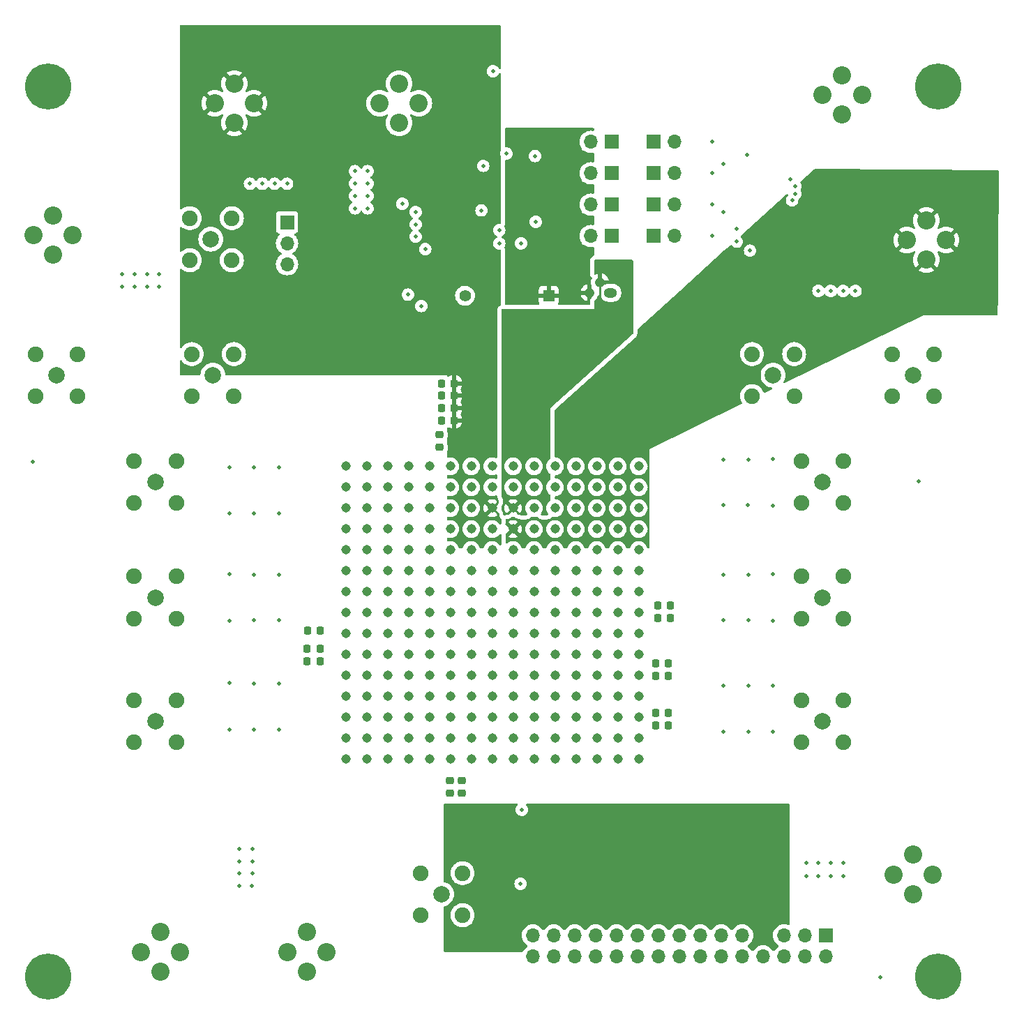
<source format=gbr>
%TF.GenerationSoftware,KiCad,Pcbnew,8.0.5*%
%TF.CreationDate,2024-10-22T14:52:20-04:00*%
%TF.ProjectId,huxley,6875786c-6579-42e6-9b69-6361645f7063,rev?*%
%TF.SameCoordinates,Original*%
%TF.FileFunction,Copper,L4,Bot*%
%TF.FilePolarity,Positive*%
%FSLAX46Y46*%
G04 Gerber Fmt 4.6, Leading zero omitted, Abs format (unit mm)*
G04 Created by KiCad (PCBNEW 8.0.5) date 2024-10-22 14:52:20*
%MOMM*%
%LPD*%
G01*
G04 APERTURE LIST*
G04 Aperture macros list*
%AMRoundRect*
0 Rectangle with rounded corners*
0 $1 Rounding radius*
0 $2 $3 $4 $5 $6 $7 $8 $9 X,Y pos of 4 corners*
0 Add a 4 corners polygon primitive as box body*
4,1,4,$2,$3,$4,$5,$6,$7,$8,$9,$2,$3,0*
0 Add four circle primitives for the rounded corners*
1,1,$1+$1,$2,$3*
1,1,$1+$1,$4,$5*
1,1,$1+$1,$6,$7*
1,1,$1+$1,$8,$9*
0 Add four rect primitives between the rounded corners*
20,1,$1+$1,$2,$3,$4,$5,0*
20,1,$1+$1,$4,$5,$6,$7,0*
20,1,$1+$1,$6,$7,$8,$9,0*
20,1,$1+$1,$8,$9,$2,$3,0*%
G04 Aperture macros list end*
%TA.AperFunction,ComponentPad*%
%ADD10C,1.905000*%
%TD*%
%TA.AperFunction,ComponentPad*%
%ADD11C,2.006600*%
%TD*%
%TA.AperFunction,ConnectorPad*%
%ADD12C,5.600000*%
%TD*%
%TA.AperFunction,ComponentPad*%
%ADD13C,3.600000*%
%TD*%
%TA.AperFunction,ComponentPad*%
%ADD14R,1.397000X1.397000*%
%TD*%
%TA.AperFunction,ComponentPad*%
%ADD15C,1.397000*%
%TD*%
%TA.AperFunction,ComponentPad*%
%ADD16C,2.209800*%
%TD*%
%TA.AperFunction,ComponentPad*%
%ADD17O,1.700000X1.700000*%
%TD*%
%TA.AperFunction,ComponentPad*%
%ADD18R,1.700000X1.700000*%
%TD*%
%TA.AperFunction,ComponentPad*%
%ADD19C,1.143000*%
%TD*%
%TA.AperFunction,ComponentPad*%
%ADD20O,1.200000X1.200000*%
%TD*%
%TA.AperFunction,ComponentPad*%
%ADD21O,1.600000X1.200000*%
%TD*%
%TA.AperFunction,SMDPad,CuDef*%
%ADD22RoundRect,0.225000X0.225000X0.250000X-0.225000X0.250000X-0.225000X-0.250000X0.225000X-0.250000X0*%
%TD*%
%TA.AperFunction,SMDPad,CuDef*%
%ADD23RoundRect,0.225000X-0.225000X-0.250000X0.225000X-0.250000X0.225000X0.250000X-0.225000X0.250000X0*%
%TD*%
%TA.AperFunction,SMDPad,CuDef*%
%ADD24RoundRect,0.225000X-0.250000X0.225000X-0.250000X-0.225000X0.250000X-0.225000X0.250000X0.225000X0*%
%TD*%
%TA.AperFunction,SMDPad,CuDef*%
%ADD25RoundRect,0.225000X0.250000X-0.225000X0.250000X0.225000X-0.250000X0.225000X-0.250000X-0.225000X0*%
%TD*%
%TA.AperFunction,ViaPad*%
%ADD26C,0.508000*%
%TD*%
%TA.AperFunction,Conductor*%
%ADD27C,0.254000*%
%TD*%
G04 APERTURE END LIST*
D10*
%TO.P,J19,5,Ext*%
%TO.N,GND*%
X73552700Y-85447300D03*
%TO.P,J19,4,Ext*%
X73552700Y-90552700D03*
%TO.P,J19,3,Ext*%
X68447300Y-90552700D03*
%TO.P,J19,2*%
X68447300Y-85447300D03*
D11*
%TO.P,J19,1*%
%TO.N,vd1_dummy*%
X71000000Y-88000000D03*
%TD*%
D10*
%TO.P,J5,5,Ext*%
%TO.N,GND*%
X101302700Y-148447300D03*
%TO.P,J5,4,Ext*%
X101302700Y-153552700D03*
%TO.P,J5,3,Ext*%
X96197300Y-153552700D03*
%TO.P,J5,2*%
X96197300Y-148447300D03*
D11*
%TO.P,J5,1*%
%TO.N,CLK*%
X98750000Y-151000000D03*
%TD*%
D12*
%TO.P,H3,1*%
%TO.N,N/C*%
X51000000Y-161000000D03*
D13*
X51000000Y-161000000D03*
%TD*%
D14*
%TO.P,D1,2,A*%
%TO.N,/ibias/ibias_m*%
X111760000Y-78359000D03*
D15*
%TO.P,D1,1,C*%
%TO.N,GND*%
X101600000Y-78359000D03*
%TD*%
D16*
%TO.P,J24,4,4*%
%TO.N,vlvl*%
X73612400Y-57387600D03*
%TO.P,J24,3,3*%
X73612400Y-52612400D03*
%TO.P,J24,2,2*%
X76000000Y-55000000D03*
%TO.P,J24,1,1*%
X71224800Y-55000000D03*
%TD*%
%TO.P,J39,4,4*%
%TO.N,vrbias*%
X157612400Y-74000000D03*
%TO.P,J39,3,3*%
X157612400Y-69224800D03*
%TO.P,J39,2,2*%
X160000000Y-71612400D03*
%TO.P,J39,1,1*%
X155224800Y-71612400D03*
%TD*%
%TO.P,J34,4,4*%
%TO.N,GND*%
X147387600Y-56387600D03*
%TO.P,J34,3,3*%
X147387600Y-51612400D03*
%TO.P,J34,2,2*%
X149775200Y-54000000D03*
%TO.P,J34,1,1*%
X145000000Y-54000000D03*
%TD*%
D17*
%TO.P,J6,30,DIO15*%
%TO.N,TSCAN_OUT_3V3*%
X109840000Y-158540000D03*
%TO.P,J6,29,DIO7*%
%TO.N,LVLS_EN*%
X109840000Y-156000000D03*
%TO.P,J6,28,DIO14*%
%TO.N,IO_UCLK_3V3*%
X112380000Y-158540000D03*
%TO.P,J6,27,DIO6*%
%TO.N,TSCAN_EN_3V3*%
X112380000Y-156000000D03*
%TO.P,J6,26,DIO13*%
%TO.N,SPI_CIPO_3V3*%
X114920000Y-158540000D03*
%TO.P,J6,25,DIO5*%
%TO.N,SPI_COPI_3V3*%
X114920000Y-156000000D03*
%TO.P,J6,24,DIO12*%
%TO.N,SPI_CS_L_3V3*%
X117460000Y-158540000D03*
%TO.P,J6,23,DIO4*%
%TO.N,SPI_CLK_3V3*%
X117460000Y-156000000D03*
%TO.P,J6,22,DIO11*%
%TO.N,RST_L_3V3*%
X120000000Y-158540000D03*
%TO.P,J6,21,DIO3*%
%TO.N,SCAN_EN_3V3*%
X120000000Y-156000000D03*
%TO.P,J6,20,DIO10*%
%TO.N,IBIAS_SEL3*%
X122540000Y-158540000D03*
%TO.P,J6,19,DIO2*%
%TO.N,IBIAS_SEL4*%
X122540000Y-156000000D03*
%TO.P,J6,18,DIO9*%
%TO.N,IBIAS_SEL1*%
X125080000Y-158540000D03*
%TO.P,J6,17,DIO1*%
%TO.N,IBIAS_SEL2*%
X125080000Y-156000000D03*
%TO.P,J6,16,DIO8*%
%TO.N,unconnected-(J6A-DIO8-Pad16)*%
X127620000Y-158540000D03*
%TO.P,J6,15,DIO0*%
%TO.N,unconnected-(J6A-DIO0-Pad15)*%
X127620000Y-156000000D03*
%TO.P,J6,14,Trigger2*%
%TO.N,unconnected-(J6B-Trigger2-Pad14)*%
X130160000Y-158540000D03*
%TO.P,J6,13,Trigger1*%
%TO.N,unconnected-(J6B-Trigger1-Pad13)*%
X130160000Y-156000000D03*
%TO.P,J6,12,GND*%
%TO.N,GND*%
X132700000Y-158540000D03*
%TO.P,J6,11,GND*%
X132700000Y-156000000D03*
%TO.P,J6,10,WaveformGen2*%
%TO.N,unconnected-(J6C-WaveformGen2-Pad10)*%
X135240000Y-158540000D03*
%TO.P,J6,9,WaveformGen1*%
%TO.N,unconnected-(J6C-WaveformGen1-Pad9)*%
X135240000Y-156000000D03*
%TO.P,J6,8,V-Power*%
%TO.N,unconnected-(J6D-V-Power-Pad8)*%
X137780000Y-158540000D03*
%TO.P,J6,7,V+Power*%
%TO.N,PP_AD2_3V3*%
X137780000Y-156000000D03*
%TO.P,J6,6,GND*%
%TO.N,GND*%
X140320000Y-158540000D03*
%TO.P,J6,5,GND*%
X140320000Y-156000000D03*
%TO.P,J6,4,Scope_Ch2-*%
%TO.N,unconnected-(J6B-Scope_Ch2--Pad4)*%
X142860000Y-158540000D03*
%TO.P,J6,3,Scope_Ch2+*%
%TO.N,unconnected-(J6B-Scope_Ch2+-Pad3)*%
X142860000Y-156000000D03*
%TO.P,J6,2,Scope_Ch1-*%
%TO.N,unconnected-(J6B-Scope_Ch1--Pad2)*%
X145400000Y-158540000D03*
D18*
%TO.P,J6,1,Scope_Ch1+*%
%TO.N,unconnected-(J6B-Scope_Ch1+-Pad1)*%
X145400000Y-156000000D03*
%TD*%
D16*
%TO.P,J37,4,4*%
%TO.N,GND*%
X64612400Y-160387600D03*
%TO.P,J37,3,3*%
X64612400Y-155612400D03*
%TO.P,J37,2,2*%
X67000000Y-158000000D03*
%TO.P,J37,1,1*%
X62224800Y-158000000D03*
%TD*%
D17*
%TO.P,J27,2,Pin_2*%
%TO.N,/ibias/R1_4*%
X116840000Y-71120000D03*
D18*
%TO.P,J27,1,Pin_1*%
%TO.N,/ibias/ibias_rset*%
X119380000Y-71120000D03*
%TD*%
D10*
%TO.P,J13,5,Ext*%
%TO.N,output_4-*%
X66552700Y-112447300D03*
%TO.P,J13,4,Ext*%
X66552700Y-117552700D03*
%TO.P,J13,3,Ext*%
X61447300Y-117552700D03*
%TO.P,J13,2*%
X61447300Y-112447300D03*
D11*
%TO.P,J13,1*%
%TO.N,output_4+*%
X64000000Y-115000000D03*
%TD*%
D10*
%TO.P,J11,5,Ext*%
%TO.N,output_3-*%
X66552700Y-98447300D03*
%TO.P,J11,4,Ext*%
X66552700Y-103552700D03*
%TO.P,J11,3,Ext*%
X61447300Y-103552700D03*
%TO.P,J11,2*%
X61447300Y-98447300D03*
D11*
%TO.P,J11,1*%
%TO.N,output_3+*%
X64000000Y-101000000D03*
%TD*%
D10*
%TO.P,J17,5,Ext*%
%TO.N,GND*%
X141552700Y-85447300D03*
%TO.P,J17,4,Ext*%
X141552700Y-90552700D03*
%TO.P,J17,3,Ext*%
X136447300Y-90552700D03*
%TO.P,J17,2*%
X136447300Y-85447300D03*
D11*
%TO.P,J17,1*%
%TO.N,vbias0*%
X139000000Y-88000000D03*
%TD*%
D16*
%TO.P,J2,4,4*%
%TO.N,PP_TAVDD_1V8*%
X49224800Y-71000000D03*
%TO.P,J2,3,3*%
X54000000Y-71000000D03*
%TO.P,J2,2,2*%
X51612400Y-73387600D03*
%TO.P,J2,1,1*%
X51612400Y-68612400D03*
%TD*%
D19*
%TO.P,U1,L11,VSS*%
%TO.N,GND*%
X92202000Y-104140000D03*
%TO.P,U1,L10,vlvl_p_dummy*%
%TO.N,vlvl_p_dummy*%
X94742000Y-104140000D03*
%TO.P,U1,L9,iout_dummy*%
%TO.N,iout_dummy*%
X97282000Y-104140000D03*
%TO.P,U1,L8,TAVDD*%
%TO.N,PP_TAVDD_1V8*%
X99822000Y-104140000D03*
%TO.P,U1,L7,VSS*%
%TO.N,GND*%
X102362000Y-104140000D03*
%TO.P,U1,L6,vlvl*%
%TO.N,vlvl*%
X104902000Y-104140000D03*
%TO.P,U1,L5,vbias1*%
%TO.N,vbias1*%
X107442000Y-104140000D03*
%TO.P,U1,L4,vbias2*%
%TO.N,vbias2*%
X109982000Y-104140000D03*
%TO.P,U1,L3*%
%TO.N,N/C*%
X112522000Y-104140000D03*
%TO.P,U1,L2*%
X115062000Y-104140000D03*
%TO.P,U1,L1,VSS*%
%TO.N,GND*%
X117602000Y-104140000D03*
%TO.P,U1,K11*%
%TO.N,N/C*%
X92202000Y-106680000D03*
%TO.P,U1,K10*%
X94742000Y-106680000D03*
%TO.P,U1,K9,vd1_dummy*%
%TO.N,vd1_dummy*%
X97282000Y-106680000D03*
%TO.P,U1,K8*%
%TO.N,N/C*%
X99822000Y-106680000D03*
%TO.P,U1,K7*%
X102362000Y-106680000D03*
%TO.P,U1,K6,vbias0*%
%TO.N,vbias0*%
X104902000Y-106680000D03*
%TO.P,U1,K5,vrbias*%
%TO.N,vrbias*%
X107442000Y-106680000D03*
%TO.P,U1,K4*%
%TO.N,N/C*%
X109982000Y-106680000D03*
%TO.P,U1,K3*%
X112522000Y-106680000D03*
%TO.P,U1,K2*%
X115062000Y-106680000D03*
%TO.P,U1,K1,VSS*%
%TO.N,GND*%
X117602000Y-106680000D03*
%TO.P,U1,J11*%
%TO.N,N/C*%
X92202000Y-109220000D03*
%TO.P,U1,J10*%
X94742000Y-109220000D03*
%TO.P,U1,J7*%
X102362000Y-109220000D03*
%TO.P,U1,J6*%
X104902000Y-109220000D03*
%TO.P,U1,J5*%
X107442000Y-109220000D03*
%TO.P,U1,J2*%
X115062000Y-109220000D03*
%TO.P,U1,J1,output_2-*%
%TO.N,output_2-*%
X117602000Y-109220000D03*
%TO.P,U1,H11,output_3-*%
%TO.N,output_3-*%
X92202000Y-111760000D03*
%TO.P,U1,H10*%
%TO.N,N/C*%
X94742000Y-111760000D03*
%TO.P,U1,H2,output_2+*%
%TO.N,output_2+*%
X115062000Y-111760000D03*
%TO.P,U1,H1,output_1-*%
%TO.N,output_1-*%
X117602000Y-111760000D03*
%TO.P,U1,G11,output_4-*%
%TO.N,output_4-*%
X92202000Y-114300000D03*
%TO.P,U1,G10,output_3+*%
%TO.N,output_3+*%
X94742000Y-114300000D03*
%TO.P,U1,G9*%
%TO.N,N/C*%
X97282000Y-114300000D03*
%TO.P,U1,G3*%
X112522000Y-114300000D03*
%TO.P,U1,G2,output_1+*%
%TO.N,output_1+*%
X115062000Y-114300000D03*
%TO.P,U1,G1,TAVDD*%
%TO.N,PP_TAVDD_1V8*%
X117602000Y-114300000D03*
%TO.P,U1,F11,output_5+*%
%TO.N,output_5+*%
X92202000Y-116840000D03*
%TO.P,U1,F10,output_4+*%
%TO.N,output_4+*%
X94742000Y-116840000D03*
%TO.P,U1,F9*%
%TO.N,N/C*%
X97282000Y-116840000D03*
%TO.P,U1,F3*%
X112522000Y-116840000D03*
%TO.P,U1,F2*%
X115062000Y-116840000D03*
%TO.P,U1,F1*%
X117602000Y-116840000D03*
%TO.P,U1,E11,TAVDD*%
%TO.N,PP_TAVDD_1V8*%
X92202000Y-119380000D03*
%TO.P,U1,E10,output_5-*%
%TO.N,output_5-*%
X94742000Y-119380000D03*
%TO.P,U1,E9*%
%TO.N,N/C*%
X97282000Y-119380000D03*
%TO.P,U1,E3*%
X112522000Y-119380000D03*
%TO.P,U1,E2,output_0+*%
%TO.N,output_0+*%
X115062000Y-119380000D03*
%TO.P,U1,E1,output_0-*%
%TO.N,output_0-*%
X117602000Y-119380000D03*
%TO.P,U1,D11,VDD*%
%TO.N,PP_VDD_0V9*%
X92202000Y-121920000D03*
%TO.P,U1,D10,TSCAN_EN*%
%TO.N,TSCAN_EN*%
X94742000Y-121920000D03*
%TO.P,U1,D2,SCAN_EN*%
%TO.N,SCAN_EN*%
X115062000Y-121920000D03*
%TO.P,U1,D1,VDD*%
%TO.N,PP_VDD_0V9*%
X117602000Y-121920000D03*
%TO.P,U1,C11,TSCAN_OUT*%
%TO.N,TSCAN_OUT*%
X92202000Y-124460000D03*
%TO.P,U1,C10*%
%TO.N,N/C*%
X94742000Y-124460000D03*
%TO.P,U1,C7*%
X102362000Y-124460000D03*
%TO.P,U1,C6*%
X104902000Y-124460000D03*
%TO.P,U1,C5*%
X107442000Y-124460000D03*
%TO.P,U1,C2*%
X115062000Y-124460000D03*
%TO.P,U1,C1,RST_L*%
%TO.N,RST_L*%
X117602000Y-124460000D03*
%TO.P,U1,B11*%
%TO.N,N/C*%
X92202000Y-127000000D03*
%TO.P,U1,B10*%
X94742000Y-127000000D03*
%TO.P,U1,B9*%
X97282000Y-127000000D03*
%TO.P,U1,B8*%
X99822000Y-127000000D03*
%TO.P,U1,B7,IO_UCLK*%
%TO.N,IO_UCLK*%
X102362000Y-127000000D03*
%TO.P,U1,B6*%
%TO.N,N/C*%
X104902000Y-127000000D03*
%TO.P,U1,B5,SPI_CIPO*%
%TO.N,SPI_CIPO*%
X107442000Y-127000000D03*
%TO.P,U1,B4,SPI_CLK*%
%TO.N,SPI_CLK*%
X109982000Y-127000000D03*
%TO.P,U1,B3*%
%TO.N,N/C*%
X112522000Y-127000000D03*
%TO.P,U1,B2*%
X115062000Y-127000000D03*
%TO.P,U1,B1*%
X117602000Y-127000000D03*
%TO.P,U1,A11,VSS*%
%TO.N,GND*%
X92202000Y-129540000D03*
%TO.P,U1,A10*%
%TO.N,N/C*%
X94742000Y-129540000D03*
%TO.P,U1,A9*%
X97282000Y-129540000D03*
%TO.P,U1,A8,CLK*%
%TO.N,CLK*%
X99822000Y-129540000D03*
%TO.P,U1,A7,VDDPST_POC*%
%TO.N,PP_VDDIO_1V8*%
X102362000Y-129540000D03*
%TO.P,U1,A6,SPI_COPI*%
%TO.N,SPI_COPI*%
X104902000Y-129540000D03*
%TO.P,U1,A5,VDD*%
%TO.N,PP_VDD_0V9*%
X107442000Y-129540000D03*
%TO.P,U1,A4,VSS*%
%TO.N,GND*%
X109982000Y-129540000D03*
%TO.P,U1,A3,SPI_CS_L*%
%TO.N,SPI_CS_L*%
X112522000Y-129540000D03*
%TO.P,U1,A2*%
%TO.N,N/C*%
X115062000Y-129540000D03*
%TO.P,U1,A1,VDDPST*%
%TO.N,PP_VDDIO_1V8*%
X117602000Y-129540000D03*
%TO.P,U1,*%
%TO.N,*%
X122682000Y-134620000D03*
X122682000Y-132080000D03*
X122682000Y-129540000D03*
X122682000Y-127000000D03*
X122682000Y-124460000D03*
X122682000Y-121920000D03*
X122682000Y-119380000D03*
X122682000Y-116840000D03*
X122682000Y-114300000D03*
X122682000Y-111760000D03*
X122682000Y-109220000D03*
X122682000Y-106680000D03*
X122682000Y-104140000D03*
X122682000Y-101600000D03*
X122682000Y-99060000D03*
X120142000Y-134620000D03*
X120142000Y-132080000D03*
X120142000Y-129540000D03*
X120142000Y-127000000D03*
X120142000Y-124460000D03*
X120142000Y-121920000D03*
X120142000Y-119380000D03*
X120142000Y-116840000D03*
X120142000Y-114300000D03*
X120142000Y-111760000D03*
X120142000Y-109220000D03*
X120142000Y-106680000D03*
X120142000Y-104140000D03*
X120142000Y-101600000D03*
X120142000Y-99060000D03*
X117602000Y-134620000D03*
X117602000Y-132080000D03*
X117602000Y-101600000D03*
X117602000Y-99060000D03*
X115062000Y-134620000D03*
X115062000Y-132080000D03*
X115062000Y-101600000D03*
X115062000Y-99060000D03*
X112522000Y-134620000D03*
X112522000Y-132080000D03*
X112522000Y-124460000D03*
X112522000Y-121920000D03*
X112522000Y-111760000D03*
X112522000Y-109220000D03*
X112522000Y-101600000D03*
X112522000Y-99060000D03*
X109982000Y-134620000D03*
X109982000Y-132080000D03*
X109982000Y-124460000D03*
X109982000Y-121920000D03*
X109982000Y-119380000D03*
X109982000Y-116840000D03*
X109982000Y-114300000D03*
X109982000Y-111760000D03*
X109982000Y-109220000D03*
X109982000Y-101600000D03*
X109982000Y-99060000D03*
X107442000Y-134620000D03*
X107442000Y-132080000D03*
X107442000Y-121920000D03*
X107442000Y-119380000D03*
X107442000Y-116840000D03*
X107442000Y-114300000D03*
X107442000Y-111760000D03*
X107442000Y-101600000D03*
X107442000Y-99060000D03*
X104902000Y-134620000D03*
X104902000Y-132080000D03*
X104902000Y-121920000D03*
X104902000Y-119380000D03*
X104902000Y-116840000D03*
X104902000Y-114300000D03*
X104902000Y-111760000D03*
X104902000Y-101600000D03*
X104902000Y-99060000D03*
X102362000Y-134620000D03*
X102362000Y-132080000D03*
X102362000Y-121920000D03*
X102362000Y-119380000D03*
X102362000Y-116840000D03*
X102362000Y-114300000D03*
X102362000Y-111760000D03*
X102362000Y-101600000D03*
X102362000Y-99060000D03*
X99822000Y-134620000D03*
X99822000Y-132080000D03*
X99822000Y-124460000D03*
X99822000Y-121920000D03*
X99822000Y-119380000D03*
X99822000Y-116840000D03*
X99822000Y-114300000D03*
X99822000Y-111760000D03*
X99822000Y-109220000D03*
X99822000Y-101600000D03*
X99822000Y-99060000D03*
X97282000Y-134620000D03*
X97282000Y-132080000D03*
X97282000Y-124460000D03*
X97282000Y-121920000D03*
X97282000Y-111760000D03*
X97282000Y-109220000D03*
X97282000Y-101600000D03*
X97282000Y-99060000D03*
X94742000Y-134620000D03*
X94742000Y-132080000D03*
X94742000Y-101600000D03*
X94742000Y-99060000D03*
X92202000Y-134620000D03*
X92202000Y-132080000D03*
X92202000Y-101600000D03*
X92202000Y-99060000D03*
X89662000Y-134620000D03*
X89662000Y-132080000D03*
X89662000Y-129540000D03*
X89662000Y-127000000D03*
X89662000Y-124460000D03*
X89662000Y-121920000D03*
X89662000Y-119380000D03*
X89662000Y-116840000D03*
X89662000Y-114300000D03*
X89662000Y-111760000D03*
X89662000Y-109220000D03*
X89662000Y-106680000D03*
X89662000Y-104140000D03*
X89662000Y-101600000D03*
X89662000Y-99060000D03*
X87122000Y-134620000D03*
X87122000Y-132080000D03*
X87122000Y-129540000D03*
X87122000Y-127000000D03*
X87122000Y-124460000D03*
X87122000Y-121920000D03*
X87122000Y-119380000D03*
X87122000Y-116840000D03*
X87122000Y-114300000D03*
X87122000Y-111760000D03*
X87122000Y-109220000D03*
X87122000Y-106680000D03*
X87122000Y-104140000D03*
X87122000Y-101600000D03*
X87122000Y-99060000D03*
%TD*%
D17*
%TO.P,J30,2,Pin_2*%
%TO.N,/ibias/R2_3*%
X127000000Y-67310000D03*
D18*
%TO.P,J30,1,Pin_1*%
%TO.N,/ibias/ibias_rset*%
X124460000Y-67310000D03*
%TD*%
D17*
%TO.P,J31,2,Pin_2*%
%TO.N,/ibias/R2_4*%
X127000000Y-71120000D03*
D18*
%TO.P,J31,1,Pin_1*%
%TO.N,/ibias/ibias_rset*%
X124460000Y-71120000D03*
%TD*%
D17*
%TO.P,J28,2,Pin_2*%
%TO.N,/ibias/R2_1*%
X127000000Y-59690000D03*
D18*
%TO.P,J28,1,Pin_1*%
%TO.N,/ibias/ibias_rset*%
X124460000Y-59690000D03*
%TD*%
D10*
%TO.P,J18,5,Ext*%
%TO.N,GND*%
X158552700Y-85447300D03*
%TO.P,J18,4,Ext*%
X158552700Y-90552700D03*
%TO.P,J18,3,Ext*%
X153447300Y-90552700D03*
%TO.P,J18,2*%
X153447300Y-85447300D03*
D11*
%TO.P,J18,1*%
%TO.N,vbias2*%
X156000000Y-88000000D03*
%TD*%
D17*
%TO.P,J26,2,Pin_2*%
%TO.N,/ibias/R1_3*%
X116840000Y-67310000D03*
D18*
%TO.P,J26,1,Pin_1*%
%TO.N,/ibias/ibias_rset*%
X119380000Y-67310000D03*
%TD*%
D10*
%TO.P,J15,5,Ext*%
%TO.N,output_5-*%
X66552700Y-127447300D03*
%TO.P,J15,4,Ext*%
X66552700Y-132552700D03*
%TO.P,J15,3,Ext*%
X61447300Y-132552700D03*
%TO.P,J15,2*%
X61447300Y-127447300D03*
D11*
%TO.P,J15,1*%
%TO.N,output_5+*%
X64000000Y-130000000D03*
%TD*%
D17*
%TO.P,J32,3,Pin_3*%
%TO.N,iout_dummy*%
X80000000Y-74530000D03*
%TO.P,J32,2,Pin_2*%
%TO.N,iout_dummy_amp_conn*%
X80000000Y-71990000D03*
D18*
%TO.P,J32,1,Pin_1*%
%TO.N,iout_dummy_amp*%
X80000000Y-69450000D03*
%TD*%
D16*
%TO.P,J35,4,4*%
%TO.N,PP_SYS_3V3*%
X93612400Y-57387600D03*
%TO.P,J35,3,3*%
X93612400Y-52612400D03*
%TO.P,J35,2,2*%
X96000000Y-55000000D03*
%TO.P,J35,1,1*%
X91224800Y-55000000D03*
%TD*%
D17*
%TO.P,J29,2,Pin_2*%
%TO.N,/ibias/R2_2*%
X127000000Y-63500000D03*
D18*
%TO.P,J29,1,Pin_1*%
%TO.N,/ibias/ibias_rset*%
X124460000Y-63500000D03*
%TD*%
D12*
%TO.P,H1,1*%
%TO.N,N/C*%
X159000000Y-53000000D03*
D13*
X159000000Y-53000000D03*
%TD*%
D12*
%TO.P,H4,1*%
%TO.N,N/C*%
X51000000Y-53000000D03*
D13*
X51000000Y-53000000D03*
%TD*%
D10*
%TO.P,J4,5,Ext*%
%TO.N,output_0-*%
X147552700Y-127447300D03*
%TO.P,J4,4,Ext*%
X147552700Y-132552700D03*
%TO.P,J4,3,Ext*%
X142447300Y-132552700D03*
%TO.P,J4,2*%
X142447300Y-127447300D03*
D11*
%TO.P,J4,1*%
%TO.N,output_0+*%
X145000000Y-130000000D03*
%TD*%
D17*
%TO.P,J25,2,Pin_2*%
%TO.N,/ibias/R1_2*%
X116840000Y-63500000D03*
D18*
%TO.P,J25,1,Pin_1*%
%TO.N,/ibias/ibias_rset*%
X119380000Y-63500000D03*
%TD*%
D10*
%TO.P,J7,5,Ext*%
%TO.N,output_1-*%
X147552700Y-112447300D03*
%TO.P,J7,4,Ext*%
X147552700Y-117552700D03*
%TO.P,J7,3,Ext*%
X142447300Y-117552700D03*
%TO.P,J7,2*%
X142447300Y-112447300D03*
D11*
%TO.P,J7,1*%
%TO.N,output_1+*%
X145000000Y-115000000D03*
%TD*%
D12*
%TO.P,H2,1*%
%TO.N,N/C*%
X159000000Y-161000000D03*
D13*
X159000000Y-161000000D03*
%TD*%
D10*
%TO.P,J22,5,Ext*%
%TO.N,GND*%
X73302700Y-68947300D03*
%TO.P,J22,4,Ext*%
X73302700Y-74052700D03*
%TO.P,J22,3,Ext*%
X68197300Y-74052700D03*
%TO.P,J22,2*%
X68197300Y-68947300D03*
D11*
%TO.P,J22,1*%
%TO.N,iout_dummy_amp_conn*%
X70750000Y-71500000D03*
%TD*%
D16*
%TO.P,J1,1,1*%
%TO.N,PP_VDDIO_1V8*%
X156000000Y-151000000D03*
%TO.P,J1,2,2*%
X156000000Y-146224800D03*
%TO.P,J1,3,3*%
X153612400Y-148612400D03*
%TO.P,J1,4,4*%
X158387600Y-148612400D03*
%TD*%
D17*
%TO.P,J21,2,Pin_2*%
%TO.N,/ibias/R1_1*%
X116840000Y-59690000D03*
D18*
%TO.P,J21,1,Pin_1*%
%TO.N,/ibias/ibias_rset*%
X119380000Y-59690000D03*
%TD*%
D20*
%TO.P,U2,3,-V*%
%TO.N,/ibias/ibias_m*%
X116730000Y-78000000D03*
%TO.P,U2,2,+V*%
%TO.N,vbias1*%
X118000000Y-76730000D03*
D21*
%TO.P,U2,1,R*%
%TO.N,/ibias/ibias_rset*%
X119270000Y-78000000D03*
%TD*%
D16*
%TO.P,J3,4,4*%
%TO.N,PP_VDD_0V9*%
X82387600Y-160387600D03*
%TO.P,J3,3,3*%
X82387600Y-155612400D03*
%TO.P,J3,2,2*%
X84775200Y-158000000D03*
%TO.P,J3,1,1*%
X80000000Y-158000000D03*
%TD*%
D10*
%TO.P,J20,5,Ext*%
%TO.N,GND*%
X54552700Y-85447300D03*
%TO.P,J20,4,Ext*%
X54552700Y-90552700D03*
%TO.P,J20,3,Ext*%
X49447300Y-90552700D03*
%TO.P,J20,2*%
X49447300Y-85447300D03*
D11*
%TO.P,J20,1*%
%TO.N,vlvl_p_dummy*%
X52000000Y-88000000D03*
%TD*%
D10*
%TO.P,J9,5,Ext*%
%TO.N,output_2-*%
X147552700Y-98447300D03*
%TO.P,J9,4,Ext*%
X147552700Y-103552700D03*
%TO.P,J9,3,Ext*%
X142447300Y-103552700D03*
%TO.P,J9,2*%
X142447300Y-98447300D03*
D11*
%TO.P,J9,1*%
%TO.N,output_2+*%
X145000000Y-101000000D03*
%TD*%
D22*
%TO.P,C63,2*%
%TO.N,GND*%
X98725000Y-93500000D03*
%TO.P,C63,1*%
%TO.N,vlvl*%
X100275000Y-93500000D03*
%TD*%
%TO.P,C61,2*%
%TO.N,GND*%
X98725000Y-90500000D03*
%TO.P,C61,1*%
%TO.N,vlvl*%
X100275000Y-90500000D03*
%TD*%
D23*
%TO.P,C55,2*%
%TO.N,GND*%
X126525000Y-116000000D03*
%TO.P,C55,1*%
%TO.N,PP_TAVDD_1V8*%
X124975000Y-116000000D03*
%TD*%
D22*
%TO.P,C60,2*%
%TO.N,GND*%
X98725000Y-89000000D03*
%TO.P,C60,1*%
%TO.N,vlvl*%
X100275000Y-89000000D03*
%TD*%
D23*
%TO.P,C47,2*%
%TO.N,GND*%
X126275000Y-123000000D03*
%TO.P,C47,1*%
%TO.N,PP_VDD_0V9*%
X124725000Y-123000000D03*
%TD*%
D22*
%TO.P,C62,2*%
%TO.N,GND*%
X98725000Y-92000000D03*
%TO.P,C62,1*%
%TO.N,vlvl*%
X100275000Y-92000000D03*
%TD*%
D24*
%TO.P,C50,2*%
%TO.N,GND*%
X99750000Y-138775000D03*
%TO.P,C50,1*%
%TO.N,PP_VDDIO_1V8*%
X99750000Y-137225000D03*
%TD*%
D22*
%TO.P,C44,2*%
%TO.N,GND*%
X82450000Y-121250000D03*
%TO.P,C44,1*%
%TO.N,PP_VDD_0V9*%
X84000000Y-121250000D03*
%TD*%
%TO.P,C45,2*%
%TO.N,GND*%
X82450000Y-122750000D03*
%TO.P,C45,1*%
%TO.N,PP_VDD_0V9*%
X84000000Y-122750000D03*
%TD*%
D23*
%TO.P,C48,2*%
%TO.N,GND*%
X126275000Y-130500000D03*
%TO.P,C48,1*%
%TO.N,PP_VDDIO_1V8*%
X124725000Y-130500000D03*
%TD*%
D24*
%TO.P,C51,2*%
%TO.N,GND*%
X101250000Y-138775000D03*
%TO.P,C51,1*%
%TO.N,PP_VDDIO_1V8*%
X101250000Y-137225000D03*
%TD*%
D22*
%TO.P,C53,2*%
%TO.N,GND*%
X82475000Y-119000000D03*
%TO.P,C53,1*%
%TO.N,PP_TAVDD_1V8*%
X84025000Y-119000000D03*
%TD*%
D23*
%TO.P,C49,2*%
%TO.N,GND*%
X126275000Y-129000000D03*
%TO.P,C49,1*%
%TO.N,PP_VDDIO_1V8*%
X124725000Y-129000000D03*
%TD*%
%TO.P,C54,2*%
%TO.N,GND*%
X126525000Y-117500000D03*
%TO.P,C54,1*%
%TO.N,PP_TAVDD_1V8*%
X124975000Y-117500000D03*
%TD*%
D25*
%TO.P,C52,2*%
%TO.N,GND*%
X98500000Y-95225000D03*
%TO.P,C52,1*%
%TO.N,PP_TAVDD_1V8*%
X98500000Y-96775000D03*
%TD*%
D23*
%TO.P,C46,2*%
%TO.N,GND*%
X126275000Y-124500000D03*
%TO.P,C46,1*%
%TO.N,PP_VDD_0V9*%
X124725000Y-124500000D03*
%TD*%
D26*
%TO.N,GND*%
X147500000Y-148775000D03*
X135962000Y-103801000D03*
X74175000Y-150000000D03*
X61500000Y-77275000D03*
X133000000Y-98225000D03*
X134590000Y-70205000D03*
X63000000Y-77275000D03*
X105759000Y-70405000D03*
X88225000Y-67750000D03*
X144500000Y-148775000D03*
X147500000Y-77775000D03*
X133000000Y-131275000D03*
X49100000Y-98500000D03*
X64500000Y-77275000D03*
X76000000Y-131000000D03*
X126275000Y-124500000D03*
X74225000Y-147000000D03*
X131645000Y-67300000D03*
X76000000Y-104775000D03*
X88225000Y-63250000D03*
X79000000Y-125477000D03*
X136000000Y-112225000D03*
X76000000Y-117775000D03*
X126525000Y-116000000D03*
X88225000Y-64750000D03*
X96292000Y-79604000D03*
X106629200Y-61112400D03*
X82450000Y-121250000D03*
X96778000Y-72714000D03*
X126275000Y-123000000D03*
X73000000Y-104825000D03*
X126275000Y-130500000D03*
X82475000Y-119000000D03*
X79000000Y-104775000D03*
X133000000Y-112225000D03*
X152000000Y-161100000D03*
X98725000Y-93500000D03*
X80000000Y-64775000D03*
X139000000Y-131325000D03*
X98725000Y-92000000D03*
X136000000Y-131275000D03*
X105759000Y-72005000D03*
X73000000Y-99200000D03*
X95600000Y-71200000D03*
X75500000Y-64775000D03*
X76000000Y-112225000D03*
X133000000Y-117775000D03*
X79000000Y-112225000D03*
X139000000Y-98175000D03*
X73000000Y-112175000D03*
X133000000Y-103775000D03*
X98725000Y-90500000D03*
X98500000Y-95225000D03*
X139000000Y-112175000D03*
X126275000Y-129000000D03*
X78500000Y-64775000D03*
X79000000Y-99225000D03*
X73000000Y-117825000D03*
X60000000Y-77275000D03*
X144500000Y-77775000D03*
X88225000Y-66250000D03*
X139000000Y-117825000D03*
X146000000Y-148775000D03*
X131645000Y-71125000D03*
X135870000Y-61258800D03*
X136000000Y-125725000D03*
X133000000Y-125725000D03*
X95600000Y-69700000D03*
X134590000Y-71805000D03*
X73000000Y-131050000D03*
X156650000Y-100900000D03*
X139000000Y-103825000D03*
X82450000Y-122750000D03*
X131620000Y-63500000D03*
X94679600Y-78235600D03*
X101250000Y-138775000D03*
X76000000Y-125450000D03*
X74225000Y-148500000D03*
X76000000Y-99225000D03*
X149000000Y-77775000D03*
X79000000Y-117775000D03*
X146000000Y-77775000D03*
X73000000Y-125400000D03*
X143000000Y-148775000D03*
X98725000Y-89000000D03*
X79000000Y-131000000D03*
X139000000Y-125675000D03*
X77000000Y-64775000D03*
X131620000Y-59700000D03*
X105000000Y-51100000D03*
X95600000Y-68200000D03*
X74225000Y-145490000D03*
X136000000Y-117775000D03*
X108343401Y-149750000D03*
X136000000Y-98225000D03*
X99750000Y-138775000D03*
X126525000Y-117500000D03*
%TO.N,PP_SYS_3V3*%
X89775000Y-67750000D03*
X94000000Y-67200000D03*
X89775000Y-66250000D03*
X89775000Y-64750000D03*
X108400000Y-72000000D03*
X89775000Y-63250000D03*
X136200000Y-72900000D03*
%TO.N,PP_VDD_0V9*%
X84000000Y-121250000D03*
X75775000Y-147000000D03*
X124725000Y-123000000D03*
X124725000Y-124500000D03*
X75775000Y-145490000D03*
X75725000Y-150000000D03*
X75775000Y-148500000D03*
X84000000Y-122750000D03*
%TO.N,PP_TAVDD_1V8*%
X84025000Y-119000000D03*
X63000000Y-75725000D03*
X61500000Y-75725000D03*
X60000000Y-75725000D03*
X64500000Y-75725000D03*
X124975000Y-117500000D03*
X124975000Y-116000000D03*
X98500000Y-96775000D03*
%TO.N,PP_VDDIO_1V8*%
X101250000Y-137225000D03*
X147500000Y-147225000D03*
X144500000Y-147225000D03*
X99750000Y-137225000D03*
X124725000Y-129000000D03*
X146000000Y-147225000D03*
X143000000Y-147225000D03*
X124725000Y-130500000D03*
X108500000Y-140750000D03*
%TO.N,vlvl*%
X78500000Y-63225000D03*
X80000000Y-63225000D03*
X75500000Y-63225000D03*
X77000000Y-63225000D03*
%TO.N,vrbias*%
X149000000Y-76225000D03*
X144500000Y-76225000D03*
X147500000Y-76225000D03*
X146000000Y-76225000D03*
%TO.N,/ibias/ibias_m*%
X112205000Y-59690000D03*
X112205000Y-63500000D03*
X112205000Y-67310000D03*
X112205000Y-71120000D03*
%TO.N,IBIAS_SEL3*%
X141700000Y-66000000D03*
X103600000Y-68000000D03*
X133000000Y-68200000D03*
%TO.N,IBIAS_SEL4*%
X110200000Y-69400000D03*
X141300000Y-66800000D03*
%TO.N,IBIAS_SEL1*%
X110100000Y-61400000D03*
X141100000Y-64200000D03*
%TO.N,IBIAS_SEL2*%
X103800000Y-62600000D03*
X141700000Y-65100000D03*
X133000000Y-62400000D03*
%TO.N,PP_AD2_3V3*%
X109493001Y-146397250D03*
X103425000Y-142000000D03*
%TD*%
D27*
%TO.N,vlvl*%
X104902000Y-104140000D02*
X105600000Y-104838000D01*
X105300000Y-102900000D02*
X104800000Y-102900000D01*
X105542000Y-103142000D02*
X105300000Y-102900000D01*
X104902000Y-104140000D02*
X105542000Y-103500000D01*
X105542000Y-103500000D02*
X105542000Y-103142000D01*
X105600000Y-104838000D02*
X105600000Y-104900000D01*
X105600000Y-104900000D02*
X105600000Y-105100000D01*
X105600000Y-105100000D02*
X105300000Y-105400000D01*
%TO.N,vbias1*%
X118000000Y-76730000D02*
X118000000Y-79900000D01*
X107442000Y-104140000D02*
X106782000Y-104800000D01*
X108102000Y-104800000D02*
X108600000Y-104800000D01*
X107442000Y-104140000D02*
X108102000Y-104800000D01*
X106782000Y-104800000D02*
X106400000Y-104800000D01*
X118000000Y-79900000D02*
X118110000Y-80010000D01*
%TD*%
%TA.AperFunction,Conductor*%
%TO.N,/ibias/ibias_m*%
G36*
X117213039Y-58019685D02*
G01*
X117258794Y-58072489D01*
X117270000Y-58124000D01*
X117270000Y-58245477D01*
X117250315Y-58312516D01*
X117197511Y-58358271D01*
X117128353Y-58368215D01*
X117113909Y-58365252D01*
X117075419Y-58354939D01*
X117075403Y-58354936D01*
X116840001Y-58334341D01*
X116839999Y-58334341D01*
X116604596Y-58354936D01*
X116604586Y-58354938D01*
X116376344Y-58416094D01*
X116376335Y-58416098D01*
X116162171Y-58515964D01*
X116162169Y-58515965D01*
X115968597Y-58651505D01*
X115801505Y-58818597D01*
X115665965Y-59012169D01*
X115665964Y-59012171D01*
X115566098Y-59226335D01*
X115566094Y-59226344D01*
X115504938Y-59454586D01*
X115504936Y-59454596D01*
X115484341Y-59689999D01*
X115484341Y-59690000D01*
X115504936Y-59925403D01*
X115504938Y-59925413D01*
X115566094Y-60153655D01*
X115566096Y-60153659D01*
X115566097Y-60153663D01*
X115659108Y-60353126D01*
X115665965Y-60367830D01*
X115665967Y-60367834D01*
X115771659Y-60518776D01*
X115801505Y-60561401D01*
X115968599Y-60728495D01*
X116046383Y-60782960D01*
X116162165Y-60864032D01*
X116162167Y-60864033D01*
X116162170Y-60864035D01*
X116376337Y-60963903D01*
X116604592Y-61025063D01*
X116792918Y-61041539D01*
X116839999Y-61045659D01*
X116840000Y-61045659D01*
X116840001Y-61045659D01*
X116879234Y-61042226D01*
X117075408Y-61025063D01*
X117113908Y-61014747D01*
X117183756Y-61016410D01*
X117241619Y-61055572D01*
X117269123Y-61119801D01*
X117270000Y-61134522D01*
X117270000Y-62055477D01*
X117250315Y-62122516D01*
X117197511Y-62168271D01*
X117128353Y-62178215D01*
X117113909Y-62175252D01*
X117075419Y-62164939D01*
X117075403Y-62164936D01*
X116840001Y-62144341D01*
X116839999Y-62144341D01*
X116604596Y-62164936D01*
X116604586Y-62164938D01*
X116376344Y-62226094D01*
X116376335Y-62226098D01*
X116162171Y-62325964D01*
X116162169Y-62325965D01*
X115968597Y-62461505D01*
X115801505Y-62628597D01*
X115665965Y-62822169D01*
X115665964Y-62822171D01*
X115566098Y-63036335D01*
X115566094Y-63036344D01*
X115504938Y-63264586D01*
X115504936Y-63264596D01*
X115484341Y-63499999D01*
X115484341Y-63500000D01*
X115504936Y-63735403D01*
X115504938Y-63735413D01*
X115566094Y-63963655D01*
X115566096Y-63963659D01*
X115566097Y-63963663D01*
X115665965Y-64177830D01*
X115665967Y-64177834D01*
X115774281Y-64332521D01*
X115801505Y-64371401D01*
X115968599Y-64538495D01*
X116026582Y-64579095D01*
X116162165Y-64674032D01*
X116162167Y-64674033D01*
X116162170Y-64674035D01*
X116376337Y-64773903D01*
X116376343Y-64773904D01*
X116376344Y-64773905D01*
X116431285Y-64788626D01*
X116604592Y-64835063D01*
X116792918Y-64851539D01*
X116839999Y-64855659D01*
X116840000Y-64855659D01*
X116840001Y-64855659D01*
X116879234Y-64852226D01*
X117075408Y-64835063D01*
X117113908Y-64824747D01*
X117183756Y-64826410D01*
X117241619Y-64865572D01*
X117269123Y-64929801D01*
X117270000Y-64944522D01*
X117270000Y-65865477D01*
X117250315Y-65932516D01*
X117197511Y-65978271D01*
X117128353Y-65988215D01*
X117113909Y-65985252D01*
X117075419Y-65974939D01*
X117075403Y-65974936D01*
X116840001Y-65954341D01*
X116839999Y-65954341D01*
X116604596Y-65974936D01*
X116604586Y-65974938D01*
X116376344Y-66036094D01*
X116376335Y-66036098D01*
X116162171Y-66135964D01*
X116162169Y-66135965D01*
X115968597Y-66271505D01*
X115801505Y-66438597D01*
X115665965Y-66632169D01*
X115665964Y-66632171D01*
X115566098Y-66846335D01*
X115566094Y-66846344D01*
X115504938Y-67074586D01*
X115504936Y-67074596D01*
X115484341Y-67309999D01*
X115484341Y-67310000D01*
X115504936Y-67545403D01*
X115504938Y-67545413D01*
X115566094Y-67773655D01*
X115566096Y-67773659D01*
X115566097Y-67773663D01*
X115658319Y-67971433D01*
X115665965Y-67987830D01*
X115665967Y-67987834D01*
X115773331Y-68141164D01*
X115801505Y-68181401D01*
X115968599Y-68348495D01*
X116036309Y-68395906D01*
X116162165Y-68484032D01*
X116162167Y-68484033D01*
X116162170Y-68484035D01*
X116376337Y-68583903D01*
X116604592Y-68645063D01*
X116772610Y-68659763D01*
X116839999Y-68665659D01*
X116840000Y-68665659D01*
X116840001Y-68665659D01*
X116879234Y-68662226D01*
X117075408Y-68645063D01*
X117113908Y-68634747D01*
X117183756Y-68636410D01*
X117241619Y-68675572D01*
X117269123Y-68739801D01*
X117270000Y-68754522D01*
X117270000Y-69675477D01*
X117250315Y-69742516D01*
X117197511Y-69788271D01*
X117128353Y-69798215D01*
X117113909Y-69795252D01*
X117075419Y-69784939D01*
X117075403Y-69784936D01*
X116840001Y-69764341D01*
X116839999Y-69764341D01*
X116604596Y-69784936D01*
X116604586Y-69784938D01*
X116376344Y-69846094D01*
X116376335Y-69846098D01*
X116162171Y-69945964D01*
X116162169Y-69945965D01*
X115968597Y-70081505D01*
X115801505Y-70248597D01*
X115665965Y-70442169D01*
X115665964Y-70442171D01*
X115566098Y-70656335D01*
X115566094Y-70656344D01*
X115504938Y-70884586D01*
X115504936Y-70884596D01*
X115484341Y-71119999D01*
X115484341Y-71120000D01*
X115504936Y-71355403D01*
X115504938Y-71355413D01*
X115566094Y-71583655D01*
X115566096Y-71583659D01*
X115566097Y-71583663D01*
X115620297Y-71699894D01*
X115665965Y-71797830D01*
X115665967Y-71797834D01*
X115774281Y-71952521D01*
X115801505Y-71991401D01*
X115968599Y-72158495D01*
X115990677Y-72173954D01*
X116162165Y-72294032D01*
X116162167Y-72294033D01*
X116162170Y-72294035D01*
X116376337Y-72393903D01*
X116604592Y-72455063D01*
X116792918Y-72471539D01*
X116839999Y-72475659D01*
X116840000Y-72475659D01*
X116840001Y-72475659D01*
X116879234Y-72472226D01*
X117075408Y-72455063D01*
X117113908Y-72444747D01*
X117183756Y-72446410D01*
X117241619Y-72485572D01*
X117269123Y-72549801D01*
X117270000Y-72564522D01*
X117270000Y-73416204D01*
X117250315Y-73483243D01*
X117197511Y-73528998D01*
X117185159Y-73533858D01*
X117132502Y-73551383D01*
X117132496Y-73551386D01*
X117011462Y-73629171D01*
X117011451Y-73629179D01*
X116958659Y-73674923D01*
X116864433Y-73783664D01*
X116864430Y-73783668D01*
X116804664Y-73914534D01*
X116784976Y-73981582D01*
X116764500Y-74124001D01*
X116764500Y-75665586D01*
X116775166Y-75768878D01*
X116775169Y-75768894D01*
X116785522Y-75818491D01*
X116785526Y-75818503D01*
X116805975Y-75882628D01*
X116817074Y-75917431D01*
X116817075Y-75917433D01*
X116817077Y-75917437D01*
X116892813Y-76039757D01*
X116892818Y-76039763D01*
X116937668Y-76093315D01*
X116937667Y-76093315D01*
X116937674Y-76093321D01*
X116937678Y-76093326D01*
X116971025Y-76123217D01*
X117007805Y-76182620D01*
X117006630Y-76252480D01*
X116999258Y-76270819D01*
X116969420Y-76330743D01*
X116969419Y-76330746D01*
X116913602Y-76526917D01*
X116894785Y-76729999D01*
X116894785Y-76730000D01*
X116913602Y-76933082D01*
X116969417Y-77129248D01*
X116971490Y-77134598D01*
X116969570Y-77135341D01*
X116980000Y-77179666D01*
X116980000Y-77755025D01*
X116944905Y-77719930D01*
X116865095Y-77673852D01*
X116776078Y-77650000D01*
X116683922Y-77650000D01*
X116594905Y-77673852D01*
X116515095Y-77719930D01*
X116449930Y-77785095D01*
X116403852Y-77864905D01*
X116380000Y-77953922D01*
X116380000Y-78046078D01*
X116403852Y-78135095D01*
X116449930Y-78214905D01*
X116515095Y-78280070D01*
X116594905Y-78326148D01*
X116683922Y-78350000D01*
X116776078Y-78350000D01*
X116865095Y-78326148D01*
X116944905Y-78280070D01*
X116980000Y-78244975D01*
X116980000Y-78505645D01*
X116960315Y-78572684D01*
X116942948Y-78594054D01*
X116935244Y-78601630D01*
X116864435Y-78688749D01*
X116864433Y-78688753D01*
X116804663Y-78819626D01*
X116784976Y-78886671D01*
X116771325Y-78981617D01*
X116764530Y-79028884D01*
X116764500Y-79029090D01*
X116764500Y-79370500D01*
X116744815Y-79437539D01*
X116692011Y-79483294D01*
X116640500Y-79494500D01*
X113003665Y-79494500D01*
X112936626Y-79474815D01*
X112890871Y-79422011D01*
X112880927Y-79352853D01*
X112899368Y-79308335D01*
X112897603Y-79307372D01*
X112901854Y-79299586D01*
X112952096Y-79164879D01*
X112952098Y-79164872D01*
X112958499Y-79105344D01*
X112958500Y-79105327D01*
X112958500Y-78609000D01*
X112128927Y-78609000D01*
X112174208Y-78530571D01*
X112204500Y-78417520D01*
X112204500Y-78300480D01*
X112190974Y-78250000D01*
X115657472Y-78250000D01*
X115699885Y-78399065D01*
X115699890Y-78399078D01*
X115790754Y-78581556D01*
X115913608Y-78744242D01*
X116064260Y-78881578D01*
X116237584Y-78988897D01*
X116427678Y-79062539D01*
X116480000Y-79072320D01*
X116480000Y-78250000D01*
X115657472Y-78250000D01*
X112190974Y-78250000D01*
X112174208Y-78187429D01*
X112128927Y-78109000D01*
X112958500Y-78109000D01*
X112958500Y-77749999D01*
X115657471Y-77749999D01*
X115657472Y-77750000D01*
X116480000Y-77750000D01*
X116480000Y-76927679D01*
X116479998Y-76927677D01*
X116427690Y-76937456D01*
X116427684Y-76937458D01*
X116237586Y-77011101D01*
X116064260Y-77118421D01*
X115913608Y-77255757D01*
X115790754Y-77418443D01*
X115699890Y-77600921D01*
X115699885Y-77600934D01*
X115657471Y-77749999D01*
X112958500Y-77749999D01*
X112958500Y-77612672D01*
X112958499Y-77612655D01*
X112952098Y-77553127D01*
X112952096Y-77553120D01*
X112901854Y-77418413D01*
X112901850Y-77418406D01*
X112815690Y-77303312D01*
X112815687Y-77303309D01*
X112700593Y-77217149D01*
X112700586Y-77217145D01*
X112565879Y-77166903D01*
X112565872Y-77166901D01*
X112506344Y-77160500D01*
X112010000Y-77160500D01*
X112010000Y-77990072D01*
X111931571Y-77944792D01*
X111818520Y-77914500D01*
X111701480Y-77914500D01*
X111588429Y-77944792D01*
X111510000Y-77990072D01*
X111510000Y-77160500D01*
X111013655Y-77160500D01*
X110954127Y-77166901D01*
X110954120Y-77166903D01*
X110819413Y-77217145D01*
X110819406Y-77217149D01*
X110704312Y-77303309D01*
X110704309Y-77303312D01*
X110618149Y-77418406D01*
X110618145Y-77418413D01*
X110567903Y-77553120D01*
X110567901Y-77553127D01*
X110561500Y-77612655D01*
X110561500Y-78109000D01*
X111391073Y-78109000D01*
X111345792Y-78187429D01*
X111315500Y-78300480D01*
X111315500Y-78417520D01*
X111345792Y-78530571D01*
X111391073Y-78609000D01*
X110561500Y-78609000D01*
X110561500Y-79105344D01*
X110567901Y-79164872D01*
X110567903Y-79164879D01*
X110618145Y-79299586D01*
X110622397Y-79307372D01*
X110620216Y-79308562D01*
X110640019Y-79361649D01*
X110625169Y-79429923D01*
X110575766Y-79479330D01*
X110516335Y-79494500D01*
X106597977Y-79494500D01*
X106530938Y-79474815D01*
X106485183Y-79422011D01*
X106473977Y-79370632D01*
X106473977Y-79370500D01*
X106467071Y-72879535D01*
X106448644Y-72744833D01*
X106430961Y-72681147D01*
X106377300Y-72556224D01*
X106377298Y-72556222D01*
X106373896Y-72548301D01*
X106376846Y-72547033D01*
X106362926Y-72494503D01*
X106381887Y-72431826D01*
X106443082Y-72334437D01*
X106499237Y-72173954D01*
X106499237Y-72173953D01*
X106499238Y-72173951D01*
X106518274Y-72005002D01*
X106518274Y-72004997D01*
X106517711Y-71999997D01*
X107640726Y-71999997D01*
X107640726Y-72000002D01*
X107659761Y-72168951D01*
X107698659Y-72280114D01*
X107709165Y-72310139D01*
X107715919Y-72329439D01*
X107755380Y-72392241D01*
X107806376Y-72473400D01*
X107926600Y-72593624D01*
X108070563Y-72684082D01*
X108192521Y-72726756D01*
X108231048Y-72740238D01*
X108399997Y-72759274D01*
X108400000Y-72759274D01*
X108400003Y-72759274D01*
X108568951Y-72740238D01*
X108601596Y-72728815D01*
X108729437Y-72684082D01*
X108873400Y-72593624D01*
X108993624Y-72473400D01*
X109084082Y-72329437D01*
X109140237Y-72168954D01*
X109140237Y-72168953D01*
X109140238Y-72168951D01*
X109159274Y-72000002D01*
X109159274Y-71999997D01*
X109140238Y-71831048D01*
X109094345Y-71699894D01*
X109084082Y-71670563D01*
X108993624Y-71526600D01*
X108873400Y-71406376D01*
X108773087Y-71343345D01*
X108729439Y-71315919D01*
X108729438Y-71315918D01*
X108729437Y-71315918D01*
X108682788Y-71299595D01*
X108568951Y-71259761D01*
X108400003Y-71240726D01*
X108399997Y-71240726D01*
X108231048Y-71259761D01*
X108070560Y-71315919D01*
X107926599Y-71406376D01*
X107806376Y-71526599D01*
X107715919Y-71670560D01*
X107659761Y-71831048D01*
X107640726Y-71999997D01*
X106517711Y-71999997D01*
X106499238Y-71836048D01*
X106485756Y-71797521D01*
X106443082Y-71675563D01*
X106352624Y-71531600D01*
X106232400Y-71411376D01*
X106207780Y-71395906D01*
X106088439Y-71320919D01*
X106082169Y-71317900D01*
X106083229Y-71315696D01*
X106035710Y-71281607D01*
X106009969Y-71216652D01*
X106009611Y-71198951D01*
X106009642Y-71198333D01*
X106032737Y-71132394D01*
X106082763Y-71093350D01*
X106082163Y-71092103D01*
X106088425Y-71089085D01*
X106088437Y-71089082D01*
X106232400Y-70998624D01*
X106352624Y-70878400D01*
X106443082Y-70734437D01*
X106499237Y-70573954D01*
X106499237Y-70573953D01*
X106499238Y-70573951D01*
X106518274Y-70405002D01*
X106518274Y-70404997D01*
X106499238Y-70236048D01*
X106485756Y-70197521D01*
X106443082Y-70075563D01*
X106401948Y-70010098D01*
X106378240Y-69972367D01*
X106359240Y-69905130D01*
X106370385Y-69855004D01*
X106396246Y-69798215D01*
X106423568Y-69738219D01*
X106443181Y-69671159D01*
X106463506Y-69528722D01*
X106463369Y-69399997D01*
X109440726Y-69399997D01*
X109440726Y-69400002D01*
X109459761Y-69568951D01*
X109515919Y-69729439D01*
X109603582Y-69868954D01*
X109606376Y-69873400D01*
X109726600Y-69993624D01*
X109870563Y-70084082D01*
X109992521Y-70126756D01*
X110031048Y-70140238D01*
X110199997Y-70159274D01*
X110200000Y-70159274D01*
X110200003Y-70159274D01*
X110368951Y-70140238D01*
X110368954Y-70140237D01*
X110529437Y-70084082D01*
X110673400Y-69993624D01*
X110793624Y-69873400D01*
X110884082Y-69729437D01*
X110940237Y-69568954D01*
X110940237Y-69568953D01*
X110940238Y-69568951D01*
X110959274Y-69400002D01*
X110959274Y-69399997D01*
X110940238Y-69231048D01*
X110895707Y-69103787D01*
X110884082Y-69070563D01*
X110793624Y-68926600D01*
X110673400Y-68806376D01*
X110648630Y-68790812D01*
X110529439Y-68715919D01*
X110529438Y-68715918D01*
X110529437Y-68715918D01*
X110490912Y-68702437D01*
X110368951Y-68659761D01*
X110200003Y-68640726D01*
X110199997Y-68640726D01*
X110031048Y-68659761D01*
X109870560Y-68715919D01*
X109726599Y-68806376D01*
X109606376Y-68926599D01*
X109515919Y-69070560D01*
X109459761Y-69231048D01*
X109440726Y-69399997D01*
X106463369Y-69399997D01*
X106461639Y-67774238D01*
X106457156Y-63560098D01*
X106455487Y-61990988D01*
X106475100Y-61923929D01*
X106527856Y-61878117D01*
X106593371Y-61867637D01*
X106605433Y-61868996D01*
X106629199Y-61871674D01*
X106629200Y-61871674D01*
X106629203Y-61871674D01*
X106798151Y-61852638D01*
X106803064Y-61850919D01*
X106958637Y-61796482D01*
X107102600Y-61706024D01*
X107222824Y-61585800D01*
X107313282Y-61441837D01*
X107327922Y-61399997D01*
X109340726Y-61399997D01*
X109340726Y-61400002D01*
X109359761Y-61568951D01*
X109402437Y-61690912D01*
X109415918Y-61729437D01*
X109506376Y-61873400D01*
X109626600Y-61993624D01*
X109770563Y-62084082D01*
X109880402Y-62122516D01*
X109931048Y-62140238D01*
X110099997Y-62159274D01*
X110100000Y-62159274D01*
X110100003Y-62159274D01*
X110268951Y-62140238D01*
X110268954Y-62140237D01*
X110429437Y-62084082D01*
X110573400Y-61993624D01*
X110693624Y-61873400D01*
X110784082Y-61729437D01*
X110840237Y-61568954D01*
X110840237Y-61568953D01*
X110840238Y-61568951D01*
X110859274Y-61400002D01*
X110859274Y-61399997D01*
X110840238Y-61231048D01*
X110806462Y-61134522D01*
X110784082Y-61070563D01*
X110693624Y-60926600D01*
X110573400Y-60806376D01*
X110429439Y-60715919D01*
X110429438Y-60715918D01*
X110429437Y-60715918D01*
X110390912Y-60702437D01*
X110268951Y-60659761D01*
X110100003Y-60640726D01*
X110099997Y-60640726D01*
X109931048Y-60659761D01*
X109770560Y-60715919D01*
X109626599Y-60806376D01*
X109506376Y-60926599D01*
X109415919Y-61070560D01*
X109359761Y-61231048D01*
X109340726Y-61399997D01*
X107327922Y-61399997D01*
X107369437Y-61281354D01*
X107369437Y-61281353D01*
X107369438Y-61281351D01*
X107388474Y-61112402D01*
X107388474Y-61112397D01*
X107369438Y-60943448D01*
X107341650Y-60864035D01*
X107313282Y-60782963D01*
X107222824Y-60639000D01*
X107102600Y-60518776D01*
X106958637Y-60428318D01*
X106920112Y-60414837D01*
X106798151Y-60372161D01*
X106629203Y-60353126D01*
X106629196Y-60353126D01*
X106591500Y-60357373D01*
X106522678Y-60345318D01*
X106471299Y-60297969D01*
X106453617Y-60234288D01*
X106451373Y-58124132D01*
X106470986Y-58057072D01*
X106523742Y-58011260D01*
X106575373Y-58000000D01*
X117146000Y-58000000D01*
X117213039Y-58019685D01*
G37*
%TD.AperFunction*%
%TD*%
%TA.AperFunction,Conductor*%
%TO.N,vlvl*%
G36*
X105875614Y-45520185D02*
G01*
X105921369Y-45572989D01*
X105932575Y-45624368D01*
X105938045Y-50766404D01*
X105918432Y-50833464D01*
X105865676Y-50879276D01*
X105796529Y-50889293D01*
X105732942Y-50860335D01*
X105697003Y-50807490D01*
X105684081Y-50770561D01*
X105593623Y-50626599D01*
X105473400Y-50506376D01*
X105329439Y-50415919D01*
X105329438Y-50415918D01*
X105329437Y-50415918D01*
X105290912Y-50402437D01*
X105168951Y-50359761D01*
X105000003Y-50340726D01*
X104999997Y-50340726D01*
X104831048Y-50359761D01*
X104670560Y-50415919D01*
X104526599Y-50506376D01*
X104406376Y-50626599D01*
X104315919Y-50770560D01*
X104259761Y-50931048D01*
X104240726Y-51099997D01*
X104240726Y-51100002D01*
X104259761Y-51268951D01*
X104278121Y-51321419D01*
X104315918Y-51429437D01*
X104406376Y-51573400D01*
X104526600Y-51693624D01*
X104670563Y-51784082D01*
X104792521Y-51826756D01*
X104831048Y-51840238D01*
X104999997Y-51859274D01*
X105000000Y-51859274D01*
X105000003Y-51859274D01*
X105168951Y-51840238D01*
X105168954Y-51840237D01*
X105329437Y-51784082D01*
X105473400Y-51693624D01*
X105593624Y-51573400D01*
X105684082Y-51429437D01*
X105697710Y-51390487D01*
X105738431Y-51333713D01*
X105803383Y-51307964D01*
X105871945Y-51321419D01*
X105922348Y-51369806D01*
X105938752Y-51431310D01*
X105948668Y-60751615D01*
X105941710Y-60792701D01*
X105888962Y-60943447D01*
X105869926Y-61112397D01*
X105869926Y-61112402D01*
X105888961Y-61281351D01*
X105942480Y-61434297D01*
X105949438Y-61475120D01*
X105958006Y-69529260D01*
X105938393Y-69596320D01*
X105885637Y-69642132D01*
X105820123Y-69652612D01*
X105759004Y-69645726D01*
X105758997Y-69645726D01*
X105590048Y-69664761D01*
X105429560Y-69720919D01*
X105285599Y-69811376D01*
X105165376Y-69931599D01*
X105074919Y-70075560D01*
X105018761Y-70236048D01*
X104999726Y-70404997D01*
X104999726Y-70405002D01*
X105018761Y-70573951D01*
X105032551Y-70613359D01*
X105072175Y-70726599D01*
X105074919Y-70734439D01*
X105157370Y-70865659D01*
X105165376Y-70878400D01*
X105285600Y-70998624D01*
X105337199Y-71031046D01*
X105429562Y-71089082D01*
X105435836Y-71092103D01*
X105434884Y-71094078D01*
X105483132Y-71128688D01*
X105508875Y-71193642D01*
X105495413Y-71262203D01*
X105447022Y-71312602D01*
X105435762Y-71317743D01*
X105435836Y-71317897D01*
X105429562Y-71320917D01*
X105285599Y-71411376D01*
X105165376Y-71531599D01*
X105074919Y-71675560D01*
X105018761Y-71836048D01*
X104999726Y-72004997D01*
X104999726Y-72005002D01*
X105018761Y-72173951D01*
X105042083Y-72240600D01*
X105074918Y-72334437D01*
X105165376Y-72478400D01*
X105285600Y-72598624D01*
X105429563Y-72689082D01*
X105551521Y-72731756D01*
X105590048Y-72745238D01*
X105758997Y-72764274D01*
X105759000Y-72764274D01*
X105759001Y-72764274D01*
X105771648Y-72762848D01*
X105823687Y-72756985D01*
X105892508Y-72769039D01*
X105943888Y-72816387D01*
X105961571Y-72880073D01*
X105968536Y-79426544D01*
X105948923Y-79493604D01*
X105896167Y-79539415D01*
X105883696Y-79544330D01*
X105862500Y-79551384D01*
X105862496Y-79551386D01*
X105741462Y-79629171D01*
X105741451Y-79629179D01*
X105688659Y-79674923D01*
X105594433Y-79783664D01*
X105594430Y-79783668D01*
X105534664Y-79914534D01*
X105514976Y-79981582D01*
X105494500Y-80124001D01*
X105494500Y-97958884D01*
X105474815Y-98025923D01*
X105422011Y-98071678D01*
X105352853Y-98081622D01*
X105325707Y-98074511D01*
X105196629Y-98024506D01*
X105196624Y-98024505D01*
X105001335Y-97988000D01*
X104802665Y-97988000D01*
X104607376Y-98024505D01*
X104607374Y-98024505D01*
X104607372Y-98024506D01*
X104422121Y-98096272D01*
X104422119Y-98096273D01*
X104253206Y-98200861D01*
X104106389Y-98334701D01*
X103986662Y-98493246D01*
X103898107Y-98671088D01*
X103898104Y-98671094D01*
X103843738Y-98862174D01*
X103843737Y-98862177D01*
X103825407Y-99059999D01*
X103825407Y-99060000D01*
X103843737Y-99257822D01*
X103843738Y-99257825D01*
X103898104Y-99448905D01*
X103898107Y-99448911D01*
X103986662Y-99626753D01*
X104106389Y-99785298D01*
X104189065Y-99860666D01*
X104253208Y-99919140D01*
X104422121Y-100023727D01*
X104607376Y-100095495D01*
X104802665Y-100132000D01*
X104802668Y-100132000D01*
X105001332Y-100132000D01*
X105001335Y-100132000D01*
X105196624Y-100095495D01*
X105242931Y-100077555D01*
X105325706Y-100045489D01*
X105395329Y-100039626D01*
X105457069Y-100072336D01*
X105491324Y-100133232D01*
X105494500Y-100161115D01*
X105494500Y-100498884D01*
X105474815Y-100565923D01*
X105422011Y-100611678D01*
X105352853Y-100621622D01*
X105325707Y-100614511D01*
X105196629Y-100564506D01*
X105196624Y-100564505D01*
X105001335Y-100528000D01*
X104802665Y-100528000D01*
X104607376Y-100564505D01*
X104607374Y-100564505D01*
X104607372Y-100564506D01*
X104422121Y-100636272D01*
X104422119Y-100636273D01*
X104253206Y-100740861D01*
X104106389Y-100874701D01*
X103986662Y-101033246D01*
X103898107Y-101211088D01*
X103898104Y-101211094D01*
X103843738Y-101402174D01*
X103843737Y-101402177D01*
X103825407Y-101599999D01*
X103825407Y-101600000D01*
X103843737Y-101797822D01*
X103843738Y-101797825D01*
X103898104Y-101988905D01*
X103898107Y-101988911D01*
X103986662Y-102166753D01*
X104106389Y-102325298D01*
X104232693Y-102440438D01*
X104253208Y-102459140D01*
X104422121Y-102563727D01*
X104607376Y-102635495D01*
X104802665Y-102672000D01*
X104802668Y-102672000D01*
X105001332Y-102672000D01*
X105001335Y-102672000D01*
X105196624Y-102635495D01*
X105326902Y-102585024D01*
X105396525Y-102579163D01*
X105458266Y-102611873D01*
X105492520Y-102672769D01*
X105495487Y-102693462D01*
X105496181Y-102705421D01*
X105498729Y-102734642D01*
X105498730Y-102734649D01*
X105535550Y-102873727D01*
X105535553Y-102873735D01*
X105542390Y-102889833D01*
X105542391Y-102889842D01*
X105562578Y-102937372D01*
X105563176Y-102938805D01*
X105563997Y-102940808D01*
X105564480Y-102941850D01*
X105570944Y-102957072D01*
X105576819Y-102961720D01*
X105581631Y-102969056D01*
X105582174Y-102969954D01*
X105587991Y-102980710D01*
X105591009Y-102987017D01*
X105592878Y-102998547D01*
X105603267Y-103014096D01*
X105603284Y-103014123D01*
X105604363Y-103015737D01*
X105604378Y-103015759D01*
X105605729Y-103017781D01*
X105605730Y-103017783D01*
X105607436Y-103020336D01*
X105627508Y-103050376D01*
X105648385Y-103117054D01*
X105629900Y-103184434D01*
X105577921Y-103231123D01*
X105508951Y-103242299D01*
X105459127Y-103224693D01*
X105381655Y-103176724D01*
X105381651Y-103176722D01*
X105196488Y-103104990D01*
X105196483Y-103104989D01*
X105001287Y-103068500D01*
X104802713Y-103068500D01*
X104607516Y-103104989D01*
X104607511Y-103104990D01*
X104422350Y-103176721D01*
X104422341Y-103176725D01*
X104342015Y-103226461D01*
X104342014Y-103226462D01*
X104849153Y-103733600D01*
X104848496Y-103733600D01*
X104745135Y-103761295D01*
X104652464Y-103814799D01*
X104576799Y-103890464D01*
X104523295Y-103983135D01*
X104495600Y-104086496D01*
X104495600Y-104087153D01*
X103985383Y-103576936D01*
X103898580Y-103751260D01*
X103898575Y-103751273D01*
X103844231Y-103942269D01*
X103825910Y-104139999D01*
X103825910Y-104140000D01*
X103844231Y-104337730D01*
X103898575Y-104528726D01*
X103898580Y-104528739D01*
X103985383Y-104703062D01*
X103985384Y-104703062D01*
X104495600Y-104192846D01*
X104495600Y-104193504D01*
X104523295Y-104296865D01*
X104576799Y-104389536D01*
X104652464Y-104465201D01*
X104745135Y-104518705D01*
X104848496Y-104546400D01*
X104849151Y-104546400D01*
X104342015Y-105053536D01*
X104342015Y-105053537D01*
X104422341Y-105103274D01*
X104422348Y-105103277D01*
X104607511Y-105175009D01*
X104607516Y-105175010D01*
X104802713Y-105211500D01*
X105001287Y-105211500D01*
X105196483Y-105175010D01*
X105196488Y-105175009D01*
X105381651Y-105103277D01*
X105381656Y-105103275D01*
X105550491Y-104998736D01*
X105555063Y-104995284D01*
X105556012Y-104996541D01*
X105612116Y-104969182D01*
X105681504Y-104977372D01*
X105735450Y-105021775D01*
X105750519Y-105052275D01*
X105778883Y-105137497D01*
X105778886Y-105137503D01*
X105856671Y-105258537D01*
X105856679Y-105258548D01*
X105902426Y-105311344D01*
X105953425Y-105355535D01*
X105991199Y-105414314D01*
X105996222Y-105449116D01*
X105996787Y-105980779D01*
X105977174Y-106047840D01*
X105924418Y-106093651D01*
X105855270Y-106103668D01*
X105791684Y-106074710D01*
X105773833Y-106055637D01*
X105697613Y-105954705D01*
X105697611Y-105954702D01*
X105550793Y-105820861D01*
X105550792Y-105820860D01*
X105486467Y-105781031D01*
X105381880Y-105716273D01*
X105381878Y-105716272D01*
X105196627Y-105644506D01*
X105196626Y-105644505D01*
X105196624Y-105644505D01*
X105001335Y-105608000D01*
X104802665Y-105608000D01*
X104607376Y-105644505D01*
X104607374Y-105644505D01*
X104607372Y-105644506D01*
X104422121Y-105716272D01*
X104422119Y-105716273D01*
X104253206Y-105820861D01*
X104106389Y-105954701D01*
X103986662Y-106113246D01*
X103898107Y-106291088D01*
X103898104Y-106291094D01*
X103843738Y-106482174D01*
X103843737Y-106482177D01*
X103825407Y-106679999D01*
X103825407Y-106680000D01*
X103843737Y-106877822D01*
X103843738Y-106877825D01*
X103898104Y-107068905D01*
X103898107Y-107068911D01*
X103986662Y-107246753D01*
X104106389Y-107405298D01*
X104232693Y-107520438D01*
X104253208Y-107539140D01*
X104422121Y-107643727D01*
X104607376Y-107715495D01*
X104802665Y-107752000D01*
X104802668Y-107752000D01*
X105001332Y-107752000D01*
X105001335Y-107752000D01*
X105196624Y-107715495D01*
X105381879Y-107643727D01*
X105550792Y-107539140D01*
X105697612Y-107405296D01*
X105775320Y-107302393D01*
X105831427Y-107260758D01*
X105901139Y-107256066D01*
X105962321Y-107289808D01*
X105995549Y-107351271D01*
X105998273Y-107376989D01*
X105999493Y-108524362D01*
X105979880Y-108591423D01*
X105927124Y-108637234D01*
X105857976Y-108647251D01*
X105794390Y-108618293D01*
X105776539Y-108599220D01*
X105697613Y-108494705D01*
X105697611Y-108494702D01*
X105550793Y-108360861D01*
X105550792Y-108360860D01*
X105486467Y-108321031D01*
X105381880Y-108256273D01*
X105381878Y-108256272D01*
X105196627Y-108184506D01*
X105196626Y-108184505D01*
X105196624Y-108184505D01*
X105001335Y-108148000D01*
X104802665Y-108148000D01*
X104607376Y-108184505D01*
X104607374Y-108184505D01*
X104607372Y-108184506D01*
X104422121Y-108256272D01*
X104422119Y-108256273D01*
X104253206Y-108360861D01*
X104106389Y-108494701D01*
X103986662Y-108653246D01*
X103898107Y-108831087D01*
X103886476Y-108871966D01*
X103875673Y-108909935D01*
X103838396Y-108969027D01*
X103775087Y-108998585D01*
X103756408Y-109000000D01*
X103507592Y-109000000D01*
X103440553Y-108980315D01*
X103394798Y-108927511D01*
X103388328Y-108909942D01*
X103365893Y-108831090D01*
X103277338Y-108653247D01*
X103157612Y-108494704D01*
X103157610Y-108494701D01*
X103010793Y-108360861D01*
X103010792Y-108360860D01*
X102946467Y-108321031D01*
X102841880Y-108256273D01*
X102841878Y-108256272D01*
X102656627Y-108184506D01*
X102656626Y-108184505D01*
X102656624Y-108184505D01*
X102461335Y-108148000D01*
X102262665Y-108148000D01*
X102067376Y-108184505D01*
X102067374Y-108184505D01*
X102067372Y-108184506D01*
X101882121Y-108256272D01*
X101882119Y-108256273D01*
X101713206Y-108360861D01*
X101566389Y-108494701D01*
X101446662Y-108653246D01*
X101358107Y-108831087D01*
X101346476Y-108871966D01*
X101335673Y-108909935D01*
X101298396Y-108969027D01*
X101235087Y-108998585D01*
X101216408Y-109000000D01*
X100967592Y-109000000D01*
X100900553Y-108980315D01*
X100854798Y-108927511D01*
X100848328Y-108909942D01*
X100825893Y-108831090D01*
X100737338Y-108653247D01*
X100617612Y-108494704D01*
X100617610Y-108494701D01*
X100470793Y-108360861D01*
X100470792Y-108360860D01*
X100406467Y-108321031D01*
X100301880Y-108256273D01*
X100301878Y-108256272D01*
X100116627Y-108184506D01*
X100116626Y-108184505D01*
X100116624Y-108184505D01*
X99921335Y-108148000D01*
X99722665Y-108148000D01*
X99653217Y-108160981D01*
X99578784Y-108174895D01*
X99509269Y-108167863D01*
X99454591Y-108124365D01*
X99432109Y-108058211D01*
X99432000Y-108053006D01*
X99432000Y-107846993D01*
X99451685Y-107779954D01*
X99504489Y-107734199D01*
X99573647Y-107724255D01*
X99578748Y-107725098D01*
X99722665Y-107752000D01*
X99722668Y-107752000D01*
X99921332Y-107752000D01*
X99921335Y-107752000D01*
X100116624Y-107715495D01*
X100301879Y-107643727D01*
X100470792Y-107539140D01*
X100617612Y-107405296D01*
X100737338Y-107246753D01*
X100825893Y-107068910D01*
X100825893Y-107068907D01*
X100825895Y-107068905D01*
X100880261Y-106877825D01*
X100880262Y-106877822D01*
X100898593Y-106680000D01*
X100898593Y-106679999D01*
X101285407Y-106679999D01*
X101285407Y-106680000D01*
X101303737Y-106877822D01*
X101303738Y-106877825D01*
X101358104Y-107068905D01*
X101358107Y-107068911D01*
X101446662Y-107246753D01*
X101566389Y-107405298D01*
X101692693Y-107520438D01*
X101713208Y-107539140D01*
X101882121Y-107643727D01*
X102067376Y-107715495D01*
X102262665Y-107752000D01*
X102262668Y-107752000D01*
X102461332Y-107752000D01*
X102461335Y-107752000D01*
X102656624Y-107715495D01*
X102841879Y-107643727D01*
X103010792Y-107539140D01*
X103157612Y-107405296D01*
X103277338Y-107246753D01*
X103365893Y-107068910D01*
X103365893Y-107068907D01*
X103365895Y-107068905D01*
X103420261Y-106877825D01*
X103420262Y-106877822D01*
X103438593Y-106680000D01*
X103438593Y-106679999D01*
X103420262Y-106482177D01*
X103420261Y-106482174D01*
X103365895Y-106291094D01*
X103365892Y-106291088D01*
X103277338Y-106113247D01*
X103157612Y-105954704D01*
X103157610Y-105954701D01*
X103010793Y-105820861D01*
X103010792Y-105820860D01*
X102946467Y-105781031D01*
X102841880Y-105716273D01*
X102841878Y-105716272D01*
X102656627Y-105644506D01*
X102656626Y-105644505D01*
X102656624Y-105644505D01*
X102461335Y-105608000D01*
X102262665Y-105608000D01*
X102067376Y-105644505D01*
X102067374Y-105644505D01*
X102067372Y-105644506D01*
X101882121Y-105716272D01*
X101882119Y-105716273D01*
X101713206Y-105820861D01*
X101566389Y-105954701D01*
X101446662Y-106113246D01*
X101358107Y-106291088D01*
X101358104Y-106291094D01*
X101303738Y-106482174D01*
X101303737Y-106482177D01*
X101285407Y-106679999D01*
X100898593Y-106679999D01*
X100880262Y-106482177D01*
X100880261Y-106482174D01*
X100825895Y-106291094D01*
X100825892Y-106291088D01*
X100737338Y-106113247D01*
X100617612Y-105954704D01*
X100617610Y-105954701D01*
X100470793Y-105820861D01*
X100470792Y-105820860D01*
X100406467Y-105781031D01*
X100301880Y-105716273D01*
X100301878Y-105716272D01*
X100116627Y-105644506D01*
X100116626Y-105644505D01*
X100116624Y-105644505D01*
X99921335Y-105608000D01*
X99722665Y-105608000D01*
X99653217Y-105620981D01*
X99578784Y-105634895D01*
X99509269Y-105627863D01*
X99454591Y-105584365D01*
X99432109Y-105518211D01*
X99432000Y-105513006D01*
X99432000Y-105306993D01*
X99451685Y-105239954D01*
X99504489Y-105194199D01*
X99573647Y-105184255D01*
X99578748Y-105185098D01*
X99722665Y-105212000D01*
X99722668Y-105212000D01*
X99921332Y-105212000D01*
X99921335Y-105212000D01*
X100116624Y-105175495D01*
X100301879Y-105103727D01*
X100470792Y-104999140D01*
X100617612Y-104865296D01*
X100737338Y-104706753D01*
X100825893Y-104528910D01*
X100825893Y-104528907D01*
X100825895Y-104528905D01*
X100880261Y-104337825D01*
X100880262Y-104337822D01*
X100883619Y-104301600D01*
X100898593Y-104140000D01*
X100898593Y-104139999D01*
X101285407Y-104139999D01*
X101285407Y-104140000D01*
X101303737Y-104337822D01*
X101303738Y-104337825D01*
X101358104Y-104528905D01*
X101358107Y-104528911D01*
X101446662Y-104706753D01*
X101566389Y-104865298D01*
X101683449Y-104972011D01*
X101713208Y-104999140D01*
X101882121Y-105103727D01*
X102067376Y-105175495D01*
X102262665Y-105212000D01*
X102262668Y-105212000D01*
X102461332Y-105212000D01*
X102461335Y-105212000D01*
X102656624Y-105175495D01*
X102841879Y-105103727D01*
X103010792Y-104999140D01*
X103157612Y-104865296D01*
X103277338Y-104706753D01*
X103365893Y-104528910D01*
X103365893Y-104528907D01*
X103365895Y-104528905D01*
X103420261Y-104337825D01*
X103420262Y-104337822D01*
X103423619Y-104301600D01*
X103438593Y-104140000D01*
X103436150Y-104113641D01*
X103420262Y-103942177D01*
X103420261Y-103942174D01*
X103418072Y-103934482D01*
X103391331Y-103840495D01*
X103365895Y-103751094D01*
X103365892Y-103751088D01*
X103333475Y-103685986D01*
X103277338Y-103573247D01*
X103157612Y-103414704D01*
X103157610Y-103414701D01*
X103010793Y-103280861D01*
X103010792Y-103280860D01*
X102946467Y-103241031D01*
X102841880Y-103176273D01*
X102841878Y-103176272D01*
X102656627Y-103104506D01*
X102656626Y-103104505D01*
X102656624Y-103104505D01*
X102461335Y-103068000D01*
X102262665Y-103068000D01*
X102067376Y-103104505D01*
X102067374Y-103104505D01*
X102067372Y-103104506D01*
X101882121Y-103176272D01*
X101882119Y-103176273D01*
X101713206Y-103280861D01*
X101566389Y-103414701D01*
X101446662Y-103573246D01*
X101358107Y-103751088D01*
X101358104Y-103751094D01*
X101303738Y-103942174D01*
X101303737Y-103942177D01*
X101285407Y-104139999D01*
X100898593Y-104139999D01*
X100896150Y-104113641D01*
X100880262Y-103942177D01*
X100880261Y-103942174D01*
X100878072Y-103934482D01*
X100851331Y-103840495D01*
X100825895Y-103751094D01*
X100825892Y-103751088D01*
X100793475Y-103685986D01*
X100737338Y-103573247D01*
X100617612Y-103414704D01*
X100617610Y-103414701D01*
X100470793Y-103280861D01*
X100470792Y-103280860D01*
X100406467Y-103241031D01*
X100301880Y-103176273D01*
X100301878Y-103176272D01*
X100116627Y-103104506D01*
X100116626Y-103104505D01*
X100116624Y-103104505D01*
X99921335Y-103068000D01*
X99722665Y-103068000D01*
X99662241Y-103079295D01*
X99578784Y-103094895D01*
X99509269Y-103087863D01*
X99454591Y-103044365D01*
X99432109Y-102978211D01*
X99432000Y-102973006D01*
X99432000Y-102766993D01*
X99451685Y-102699954D01*
X99504489Y-102654199D01*
X99573647Y-102644255D01*
X99578748Y-102645098D01*
X99722665Y-102672000D01*
X99722668Y-102672000D01*
X99921332Y-102672000D01*
X99921335Y-102672000D01*
X100116624Y-102635495D01*
X100301879Y-102563727D01*
X100470792Y-102459140D01*
X100617612Y-102325296D01*
X100737338Y-102166753D01*
X100825893Y-101988910D01*
X100825893Y-101988907D01*
X100825895Y-101988905D01*
X100857025Y-101879491D01*
X100880262Y-101797823D01*
X100898593Y-101600000D01*
X100898593Y-101599999D01*
X101285407Y-101599999D01*
X101285407Y-101600000D01*
X101303737Y-101797822D01*
X101303738Y-101797825D01*
X101358104Y-101988905D01*
X101358107Y-101988911D01*
X101446662Y-102166753D01*
X101566389Y-102325298D01*
X101692693Y-102440438D01*
X101713208Y-102459140D01*
X101882121Y-102563727D01*
X102067376Y-102635495D01*
X102262665Y-102672000D01*
X102262668Y-102672000D01*
X102461332Y-102672000D01*
X102461335Y-102672000D01*
X102656624Y-102635495D01*
X102841879Y-102563727D01*
X103010792Y-102459140D01*
X103157612Y-102325296D01*
X103277338Y-102166753D01*
X103365893Y-101988910D01*
X103365893Y-101988907D01*
X103365895Y-101988905D01*
X103397025Y-101879491D01*
X103420262Y-101797823D01*
X103438593Y-101600000D01*
X103420262Y-101402177D01*
X103391331Y-101300495D01*
X103365895Y-101211094D01*
X103365892Y-101211088D01*
X103333475Y-101145986D01*
X103277338Y-101033247D01*
X103157612Y-100874704D01*
X103157610Y-100874701D01*
X103010793Y-100740861D01*
X103010792Y-100740860D01*
X102946467Y-100701031D01*
X102841880Y-100636273D01*
X102841878Y-100636272D01*
X102656627Y-100564506D01*
X102656626Y-100564505D01*
X102656624Y-100564505D01*
X102461335Y-100528000D01*
X102262665Y-100528000D01*
X102067376Y-100564505D01*
X102067374Y-100564505D01*
X102067372Y-100564506D01*
X101882121Y-100636272D01*
X101882119Y-100636273D01*
X101713206Y-100740861D01*
X101566389Y-100874701D01*
X101446662Y-101033246D01*
X101358107Y-101211088D01*
X101358104Y-101211094D01*
X101303738Y-101402174D01*
X101303737Y-101402177D01*
X101285407Y-101599999D01*
X100898593Y-101599999D01*
X100880262Y-101402177D01*
X100851331Y-101300495D01*
X100825895Y-101211094D01*
X100825892Y-101211088D01*
X100793475Y-101145986D01*
X100737338Y-101033247D01*
X100617612Y-100874704D01*
X100617610Y-100874701D01*
X100470793Y-100740861D01*
X100470792Y-100740860D01*
X100406467Y-100701031D01*
X100301880Y-100636273D01*
X100301878Y-100636272D01*
X100116627Y-100564506D01*
X100116626Y-100564505D01*
X100116624Y-100564505D01*
X99921335Y-100528000D01*
X99722665Y-100528000D01*
X99653217Y-100540981D01*
X99578784Y-100554895D01*
X99509269Y-100547863D01*
X99454591Y-100504365D01*
X99432109Y-100438211D01*
X99432000Y-100433006D01*
X99432000Y-100226993D01*
X99451685Y-100159954D01*
X99504489Y-100114199D01*
X99573647Y-100104255D01*
X99578748Y-100105098D01*
X99722665Y-100132000D01*
X99722668Y-100132000D01*
X99921332Y-100132000D01*
X99921335Y-100132000D01*
X100116624Y-100095495D01*
X100301879Y-100023727D01*
X100470792Y-99919140D01*
X100617612Y-99785296D01*
X100737338Y-99626753D01*
X100825893Y-99448910D01*
X100825893Y-99448907D01*
X100825895Y-99448905D01*
X100857025Y-99339491D01*
X100880262Y-99257823D01*
X100898593Y-99060000D01*
X100898593Y-99059999D01*
X101285407Y-99059999D01*
X101285407Y-99060000D01*
X101303737Y-99257822D01*
X101303738Y-99257825D01*
X101358104Y-99448905D01*
X101358107Y-99448911D01*
X101446662Y-99626753D01*
X101566389Y-99785298D01*
X101649065Y-99860666D01*
X101713208Y-99919140D01*
X101882121Y-100023727D01*
X102067376Y-100095495D01*
X102262665Y-100132000D01*
X102262668Y-100132000D01*
X102461332Y-100132000D01*
X102461335Y-100132000D01*
X102656624Y-100095495D01*
X102841879Y-100023727D01*
X103010792Y-99919140D01*
X103157612Y-99785296D01*
X103277338Y-99626753D01*
X103365893Y-99448910D01*
X103365893Y-99448907D01*
X103365895Y-99448905D01*
X103397025Y-99339491D01*
X103420262Y-99257823D01*
X103438593Y-99060000D01*
X103420262Y-98862177D01*
X103391331Y-98760495D01*
X103365895Y-98671094D01*
X103365892Y-98671088D01*
X103333475Y-98605986D01*
X103277338Y-98493247D01*
X103157612Y-98334704D01*
X103157610Y-98334701D01*
X103010793Y-98200861D01*
X103010792Y-98200860D01*
X102946467Y-98161031D01*
X102841880Y-98096273D01*
X102841878Y-98096272D01*
X102656627Y-98024506D01*
X102656626Y-98024505D01*
X102656624Y-98024505D01*
X102461335Y-97988000D01*
X102262665Y-97988000D01*
X102067376Y-98024505D01*
X102067374Y-98024505D01*
X102067372Y-98024506D01*
X101882121Y-98096272D01*
X101882119Y-98096273D01*
X101713206Y-98200861D01*
X101566389Y-98334701D01*
X101446662Y-98493246D01*
X101358107Y-98671088D01*
X101358104Y-98671094D01*
X101303738Y-98862174D01*
X101303737Y-98862177D01*
X101285407Y-99059999D01*
X100898593Y-99059999D01*
X100880262Y-98862177D01*
X100851331Y-98760495D01*
X100825895Y-98671094D01*
X100825892Y-98671088D01*
X100793475Y-98605986D01*
X100737338Y-98493247D01*
X100617612Y-98334704D01*
X100617610Y-98334701D01*
X100470793Y-98200861D01*
X100470792Y-98200860D01*
X100406467Y-98161031D01*
X100301880Y-98096273D01*
X100301878Y-98096272D01*
X100116627Y-98024506D01*
X100116626Y-98024505D01*
X100116624Y-98024505D01*
X99921335Y-97988000D01*
X99722665Y-97988000D01*
X99653217Y-98000981D01*
X99578784Y-98014895D01*
X99509269Y-98007863D01*
X99454591Y-97964365D01*
X99432109Y-97898211D01*
X99432000Y-97893006D01*
X99432000Y-97268359D01*
X99438294Y-97229355D01*
X99465349Y-97147708D01*
X99475500Y-97048345D01*
X99475499Y-96501656D01*
X99465349Y-96402292D01*
X99438294Y-96320644D01*
X99432000Y-96281640D01*
X99432000Y-95718359D01*
X99438294Y-95679355D01*
X99465349Y-95597708D01*
X99475500Y-95498345D01*
X99475499Y-94951656D01*
X99465349Y-94852292D01*
X99438294Y-94770644D01*
X99432000Y-94731640D01*
X99432000Y-94442809D01*
X99451685Y-94375770D01*
X99504489Y-94330015D01*
X99573647Y-94320071D01*
X99621098Y-94337271D01*
X99741511Y-94411544D01*
X99741518Y-94411547D01*
X99902393Y-94464855D01*
X100001683Y-94474999D01*
X100525000Y-94474999D01*
X100548308Y-94474999D01*
X100548322Y-94474998D01*
X100647607Y-94464855D01*
X100808481Y-94411547D01*
X100808492Y-94411542D01*
X100952728Y-94322575D01*
X100952732Y-94322572D01*
X101072572Y-94202732D01*
X101072575Y-94202728D01*
X101161542Y-94058492D01*
X101161547Y-94058481D01*
X101214855Y-93897606D01*
X101224999Y-93798322D01*
X101225000Y-93798309D01*
X101225000Y-93750000D01*
X100525000Y-93750000D01*
X100525000Y-94474999D01*
X100001683Y-94474999D01*
X100025000Y-94474998D01*
X100025000Y-93250000D01*
X100525000Y-93250000D01*
X101224999Y-93250000D01*
X101224999Y-93201692D01*
X101224998Y-93201677D01*
X101214855Y-93102392D01*
X101161547Y-92941518D01*
X101161544Y-92941511D01*
X101083570Y-92815098D01*
X101065129Y-92747705D01*
X101083570Y-92684902D01*
X101161544Y-92558488D01*
X101161547Y-92558481D01*
X101214855Y-92397606D01*
X101224999Y-92298322D01*
X101225000Y-92298309D01*
X101225000Y-92250000D01*
X100525000Y-92250000D01*
X100525000Y-93250000D01*
X100025000Y-93250000D01*
X100025000Y-91750000D01*
X100525000Y-91750000D01*
X101224999Y-91750000D01*
X101224999Y-91701692D01*
X101224998Y-91701677D01*
X101214855Y-91602392D01*
X101161547Y-91441518D01*
X101161544Y-91441511D01*
X101083570Y-91315098D01*
X101065129Y-91247705D01*
X101083570Y-91184902D01*
X101161544Y-91058488D01*
X101161547Y-91058481D01*
X101214855Y-90897606D01*
X101224999Y-90798322D01*
X101225000Y-90798309D01*
X101225000Y-90750000D01*
X100525000Y-90750000D01*
X100525000Y-91750000D01*
X100025000Y-91750000D01*
X100025000Y-90250000D01*
X100525000Y-90250000D01*
X101224999Y-90250000D01*
X101224999Y-90201692D01*
X101224998Y-90201677D01*
X101214855Y-90102392D01*
X101161547Y-89941518D01*
X101161544Y-89941511D01*
X101083570Y-89815098D01*
X101065129Y-89747705D01*
X101083570Y-89684902D01*
X101161544Y-89558488D01*
X101161547Y-89558481D01*
X101214855Y-89397606D01*
X101224999Y-89298322D01*
X101225000Y-89298309D01*
X101225000Y-89250000D01*
X100525000Y-89250000D01*
X100525000Y-90250000D01*
X100025000Y-90250000D01*
X100025000Y-88750000D01*
X100525000Y-88750000D01*
X101224999Y-88750000D01*
X101224999Y-88701692D01*
X101224998Y-88701677D01*
X101214855Y-88602392D01*
X101161547Y-88441518D01*
X101161542Y-88441507D01*
X101072575Y-88297271D01*
X101072572Y-88297267D01*
X100952732Y-88177427D01*
X100952728Y-88177424D01*
X100808492Y-88088457D01*
X100808481Y-88088452D01*
X100647606Y-88035144D01*
X100548322Y-88025000D01*
X100525000Y-88025000D01*
X100525000Y-88750000D01*
X100025000Y-88750000D01*
X100025000Y-88024999D01*
X100001693Y-88025000D01*
X100001674Y-88025001D01*
X99902392Y-88035144D01*
X99741518Y-88088452D01*
X99741507Y-88088457D01*
X99621097Y-88162728D01*
X99553705Y-88181169D01*
X99487041Y-88160247D01*
X99442271Y-88106605D01*
X99432000Y-88057190D01*
X99432000Y-88000000D01*
X72623074Y-88000000D01*
X72556035Y-87980315D01*
X72510280Y-87927511D01*
X72499456Y-87885729D01*
X72489878Y-87764026D01*
X72434621Y-87533863D01*
X72344039Y-87315178D01*
X72344039Y-87315177D01*
X72220365Y-87113359D01*
X72220364Y-87113358D01*
X72220363Y-87113357D01*
X72220362Y-87113355D01*
X72066635Y-86933365D01*
X71886645Y-86779638D01*
X71886643Y-86779636D01*
X71886641Y-86779635D01*
X71886640Y-86779634D01*
X71684822Y-86655960D01*
X71466136Y-86565378D01*
X71235977Y-86510122D01*
X71000000Y-86491550D01*
X70764022Y-86510122D01*
X70533863Y-86565378D01*
X70315177Y-86655960D01*
X70113359Y-86779634D01*
X70113358Y-86779635D01*
X69933365Y-86933365D01*
X69779635Y-87113358D01*
X69779634Y-87113359D01*
X69655960Y-87315177D01*
X69565378Y-87533863D01*
X69510122Y-87764022D01*
X69510122Y-87764026D01*
X69501310Y-87876000D01*
X69500544Y-87885729D01*
X69475660Y-87951018D01*
X69419428Y-87992488D01*
X69376926Y-88000000D01*
X67124000Y-88000000D01*
X67056961Y-87980315D01*
X67011206Y-87927511D01*
X67000000Y-87876000D01*
X67000000Y-86305110D01*
X67019685Y-86238071D01*
X67072489Y-86192316D01*
X67141647Y-86182372D01*
X67205203Y-86211397D01*
X67227809Y-86237289D01*
X67296746Y-86342807D01*
X67296748Y-86342809D01*
X67296749Y-86342810D01*
X67459837Y-86519971D01*
X67616208Y-86641679D01*
X67634557Y-86655961D01*
X67649861Y-86667872D01*
X67861636Y-86782479D01*
X67979898Y-86823078D01*
X68089383Y-86860665D01*
X68089385Y-86860665D01*
X68089387Y-86860666D01*
X68326901Y-86900300D01*
X68326902Y-86900300D01*
X68567698Y-86900300D01*
X68567699Y-86900300D01*
X68805213Y-86860666D01*
X69032964Y-86782479D01*
X69244739Y-86667872D01*
X69434763Y-86519971D01*
X69597851Y-86342810D01*
X69729555Y-86141222D01*
X69826283Y-85920705D01*
X69885395Y-85687276D01*
X69905280Y-85447300D01*
X69905280Y-85447294D01*
X72094720Y-85447294D01*
X72094720Y-85447305D01*
X72114604Y-85687272D01*
X72114604Y-85687275D01*
X72114605Y-85687276D01*
X72173717Y-85920705D01*
X72270445Y-86141222D01*
X72402149Y-86342810D01*
X72565237Y-86519971D01*
X72721608Y-86641679D01*
X72739957Y-86655961D01*
X72755261Y-86667872D01*
X72967036Y-86782479D01*
X73085298Y-86823078D01*
X73194783Y-86860665D01*
X73194785Y-86860665D01*
X73194787Y-86860666D01*
X73432301Y-86900300D01*
X73432302Y-86900300D01*
X73673098Y-86900300D01*
X73673099Y-86900300D01*
X73910613Y-86860666D01*
X74138364Y-86782479D01*
X74350139Y-86667872D01*
X74540163Y-86519971D01*
X74703251Y-86342810D01*
X74834955Y-86141222D01*
X74931683Y-85920705D01*
X74990795Y-85687276D01*
X75010680Y-85447300D01*
X74990795Y-85207324D01*
X74931683Y-84973895D01*
X74834955Y-84753378D01*
X74703251Y-84551790D01*
X74540163Y-84374629D01*
X74406058Y-84270251D01*
X74350141Y-84226729D01*
X74138365Y-84112121D01*
X74138356Y-84112118D01*
X73910616Y-84033934D01*
X73732477Y-84004208D01*
X73673099Y-83994300D01*
X73432301Y-83994300D01*
X73384798Y-84002226D01*
X73194783Y-84033934D01*
X72967043Y-84112118D01*
X72967034Y-84112121D01*
X72755258Y-84226729D01*
X72621156Y-84331105D01*
X72565237Y-84374629D01*
X72565234Y-84374631D01*
X72565234Y-84374632D01*
X72402149Y-84551790D01*
X72270443Y-84753381D01*
X72173717Y-84973894D01*
X72114604Y-85207327D01*
X72094720Y-85447294D01*
X69905280Y-85447294D01*
X69885395Y-85207324D01*
X69826283Y-84973895D01*
X69729555Y-84753378D01*
X69597851Y-84551790D01*
X69434763Y-84374629D01*
X69300658Y-84270251D01*
X69244741Y-84226729D01*
X69032965Y-84112121D01*
X69032956Y-84112118D01*
X68805216Y-84033934D01*
X68627077Y-84004208D01*
X68567699Y-83994300D01*
X68326901Y-83994300D01*
X68279398Y-84002226D01*
X68089383Y-84033934D01*
X67861643Y-84112118D01*
X67861634Y-84112121D01*
X67649858Y-84226729D01*
X67515756Y-84331105D01*
X67459837Y-84374629D01*
X67459834Y-84374631D01*
X67459834Y-84374632D01*
X67296749Y-84551790D01*
X67227809Y-84657311D01*
X67174662Y-84702667D01*
X67105431Y-84712091D01*
X67042095Y-84682589D01*
X67004764Y-84623529D01*
X67000000Y-84589489D01*
X67000000Y-79603997D01*
X95532726Y-79603997D01*
X95532726Y-79604002D01*
X95551761Y-79772951D01*
X95607919Y-79933439D01*
X95638171Y-79981584D01*
X95698376Y-80077400D01*
X95818600Y-80197624D01*
X95962563Y-80288082D01*
X96084521Y-80330756D01*
X96123048Y-80344238D01*
X96291997Y-80363274D01*
X96292000Y-80363274D01*
X96292003Y-80363274D01*
X96460951Y-80344238D01*
X96460954Y-80344237D01*
X96621437Y-80288082D01*
X96765400Y-80197624D01*
X96885624Y-80077400D01*
X96976082Y-79933437D01*
X97032237Y-79772954D01*
X97032237Y-79772953D01*
X97032238Y-79772951D01*
X97051274Y-79604002D01*
X97051274Y-79603997D01*
X97032238Y-79435048D01*
X97018756Y-79396521D01*
X96976082Y-79274563D01*
X96885624Y-79130600D01*
X96765400Y-79010376D01*
X96621437Y-78919918D01*
X96582912Y-78906437D01*
X96460951Y-78863761D01*
X96292003Y-78844726D01*
X96291997Y-78844726D01*
X96123048Y-78863761D01*
X95962560Y-78919919D01*
X95818599Y-79010376D01*
X95698376Y-79130599D01*
X95607919Y-79274560D01*
X95551761Y-79435048D01*
X95532726Y-79603997D01*
X67000000Y-79603997D01*
X67000000Y-78235597D01*
X93920326Y-78235597D01*
X93920326Y-78235602D01*
X93939361Y-78404551D01*
X93995519Y-78565039D01*
X94005083Y-78580260D01*
X94085976Y-78709000D01*
X94206200Y-78829224D01*
X94350163Y-78919682D01*
X94472121Y-78962356D01*
X94510648Y-78975838D01*
X94679597Y-78994874D01*
X94679600Y-78994874D01*
X94679603Y-78994874D01*
X94848551Y-78975838D01*
X94848554Y-78975837D01*
X95009037Y-78919682D01*
X95153000Y-78829224D01*
X95273224Y-78709000D01*
X95363682Y-78565037D01*
X95419837Y-78404554D01*
X95419837Y-78404553D01*
X95419838Y-78404551D01*
X95424970Y-78358999D01*
X100395863Y-78358999D01*
X100395863Y-78359000D01*
X100416365Y-78580259D01*
X100416366Y-78580261D01*
X100477174Y-78793979D01*
X100477180Y-78793994D01*
X100576222Y-78992896D01*
X100710133Y-79170224D01*
X100874344Y-79319921D01*
X100874346Y-79319923D01*
X101063266Y-79436897D01*
X101063272Y-79436900D01*
X101092206Y-79448109D01*
X101270472Y-79517170D01*
X101488896Y-79558000D01*
X101488899Y-79558000D01*
X101711101Y-79558000D01*
X101711104Y-79558000D01*
X101929528Y-79517170D01*
X102136730Y-79436899D01*
X102325655Y-79319922D01*
X102489868Y-79170222D01*
X102623778Y-78992896D01*
X102722824Y-78793984D01*
X102783634Y-78580260D01*
X102804137Y-78359000D01*
X102783634Y-78137740D01*
X102722824Y-77924016D01*
X102713934Y-77906163D01*
X102666513Y-77810927D01*
X102623778Y-77725104D01*
X102492693Y-77551519D01*
X102489866Y-77547775D01*
X102325655Y-77398078D01*
X102325653Y-77398076D01*
X102136733Y-77281102D01*
X102136727Y-77281099D01*
X102029080Y-77239397D01*
X101929528Y-77200830D01*
X101711104Y-77160000D01*
X101488896Y-77160000D01*
X101270472Y-77200830D01*
X101220695Y-77220113D01*
X101063272Y-77281099D01*
X101063266Y-77281102D01*
X100874346Y-77398076D01*
X100874344Y-77398078D01*
X100710133Y-77547775D01*
X100576222Y-77725103D01*
X100477180Y-77924005D01*
X100477174Y-77924020D01*
X100416366Y-78137738D01*
X100416365Y-78137740D01*
X100395863Y-78358999D01*
X95424970Y-78358999D01*
X95438874Y-78235602D01*
X95438874Y-78235597D01*
X95419838Y-78066648D01*
X95406356Y-78028121D01*
X95363682Y-77906163D01*
X95273224Y-77762200D01*
X95153000Y-77641976D01*
X95009037Y-77551518D01*
X94970512Y-77538037D01*
X94848551Y-77495361D01*
X94679603Y-77476326D01*
X94679597Y-77476326D01*
X94510648Y-77495361D01*
X94350160Y-77551519D01*
X94206199Y-77641976D01*
X94085976Y-77762199D01*
X93995519Y-77906160D01*
X93939361Y-78066648D01*
X93920326Y-78235597D01*
X67000000Y-78235597D01*
X67000000Y-75214893D01*
X67019685Y-75147854D01*
X67072489Y-75102099D01*
X67141647Y-75092155D01*
X67205203Y-75121180D01*
X67207983Y-75123664D01*
X67209832Y-75125366D01*
X67209837Y-75125371D01*
X67399861Y-75273272D01*
X67611636Y-75387879D01*
X67729898Y-75428478D01*
X67839383Y-75466065D01*
X67839385Y-75466065D01*
X67839387Y-75466066D01*
X68076901Y-75505700D01*
X68076902Y-75505700D01*
X68317698Y-75505700D01*
X68317699Y-75505700D01*
X68555213Y-75466066D01*
X68782964Y-75387879D01*
X68994739Y-75273272D01*
X69184763Y-75125371D01*
X69347851Y-74948210D01*
X69479555Y-74746622D01*
X69576283Y-74526105D01*
X69635395Y-74292676D01*
X69649372Y-74124000D01*
X69655280Y-74052705D01*
X69655280Y-74052694D01*
X71844720Y-74052694D01*
X71844720Y-74052705D01*
X71864604Y-74292672D01*
X71864604Y-74292675D01*
X71864605Y-74292676D01*
X71923717Y-74526105D01*
X72020445Y-74746622D01*
X72152149Y-74948210D01*
X72315237Y-75125371D01*
X72505261Y-75273272D01*
X72717036Y-75387879D01*
X72835298Y-75428478D01*
X72944783Y-75466065D01*
X72944785Y-75466065D01*
X72944787Y-75466066D01*
X73182301Y-75505700D01*
X73182302Y-75505700D01*
X73423098Y-75505700D01*
X73423099Y-75505700D01*
X73660613Y-75466066D01*
X73888364Y-75387879D01*
X74100139Y-75273272D01*
X74290163Y-75125371D01*
X74453251Y-74948210D01*
X74584955Y-74746622D01*
X74681683Y-74526105D01*
X74740795Y-74292676D01*
X74754772Y-74124000D01*
X74760680Y-74052705D01*
X74760680Y-74052694D01*
X74744064Y-73852171D01*
X74740795Y-73812724D01*
X74681683Y-73579295D01*
X74584955Y-73358778D01*
X74453251Y-73157190D01*
X74290163Y-72980029D01*
X74156058Y-72875651D01*
X74100141Y-72832129D01*
X73888365Y-72717521D01*
X73888356Y-72717518D01*
X73660616Y-72639334D01*
X73482477Y-72609608D01*
X73423099Y-72599700D01*
X73182301Y-72599700D01*
X73134798Y-72607626D01*
X72944783Y-72639334D01*
X72717043Y-72717518D01*
X72717034Y-72717521D01*
X72505258Y-72832129D01*
X72425482Y-72894222D01*
X72315237Y-72980029D01*
X72315234Y-72980031D01*
X72315234Y-72980032D01*
X72152149Y-73157190D01*
X72020443Y-73358781D01*
X71923717Y-73579294D01*
X71864604Y-73812727D01*
X71844720Y-74052694D01*
X69655280Y-74052694D01*
X69638664Y-73852171D01*
X69635395Y-73812724D01*
X69576283Y-73579295D01*
X69479555Y-73358778D01*
X69347851Y-73157190D01*
X69184763Y-72980029D01*
X69050658Y-72875651D01*
X68994741Y-72832129D01*
X68782965Y-72717521D01*
X68782956Y-72717518D01*
X68555216Y-72639334D01*
X68377077Y-72609608D01*
X68317699Y-72599700D01*
X68076901Y-72599700D01*
X68029398Y-72607626D01*
X67839383Y-72639334D01*
X67611643Y-72717518D01*
X67611634Y-72717521D01*
X67399858Y-72832129D01*
X67209832Y-72980033D01*
X67207975Y-72981743D01*
X67207048Y-72982200D01*
X67205791Y-72983179D01*
X67205589Y-72982920D01*
X67145317Y-73012660D01*
X67075892Y-73004793D01*
X67021740Y-72960642D01*
X67000056Y-72894222D01*
X67000000Y-72890506D01*
X67000000Y-71500000D01*
X69241550Y-71500000D01*
X69260122Y-71735977D01*
X69315378Y-71966136D01*
X69405960Y-72184822D01*
X69529634Y-72386640D01*
X69529635Y-72386641D01*
X69529636Y-72386643D01*
X69529638Y-72386645D01*
X69683365Y-72566635D01*
X69863355Y-72720362D01*
X69863357Y-72720363D01*
X69863358Y-72720364D01*
X69863359Y-72720365D01*
X70065177Y-72844039D01*
X70283863Y-72934621D01*
X70514026Y-72989878D01*
X70750000Y-73008450D01*
X70985974Y-72989878D01*
X71216137Y-72934621D01*
X71434822Y-72844039D01*
X71636645Y-72720362D01*
X71816635Y-72566635D01*
X71970362Y-72386645D01*
X72094039Y-72184822D01*
X72174737Y-71989999D01*
X78644341Y-71989999D01*
X78644341Y-71990000D01*
X78664936Y-72225403D01*
X78664938Y-72225413D01*
X78726094Y-72453655D01*
X78726096Y-72453659D01*
X78726097Y-72453663D01*
X78812677Y-72639334D01*
X78825965Y-72667830D01*
X78825967Y-72667834D01*
X78961501Y-72861395D01*
X78961506Y-72861402D01*
X79128597Y-73028493D01*
X79128603Y-73028498D01*
X79314158Y-73158425D01*
X79357783Y-73213002D01*
X79364977Y-73282500D01*
X79333454Y-73344855D01*
X79314158Y-73361575D01*
X79128597Y-73491505D01*
X78961505Y-73658597D01*
X78825965Y-73852169D01*
X78825964Y-73852171D01*
X78726098Y-74066335D01*
X78726094Y-74066344D01*
X78664938Y-74294586D01*
X78664936Y-74294596D01*
X78644341Y-74529999D01*
X78644341Y-74530000D01*
X78664936Y-74765403D01*
X78664938Y-74765413D01*
X78726094Y-74993655D01*
X78726096Y-74993659D01*
X78726097Y-74993663D01*
X78786718Y-75123664D01*
X78825965Y-75207830D01*
X78825967Y-75207834D01*
X78871788Y-75273272D01*
X78961505Y-75401401D01*
X79128599Y-75568495D01*
X79225384Y-75636265D01*
X79322165Y-75704032D01*
X79322167Y-75704033D01*
X79322170Y-75704035D01*
X79536337Y-75803903D01*
X79764592Y-75865063D01*
X79952918Y-75881539D01*
X79999999Y-75885659D01*
X80000000Y-75885659D01*
X80000001Y-75885659D01*
X80039234Y-75882226D01*
X80235408Y-75865063D01*
X80463663Y-75803903D01*
X80677830Y-75704035D01*
X80871401Y-75568495D01*
X81038495Y-75401401D01*
X81174035Y-75207830D01*
X81273903Y-74993663D01*
X81335063Y-74765408D01*
X81355659Y-74530000D01*
X81335063Y-74294592D01*
X81273903Y-74066337D01*
X81174035Y-73852171D01*
X81146417Y-73812727D01*
X81038494Y-73658597D01*
X80871402Y-73491506D01*
X80871396Y-73491501D01*
X80685842Y-73361575D01*
X80642217Y-73306998D01*
X80635023Y-73237500D01*
X80666546Y-73175145D01*
X80685842Y-73158425D01*
X80708026Y-73142891D01*
X80871401Y-73028495D01*
X81038495Y-72861401D01*
X81141708Y-72713997D01*
X96018726Y-72713997D01*
X96018726Y-72714002D01*
X96037761Y-72882951D01*
X96072490Y-72982200D01*
X96093918Y-73043437D01*
X96184376Y-73187400D01*
X96304600Y-73307624D01*
X96448563Y-73398082D01*
X96570521Y-73440756D01*
X96609048Y-73454238D01*
X96777997Y-73473274D01*
X96778000Y-73473274D01*
X96778003Y-73473274D01*
X96946951Y-73454238D01*
X96946954Y-73454237D01*
X97107437Y-73398082D01*
X97251400Y-73307624D01*
X97371624Y-73187400D01*
X97462082Y-73043437D01*
X97518237Y-72882954D01*
X97518237Y-72882953D01*
X97518238Y-72882951D01*
X97537274Y-72714002D01*
X97537274Y-72713997D01*
X97518238Y-72545048D01*
X97486258Y-72453655D01*
X97462082Y-72384563D01*
X97371624Y-72240600D01*
X97251400Y-72120376D01*
X97107437Y-72029918D01*
X97036231Y-72005002D01*
X96946951Y-71973761D01*
X96778003Y-71954726D01*
X96777997Y-71954726D01*
X96609048Y-71973761D01*
X96448560Y-72029919D01*
X96304599Y-72120376D01*
X96184376Y-72240599D01*
X96093919Y-72384560D01*
X96037761Y-72545048D01*
X96018726Y-72713997D01*
X81141708Y-72713997D01*
X81174035Y-72667830D01*
X81273903Y-72453663D01*
X81335063Y-72225408D01*
X81355659Y-71990000D01*
X81335063Y-71754592D01*
X81273903Y-71526337D01*
X81174035Y-71312171D01*
X81139047Y-71262203D01*
X81038496Y-71118600D01*
X81008978Y-71089082D01*
X80916567Y-70996671D01*
X80883084Y-70935351D01*
X80888068Y-70865659D01*
X80929939Y-70809725D01*
X80960915Y-70792810D01*
X81092331Y-70743796D01*
X81207546Y-70657546D01*
X81293796Y-70542331D01*
X81344091Y-70407483D01*
X81350500Y-70347873D01*
X81350499Y-68552128D01*
X81344091Y-68492517D01*
X81337145Y-68473895D01*
X81293797Y-68357671D01*
X81293793Y-68357664D01*
X81207547Y-68242455D01*
X81207544Y-68242452D01*
X81092335Y-68156206D01*
X81092328Y-68156202D01*
X80957482Y-68105908D01*
X80957483Y-68105908D01*
X80897883Y-68099501D01*
X80897881Y-68099500D01*
X80897873Y-68099500D01*
X80897864Y-68099500D01*
X79102129Y-68099500D01*
X79102123Y-68099501D01*
X79042516Y-68105908D01*
X78907671Y-68156202D01*
X78907664Y-68156206D01*
X78792455Y-68242452D01*
X78792452Y-68242455D01*
X78706206Y-68357664D01*
X78706202Y-68357671D01*
X78655908Y-68492517D01*
X78651939Y-68529439D01*
X78649501Y-68552123D01*
X78649500Y-68552135D01*
X78649500Y-70347870D01*
X78649501Y-70347876D01*
X78655908Y-70407483D01*
X78706202Y-70542328D01*
X78706206Y-70542335D01*
X78792452Y-70657544D01*
X78792455Y-70657547D01*
X78907664Y-70743793D01*
X78907671Y-70743797D01*
X79039081Y-70792810D01*
X79095015Y-70834681D01*
X79119432Y-70900145D01*
X79104580Y-70968418D01*
X79083430Y-70996673D01*
X78961503Y-71118600D01*
X78825965Y-71312169D01*
X78825964Y-71312171D01*
X78726098Y-71526335D01*
X78726094Y-71526344D01*
X78664938Y-71754586D01*
X78664936Y-71754596D01*
X78644341Y-71989999D01*
X72174737Y-71989999D01*
X72184621Y-71966137D01*
X72239878Y-71735974D01*
X72258450Y-71500000D01*
X72239878Y-71264026D01*
X72184621Y-71033863D01*
X72169217Y-70996674D01*
X72094039Y-70815177D01*
X71970365Y-70613359D01*
X71970364Y-70613358D01*
X71970363Y-70613357D01*
X71970362Y-70613355D01*
X71816635Y-70433365D01*
X71636645Y-70279638D01*
X71636643Y-70279636D01*
X71636641Y-70279635D01*
X71636640Y-70279634D01*
X71434822Y-70155960D01*
X71216136Y-70065378D01*
X70985977Y-70010122D01*
X70750000Y-69991550D01*
X70514022Y-70010122D01*
X70283863Y-70065378D01*
X70065177Y-70155960D01*
X69863359Y-70279634D01*
X69863358Y-70279635D01*
X69683365Y-70433365D01*
X69529635Y-70613358D01*
X69529634Y-70613359D01*
X69405960Y-70815177D01*
X69315378Y-71033863D01*
X69260122Y-71264022D01*
X69241550Y-71500000D01*
X67000000Y-71500000D01*
X67000000Y-70109493D01*
X67019685Y-70042454D01*
X67072489Y-69996699D01*
X67141647Y-69986755D01*
X67205203Y-70015780D01*
X67207983Y-70018264D01*
X67209832Y-70019966D01*
X67209837Y-70019971D01*
X67355755Y-70133543D01*
X67384557Y-70155961D01*
X67399861Y-70167872D01*
X67611636Y-70282479D01*
X67729898Y-70323078D01*
X67839383Y-70360665D01*
X67839385Y-70360665D01*
X67839387Y-70360666D01*
X68076901Y-70400300D01*
X68076902Y-70400300D01*
X68317698Y-70400300D01*
X68317699Y-70400300D01*
X68555213Y-70360666D01*
X68782964Y-70282479D01*
X68994739Y-70167872D01*
X69184763Y-70019971D01*
X69347851Y-69842810D01*
X69479555Y-69641222D01*
X69576283Y-69420705D01*
X69635395Y-69187276D01*
X69653698Y-68966395D01*
X69655280Y-68947305D01*
X69655280Y-68947294D01*
X71844720Y-68947294D01*
X71844720Y-68947305D01*
X71864604Y-69187272D01*
X71864604Y-69187275D01*
X71864605Y-69187276D01*
X71923717Y-69420705D01*
X72020445Y-69641222D01*
X72152149Y-69842810D01*
X72315237Y-70019971D01*
X72471608Y-70141679D01*
X72489957Y-70155961D01*
X72505261Y-70167872D01*
X72717036Y-70282479D01*
X72835298Y-70323078D01*
X72944783Y-70360665D01*
X72944785Y-70360665D01*
X72944787Y-70360666D01*
X73182301Y-70400300D01*
X73182302Y-70400300D01*
X73423098Y-70400300D01*
X73423099Y-70400300D01*
X73660613Y-70360666D01*
X73888364Y-70282479D01*
X74100139Y-70167872D01*
X74290163Y-70019971D01*
X74453251Y-69842810D01*
X74584955Y-69641222D01*
X74681683Y-69420705D01*
X74740795Y-69187276D01*
X74759098Y-68966395D01*
X74760680Y-68947305D01*
X74760680Y-68947294D01*
X74740795Y-68707327D01*
X74740795Y-68707324D01*
X74681683Y-68473895D01*
X74584955Y-68253378D01*
X74453251Y-68051790D01*
X74290163Y-67874629D01*
X74130035Y-67749997D01*
X74100141Y-67726729D01*
X73888365Y-67612121D01*
X73888356Y-67612118D01*
X73660616Y-67533934D01*
X73482477Y-67504208D01*
X73423099Y-67494300D01*
X73182301Y-67494300D01*
X73134798Y-67502226D01*
X72944783Y-67533934D01*
X72717043Y-67612118D01*
X72717034Y-67612121D01*
X72505258Y-67726729D01*
X72371233Y-67831046D01*
X72315237Y-67874629D01*
X72315234Y-67874631D01*
X72315234Y-67874632D01*
X72152149Y-68051790D01*
X72020443Y-68253381D01*
X71923717Y-68473894D01*
X71864604Y-68707327D01*
X71844720Y-68947294D01*
X69655280Y-68947294D01*
X69635395Y-68707327D01*
X69635395Y-68707324D01*
X69576283Y-68473895D01*
X69479555Y-68253378D01*
X69347851Y-68051790D01*
X69184763Y-67874629D01*
X69024635Y-67749997D01*
X68994741Y-67726729D01*
X68782965Y-67612121D01*
X68782956Y-67612118D01*
X68555216Y-67533934D01*
X68377077Y-67504208D01*
X68317699Y-67494300D01*
X68076901Y-67494300D01*
X68029398Y-67502226D01*
X67839383Y-67533934D01*
X67611643Y-67612118D01*
X67611634Y-67612121D01*
X67399858Y-67726729D01*
X67209832Y-67874633D01*
X67207975Y-67876343D01*
X67207048Y-67876800D01*
X67205791Y-67877779D01*
X67205589Y-67877520D01*
X67145317Y-67907260D01*
X67075892Y-67899393D01*
X67021740Y-67855242D01*
X67000056Y-67788822D01*
X67000000Y-67785106D01*
X67000000Y-64774997D01*
X74740726Y-64774997D01*
X74740726Y-64775002D01*
X74759761Y-64943951D01*
X74795085Y-65044900D01*
X74815918Y-65104437D01*
X74906376Y-65248400D01*
X75026600Y-65368624D01*
X75170563Y-65459082D01*
X75259600Y-65490237D01*
X75331048Y-65515238D01*
X75499997Y-65534274D01*
X75500000Y-65534274D01*
X75500003Y-65534274D01*
X75668951Y-65515238D01*
X75668954Y-65515237D01*
X75829437Y-65459082D01*
X75973400Y-65368624D01*
X76093624Y-65248400D01*
X76145006Y-65166625D01*
X76197341Y-65120335D01*
X76266395Y-65109687D01*
X76330243Y-65138062D01*
X76354993Y-65166625D01*
X76406376Y-65248400D01*
X76526600Y-65368624D01*
X76670563Y-65459082D01*
X76759600Y-65490237D01*
X76831048Y-65515238D01*
X76999997Y-65534274D01*
X77000000Y-65534274D01*
X77000003Y-65534274D01*
X77168951Y-65515238D01*
X77168954Y-65515237D01*
X77329437Y-65459082D01*
X77473400Y-65368624D01*
X77593624Y-65248400D01*
X77645006Y-65166625D01*
X77697341Y-65120335D01*
X77766395Y-65109687D01*
X77830243Y-65138062D01*
X77854993Y-65166625D01*
X77906376Y-65248400D01*
X78026600Y-65368624D01*
X78170563Y-65459082D01*
X78259600Y-65490237D01*
X78331048Y-65515238D01*
X78499997Y-65534274D01*
X78500000Y-65534274D01*
X78500003Y-65534274D01*
X78668951Y-65515238D01*
X78668954Y-65515237D01*
X78829437Y-65459082D01*
X78973400Y-65368624D01*
X79093624Y-65248400D01*
X79145006Y-65166625D01*
X79197341Y-65120335D01*
X79266395Y-65109687D01*
X79330243Y-65138062D01*
X79354993Y-65166625D01*
X79406376Y-65248400D01*
X79526600Y-65368624D01*
X79670563Y-65459082D01*
X79759600Y-65490237D01*
X79831048Y-65515238D01*
X79999997Y-65534274D01*
X80000000Y-65534274D01*
X80000003Y-65534274D01*
X80168951Y-65515238D01*
X80168954Y-65515237D01*
X80329437Y-65459082D01*
X80473400Y-65368624D01*
X80593624Y-65248400D01*
X80684082Y-65104437D01*
X80740237Y-64943954D01*
X80740237Y-64943953D01*
X80740238Y-64943951D01*
X80759274Y-64775002D01*
X80759274Y-64774997D01*
X80740238Y-64606048D01*
X80726756Y-64567521D01*
X80684082Y-64445563D01*
X80593624Y-64301600D01*
X80473400Y-64181376D01*
X80351839Y-64104994D01*
X80329439Y-64090919D01*
X80329438Y-64090918D01*
X80329437Y-64090918D01*
X80257991Y-64065918D01*
X80168951Y-64034761D01*
X80000003Y-64015726D01*
X79999997Y-64015726D01*
X79831048Y-64034761D01*
X79670560Y-64090919D01*
X79526599Y-64181376D01*
X79406374Y-64301601D01*
X79354993Y-64383374D01*
X79302658Y-64429664D01*
X79233605Y-64440312D01*
X79169757Y-64411937D01*
X79145007Y-64383374D01*
X79093625Y-64301601D01*
X78973400Y-64181376D01*
X78829439Y-64090919D01*
X78829438Y-64090918D01*
X78829437Y-64090918D01*
X78757991Y-64065918D01*
X78668951Y-64034761D01*
X78500003Y-64015726D01*
X78499997Y-64015726D01*
X78331048Y-64034761D01*
X78170560Y-64090919D01*
X78026599Y-64181376D01*
X77906374Y-64301601D01*
X77854993Y-64383374D01*
X77802658Y-64429664D01*
X77733605Y-64440312D01*
X77669757Y-64411937D01*
X77645007Y-64383374D01*
X77593625Y-64301601D01*
X77473400Y-64181376D01*
X77329439Y-64090919D01*
X77329438Y-64090918D01*
X77329437Y-64090918D01*
X77257991Y-64065918D01*
X77168951Y-64034761D01*
X77000003Y-64015726D01*
X76999997Y-64015726D01*
X76831048Y-64034761D01*
X76670560Y-64090919D01*
X76526599Y-64181376D01*
X76406374Y-64301601D01*
X76354993Y-64383374D01*
X76302658Y-64429664D01*
X76233605Y-64440312D01*
X76169757Y-64411937D01*
X76145007Y-64383374D01*
X76093625Y-64301601D01*
X75973400Y-64181376D01*
X75829439Y-64090919D01*
X75829438Y-64090918D01*
X75829437Y-64090918D01*
X75757991Y-64065918D01*
X75668951Y-64034761D01*
X75500003Y-64015726D01*
X75499997Y-64015726D01*
X75331048Y-64034761D01*
X75170560Y-64090919D01*
X75026599Y-64181376D01*
X74906376Y-64301599D01*
X74815919Y-64445560D01*
X74759761Y-64606048D01*
X74740726Y-64774997D01*
X67000000Y-64774997D01*
X67000000Y-63249997D01*
X87465726Y-63249997D01*
X87465726Y-63250002D01*
X87484761Y-63418951D01*
X87540919Y-63579439D01*
X87631376Y-63723400D01*
X87751601Y-63843625D01*
X87833374Y-63895007D01*
X87879664Y-63947342D01*
X87890312Y-64016395D01*
X87861937Y-64080243D01*
X87833374Y-64104993D01*
X87751601Y-64156374D01*
X87631376Y-64276599D01*
X87540919Y-64420560D01*
X87484761Y-64581048D01*
X87465726Y-64749997D01*
X87465726Y-64750002D01*
X87484761Y-64918951D01*
X87540919Y-65079439D01*
X87631376Y-65223400D01*
X87751601Y-65343625D01*
X87833374Y-65395007D01*
X87879664Y-65447342D01*
X87890312Y-65516395D01*
X87861937Y-65580243D01*
X87833374Y-65604993D01*
X87751601Y-65656374D01*
X87631376Y-65776599D01*
X87540919Y-65920560D01*
X87484761Y-66081048D01*
X87465726Y-66249997D01*
X87465726Y-66250002D01*
X87484761Y-66418951D01*
X87540919Y-66579439D01*
X87631376Y-66723400D01*
X87751601Y-66843625D01*
X87833374Y-66895007D01*
X87879664Y-66947342D01*
X87890312Y-67016395D01*
X87861937Y-67080243D01*
X87833374Y-67104993D01*
X87751601Y-67156374D01*
X87631376Y-67276599D01*
X87540919Y-67420560D01*
X87484761Y-67581048D01*
X87465726Y-67749997D01*
X87465726Y-67750002D01*
X87484761Y-67918951D01*
X87523985Y-68031046D01*
X87540918Y-68079437D01*
X87631376Y-68223400D01*
X87751600Y-68343624D01*
X87895563Y-68434082D01*
X88007928Y-68473400D01*
X88056048Y-68490238D01*
X88224997Y-68509274D01*
X88225000Y-68509274D01*
X88225003Y-68509274D01*
X88393951Y-68490238D01*
X88393954Y-68490237D01*
X88554437Y-68434082D01*
X88698400Y-68343624D01*
X88818624Y-68223400D01*
X88895006Y-68101839D01*
X88947341Y-68055548D01*
X89016395Y-68044900D01*
X89080243Y-68073275D01*
X89104994Y-68101839D01*
X89181376Y-68223400D01*
X89301600Y-68343624D01*
X89445563Y-68434082D01*
X89557928Y-68473400D01*
X89606048Y-68490238D01*
X89774997Y-68509274D01*
X89775000Y-68509274D01*
X89775003Y-68509274D01*
X89943951Y-68490238D01*
X89943954Y-68490237D01*
X90104437Y-68434082D01*
X90248400Y-68343624D01*
X90368624Y-68223400D01*
X90383329Y-68199997D01*
X94840726Y-68199997D01*
X94840726Y-68200002D01*
X94859761Y-68368951D01*
X94915919Y-68529439D01*
X95006376Y-68673400D01*
X95126601Y-68793625D01*
X95208374Y-68845007D01*
X95254664Y-68897342D01*
X95265312Y-68966395D01*
X95236937Y-69030243D01*
X95208374Y-69054993D01*
X95126601Y-69106374D01*
X95006376Y-69226599D01*
X94915919Y-69370560D01*
X94859761Y-69531048D01*
X94840726Y-69699997D01*
X94840726Y-69700002D01*
X94859761Y-69868951D01*
X94900983Y-69986755D01*
X94912604Y-70019967D01*
X94915919Y-70029439D01*
X95006376Y-70173400D01*
X95126601Y-70293625D01*
X95208374Y-70345007D01*
X95254664Y-70397342D01*
X95265312Y-70466395D01*
X95236937Y-70530243D01*
X95208374Y-70554993D01*
X95126601Y-70606374D01*
X95006376Y-70726599D01*
X94915919Y-70870560D01*
X94859761Y-71031048D01*
X94840726Y-71199997D01*
X94840726Y-71200002D01*
X94859761Y-71368951D01*
X94902437Y-71490912D01*
X94915918Y-71529437D01*
X95006376Y-71673400D01*
X95126600Y-71793624D01*
X95270563Y-71884082D01*
X95392521Y-71926756D01*
X95431048Y-71940238D01*
X95599997Y-71959274D01*
X95600000Y-71959274D01*
X95600003Y-71959274D01*
X95768951Y-71940238D01*
X95768954Y-71940237D01*
X95929437Y-71884082D01*
X96073400Y-71793624D01*
X96193624Y-71673400D01*
X96284082Y-71529437D01*
X96340237Y-71368954D01*
X96340237Y-71368953D01*
X96340238Y-71368951D01*
X96359274Y-71200002D01*
X96359274Y-71199997D01*
X96340238Y-71031048D01*
X96326756Y-70992521D01*
X96284082Y-70870563D01*
X96193624Y-70726600D01*
X96073400Y-70606376D01*
X95991625Y-70554993D01*
X95945335Y-70502659D01*
X95934687Y-70433605D01*
X95963062Y-70369757D01*
X95991626Y-70345006D01*
X96073400Y-70293624D01*
X96193624Y-70173400D01*
X96284082Y-70029437D01*
X96340237Y-69868954D01*
X96340237Y-69868953D01*
X96340238Y-69868951D01*
X96359274Y-69700002D01*
X96359274Y-69699997D01*
X96340238Y-69531048D01*
X96301627Y-69420705D01*
X96284082Y-69370563D01*
X96193624Y-69226600D01*
X96073400Y-69106376D01*
X95991625Y-69054993D01*
X95945335Y-69002659D01*
X95934687Y-68933605D01*
X95963062Y-68869757D01*
X95991626Y-68845006D01*
X96073400Y-68793624D01*
X96193624Y-68673400D01*
X96284082Y-68529437D01*
X96340237Y-68368954D01*
X96340237Y-68368953D01*
X96340238Y-68368951D01*
X96359274Y-68200002D01*
X96359274Y-68199997D01*
X96340238Y-68031048D01*
X96329373Y-67999997D01*
X102840726Y-67999997D01*
X102840726Y-68000002D01*
X102859761Y-68168951D01*
X102915919Y-68329439D01*
X102940746Y-68368951D01*
X103006376Y-68473400D01*
X103126600Y-68593624D01*
X103270563Y-68684082D01*
X103392521Y-68726756D01*
X103431048Y-68740238D01*
X103599997Y-68759274D01*
X103600000Y-68759274D01*
X103600003Y-68759274D01*
X103768951Y-68740238D01*
X103768954Y-68740237D01*
X103929437Y-68684082D01*
X104073400Y-68593624D01*
X104193624Y-68473400D01*
X104284082Y-68329437D01*
X104340237Y-68168954D01*
X104340237Y-68168953D01*
X104340238Y-68168951D01*
X104359274Y-68000002D01*
X104359274Y-67999997D01*
X104340238Y-67831048D01*
X104324162Y-67785106D01*
X104284082Y-67670563D01*
X104193624Y-67526600D01*
X104073400Y-67406376D01*
X104013843Y-67368954D01*
X103929439Y-67315919D01*
X103929438Y-67315918D01*
X103929437Y-67315918D01*
X103890912Y-67302437D01*
X103768951Y-67259761D01*
X103600003Y-67240726D01*
X103599997Y-67240726D01*
X103431048Y-67259761D01*
X103270560Y-67315919D01*
X103126599Y-67406376D01*
X103006376Y-67526599D01*
X102915919Y-67670560D01*
X102859761Y-67831048D01*
X102840726Y-67999997D01*
X96329373Y-67999997D01*
X96308462Y-67940238D01*
X96284082Y-67870563D01*
X96193624Y-67726600D01*
X96073400Y-67606376D01*
X96033088Y-67581046D01*
X95929439Y-67515919D01*
X95929438Y-67515918D01*
X95929437Y-67515918D01*
X95867656Y-67494300D01*
X95768951Y-67459761D01*
X95600003Y-67440726D01*
X95599997Y-67440726D01*
X95431048Y-67459761D01*
X95270560Y-67515919D01*
X95126599Y-67606376D01*
X95006376Y-67726599D01*
X94915919Y-67870560D01*
X94859761Y-68031048D01*
X94840726Y-68199997D01*
X90383329Y-68199997D01*
X90459082Y-68079437D01*
X90515237Y-67918954D01*
X90515237Y-67918953D01*
X90515238Y-67918951D01*
X90534274Y-67750002D01*
X90534274Y-67749997D01*
X90515238Y-67581048D01*
X90484883Y-67494300D01*
X90459082Y-67420563D01*
X90368624Y-67276600D01*
X90292021Y-67199997D01*
X93240726Y-67199997D01*
X93240726Y-67200002D01*
X93259761Y-67368951D01*
X93291538Y-67459763D01*
X93314925Y-67526600D01*
X93315919Y-67529439D01*
X93348346Y-67581046D01*
X93406376Y-67673400D01*
X93526600Y-67793624D01*
X93670563Y-67884082D01*
X93792521Y-67926756D01*
X93831048Y-67940238D01*
X93999997Y-67959274D01*
X94000000Y-67959274D01*
X94000003Y-67959274D01*
X94168951Y-67940238D01*
X94168954Y-67940237D01*
X94329437Y-67884082D01*
X94473400Y-67793624D01*
X94593624Y-67673400D01*
X94684082Y-67529437D01*
X94740237Y-67368954D01*
X94740237Y-67368953D01*
X94740238Y-67368951D01*
X94759274Y-67200002D01*
X94759274Y-67199997D01*
X94740238Y-67031048D01*
X94706308Y-66934082D01*
X94684082Y-66870563D01*
X94593624Y-66726600D01*
X94473400Y-66606376D01*
X94329437Y-66515918D01*
X94290912Y-66502437D01*
X94168951Y-66459761D01*
X94000003Y-66440726D01*
X93999997Y-66440726D01*
X93831048Y-66459761D01*
X93670560Y-66515919D01*
X93526599Y-66606376D01*
X93406376Y-66726599D01*
X93315919Y-66870560D01*
X93259761Y-67031048D01*
X93240726Y-67199997D01*
X90292021Y-67199997D01*
X90248400Y-67156376D01*
X90166625Y-67104993D01*
X90120335Y-67052659D01*
X90109687Y-66983605D01*
X90138062Y-66919757D01*
X90166626Y-66895006D01*
X90248400Y-66843624D01*
X90368624Y-66723400D01*
X90459082Y-66579437D01*
X90515237Y-66418954D01*
X90515237Y-66418953D01*
X90515238Y-66418951D01*
X90534274Y-66250002D01*
X90534274Y-66249997D01*
X90515238Y-66081048D01*
X90501756Y-66042521D01*
X90459082Y-65920563D01*
X90368624Y-65776600D01*
X90248400Y-65656376D01*
X90166625Y-65604993D01*
X90120335Y-65552659D01*
X90109687Y-65483605D01*
X90138062Y-65419757D01*
X90166626Y-65395006D01*
X90248400Y-65343624D01*
X90368624Y-65223400D01*
X90459082Y-65079437D01*
X90515237Y-64918954D01*
X90515237Y-64918953D01*
X90515238Y-64918951D01*
X90534274Y-64750002D01*
X90534274Y-64749997D01*
X90515238Y-64581048D01*
X90501756Y-64542521D01*
X90459082Y-64420563D01*
X90368624Y-64276600D01*
X90248400Y-64156376D01*
X90166625Y-64104993D01*
X90120335Y-64052659D01*
X90109687Y-63983605D01*
X90138062Y-63919757D01*
X90166626Y-63895006D01*
X90248400Y-63843624D01*
X90368624Y-63723400D01*
X90459082Y-63579437D01*
X90515237Y-63418954D01*
X90515237Y-63418953D01*
X90515238Y-63418951D01*
X90534274Y-63250002D01*
X90534274Y-63249997D01*
X90515238Y-63081048D01*
X90501756Y-63042521D01*
X90459082Y-62920563D01*
X90368624Y-62776600D01*
X90248400Y-62656376D01*
X90158674Y-62599997D01*
X103040726Y-62599997D01*
X103040726Y-62600002D01*
X103059761Y-62768951D01*
X103115919Y-62929439D01*
X103206376Y-63073400D01*
X103326600Y-63193624D01*
X103470563Y-63284082D01*
X103592521Y-63326756D01*
X103631048Y-63340238D01*
X103799997Y-63359274D01*
X103800000Y-63359274D01*
X103800003Y-63359274D01*
X103968951Y-63340238D01*
X103968954Y-63340237D01*
X104129437Y-63284082D01*
X104273400Y-63193624D01*
X104393624Y-63073400D01*
X104484082Y-62929437D01*
X104540237Y-62768954D01*
X104540237Y-62768953D01*
X104540238Y-62768951D01*
X104559274Y-62600002D01*
X104559274Y-62599997D01*
X104540238Y-62431048D01*
X104526756Y-62392521D01*
X104484082Y-62270563D01*
X104393624Y-62126600D01*
X104273400Y-62006376D01*
X104129437Y-61915918D01*
X104090912Y-61902437D01*
X103968951Y-61859761D01*
X103800003Y-61840726D01*
X103799997Y-61840726D01*
X103631048Y-61859761D01*
X103470560Y-61915919D01*
X103326599Y-62006376D01*
X103206376Y-62126599D01*
X103115919Y-62270560D01*
X103059761Y-62431048D01*
X103040726Y-62599997D01*
X90158674Y-62599997D01*
X90104439Y-62565919D01*
X90104438Y-62565918D01*
X90104437Y-62565918D01*
X90065912Y-62552437D01*
X89943951Y-62509761D01*
X89775003Y-62490726D01*
X89774997Y-62490726D01*
X89606048Y-62509761D01*
X89445560Y-62565919D01*
X89301599Y-62656376D01*
X89181374Y-62776601D01*
X89104993Y-62898161D01*
X89052659Y-62944451D01*
X88983605Y-62955099D01*
X88919757Y-62926724D01*
X88895007Y-62898161D01*
X88818625Y-62776601D01*
X88698400Y-62656376D01*
X88554439Y-62565919D01*
X88554438Y-62565918D01*
X88554437Y-62565918D01*
X88515912Y-62552437D01*
X88393951Y-62509761D01*
X88225003Y-62490726D01*
X88224997Y-62490726D01*
X88056048Y-62509761D01*
X87895560Y-62565919D01*
X87751599Y-62656376D01*
X87631376Y-62776599D01*
X87540919Y-62920560D01*
X87484761Y-63081048D01*
X87465726Y-63249997D01*
X67000000Y-63249997D01*
X67000000Y-55000000D01*
X69614937Y-55000000D01*
X69634756Y-55251835D01*
X69693727Y-55497470D01*
X69790399Y-55730858D01*
X69922392Y-55946252D01*
X69923590Y-55947655D01*
X70469995Y-55401249D01*
X70470742Y-55403052D01*
X70563863Y-55542417D01*
X70682383Y-55660937D01*
X70821748Y-55754058D01*
X70823547Y-55754803D01*
X70277143Y-56301208D01*
X70277143Y-56301209D01*
X70278543Y-56302405D01*
X70278550Y-56302410D01*
X70493938Y-56434399D01*
X70727329Y-56531072D01*
X70972965Y-56590043D01*
X70972964Y-56590043D01*
X71224800Y-56609862D01*
X71476635Y-56590043D01*
X71722270Y-56531072D01*
X71955663Y-56434398D01*
X72089498Y-56352384D01*
X72156944Y-56334139D01*
X72223546Y-56355255D01*
X72268160Y-56409027D01*
X72276620Y-56478383D01*
X72260016Y-56522900D01*
X72178001Y-56656738D01*
X72081327Y-56890129D01*
X72022356Y-57135764D01*
X72002537Y-57387600D01*
X72022356Y-57639435D01*
X72081327Y-57885070D01*
X72177999Y-58118458D01*
X72309992Y-58333852D01*
X72311190Y-58335255D01*
X72857595Y-57788849D01*
X72858342Y-57790652D01*
X72951463Y-57930017D01*
X73069983Y-58048537D01*
X73209348Y-58141658D01*
X73211148Y-58142403D01*
X72664743Y-58688808D01*
X72664743Y-58688809D01*
X72666143Y-58690005D01*
X72666150Y-58690010D01*
X72881538Y-58821999D01*
X73114929Y-58918672D01*
X73360565Y-58977643D01*
X73360564Y-58977643D01*
X73612400Y-58997462D01*
X73864235Y-58977643D01*
X74109870Y-58918672D01*
X74343258Y-58822000D01*
X74558656Y-58690004D01*
X74560055Y-58688808D01*
X74560056Y-58688808D01*
X74013651Y-58142403D01*
X74015452Y-58141658D01*
X74154817Y-58048537D01*
X74273337Y-57930017D01*
X74366458Y-57790652D01*
X74367203Y-57788851D01*
X74913608Y-58335256D01*
X74913608Y-58335255D01*
X74914804Y-58333856D01*
X75046800Y-58118458D01*
X75143472Y-57885070D01*
X75202443Y-57639435D01*
X75222262Y-57387600D01*
X75202443Y-57135764D01*
X75143472Y-56890129D01*
X75046800Y-56656741D01*
X74964783Y-56522901D01*
X74946539Y-56455455D01*
X74967656Y-56388852D01*
X75021427Y-56344239D01*
X75090783Y-56335779D01*
X75135301Y-56352383D01*
X75269141Y-56434400D01*
X75502529Y-56531072D01*
X75748165Y-56590043D01*
X75748164Y-56590043D01*
X76000000Y-56609862D01*
X76251835Y-56590043D01*
X76497470Y-56531072D01*
X76730858Y-56434400D01*
X76946256Y-56302404D01*
X76947655Y-56301208D01*
X76947656Y-56301208D01*
X76401251Y-55754803D01*
X76403052Y-55754058D01*
X76542417Y-55660937D01*
X76660937Y-55542417D01*
X76754058Y-55403052D01*
X76754803Y-55401251D01*
X77301208Y-55947656D01*
X77301208Y-55947655D01*
X77302404Y-55946256D01*
X77434400Y-55730858D01*
X77531072Y-55497470D01*
X77590043Y-55251835D01*
X77609862Y-55000000D01*
X89614436Y-55000000D01*
X89634261Y-55251912D01*
X89693252Y-55497630D01*
X89789954Y-55731090D01*
X89921984Y-55946542D01*
X89921985Y-55946544D01*
X89921986Y-55946546D01*
X89921988Y-55946548D01*
X90086101Y-56138699D01*
X90278252Y-56302812D01*
X90278254Y-56302813D01*
X90278255Y-56302814D01*
X90278257Y-56302815D01*
X90493709Y-56434845D01*
X90727169Y-56531547D01*
X90788598Y-56546294D01*
X90972884Y-56590538D01*
X91224800Y-56610364D01*
X91476716Y-56590538D01*
X91722430Y-56531547D01*
X91955890Y-56434845D01*
X92087987Y-56353895D01*
X92155431Y-56335651D01*
X92222034Y-56356767D01*
X92266648Y-56410539D01*
X92275108Y-56479894D01*
X92258504Y-56524412D01*
X92177553Y-56656511D01*
X92080852Y-56889969D01*
X92021861Y-57135687D01*
X92002036Y-57387600D01*
X92021861Y-57639512D01*
X92080852Y-57885230D01*
X92177554Y-58118690D01*
X92309584Y-58334142D01*
X92309585Y-58334144D01*
X92309586Y-58334146D01*
X92309588Y-58334148D01*
X92473701Y-58526299D01*
X92665852Y-58690412D01*
X92665854Y-58690413D01*
X92665855Y-58690414D01*
X92665857Y-58690415D01*
X92881309Y-58822445D01*
X93114769Y-58919147D01*
X93176198Y-58933894D01*
X93360484Y-58978138D01*
X93612400Y-58997964D01*
X93864316Y-58978138D01*
X94110030Y-58919147D01*
X94343490Y-58822445D01*
X94558948Y-58690412D01*
X94751099Y-58526299D01*
X94915212Y-58334148D01*
X95047245Y-58118690D01*
X95143947Y-57885230D01*
X95202938Y-57639516D01*
X95222764Y-57387600D01*
X95202938Y-57135684D01*
X95143947Y-56889970D01*
X95076304Y-56726663D01*
X95047245Y-56656509D01*
X94966296Y-56524413D01*
X94948051Y-56456967D01*
X94969167Y-56390365D01*
X95022939Y-56345751D01*
X95092295Y-56337291D01*
X95136813Y-56353896D01*
X95268909Y-56434845D01*
X95502369Y-56531547D01*
X95563798Y-56546294D01*
X95748084Y-56590538D01*
X96000000Y-56610364D01*
X96251916Y-56590538D01*
X96497630Y-56531547D01*
X96731090Y-56434845D01*
X96946548Y-56302812D01*
X97138699Y-56138699D01*
X97302812Y-55946548D01*
X97434845Y-55731090D01*
X97531547Y-55497630D01*
X97590538Y-55251916D01*
X97610364Y-55000000D01*
X97590538Y-54748084D01*
X97531547Y-54502370D01*
X97463904Y-54339063D01*
X97434845Y-54268909D01*
X97302815Y-54053457D01*
X97302814Y-54053455D01*
X97302813Y-54053454D01*
X97302812Y-54053452D01*
X97138699Y-53861301D01*
X96946548Y-53697188D01*
X96946546Y-53697186D01*
X96946544Y-53697185D01*
X96946542Y-53697184D01*
X96731090Y-53565154D01*
X96497630Y-53468452D01*
X96251912Y-53409461D01*
X96251913Y-53409461D01*
X96000000Y-53389636D01*
X95748087Y-53409461D01*
X95502369Y-53468452D01*
X95268911Y-53565153D01*
X95136812Y-53646104D01*
X95069367Y-53664348D01*
X95002764Y-53643231D01*
X94958151Y-53589459D01*
X94949691Y-53520104D01*
X94966296Y-53475586D01*
X95006515Y-53409956D01*
X95047245Y-53343490D01*
X95143947Y-53110030D01*
X95202938Y-52864316D01*
X95222764Y-52612400D01*
X95202938Y-52360484D01*
X95143947Y-52114770D01*
X95076304Y-51951463D01*
X95047245Y-51881309D01*
X94915215Y-51665857D01*
X94915214Y-51665855D01*
X94915213Y-51665854D01*
X94915212Y-51665852D01*
X94751099Y-51473701D01*
X94558948Y-51309588D01*
X94558946Y-51309586D01*
X94558944Y-51309585D01*
X94558942Y-51309584D01*
X94343490Y-51177554D01*
X94110030Y-51080852D01*
X93864312Y-51021861D01*
X93864313Y-51021861D01*
X93612400Y-51002036D01*
X93360487Y-51021861D01*
X93114769Y-51080852D01*
X92881309Y-51177554D01*
X92665857Y-51309584D01*
X92665855Y-51309585D01*
X92473701Y-51473701D01*
X92309585Y-51665855D01*
X92309584Y-51665857D01*
X92177554Y-51881309D01*
X92080852Y-52114769D01*
X92021861Y-52360487D01*
X92002036Y-52612400D01*
X92021861Y-52864312D01*
X92080852Y-53110030D01*
X92177554Y-53343490D01*
X92258503Y-53475586D01*
X92276748Y-53543032D01*
X92255632Y-53609634D01*
X92201860Y-53654248D01*
X92132504Y-53662708D01*
X92087986Y-53646103D01*
X91955890Y-53565154D01*
X91722430Y-53468452D01*
X91476712Y-53409461D01*
X91476713Y-53409461D01*
X91224800Y-53389636D01*
X90972887Y-53409461D01*
X90727169Y-53468452D01*
X90493709Y-53565154D01*
X90278257Y-53697184D01*
X90278255Y-53697185D01*
X90086101Y-53861301D01*
X89921985Y-54053455D01*
X89921984Y-54053457D01*
X89789954Y-54268909D01*
X89693252Y-54502369D01*
X89634261Y-54748087D01*
X89614436Y-55000000D01*
X77609862Y-55000000D01*
X77590043Y-54748164D01*
X77531072Y-54502529D01*
X77434399Y-54269138D01*
X77302410Y-54053750D01*
X77302405Y-54053743D01*
X77301209Y-54052343D01*
X77301208Y-54052343D01*
X76754803Y-54598747D01*
X76754058Y-54596948D01*
X76660937Y-54457583D01*
X76542417Y-54339063D01*
X76403052Y-54245942D01*
X76401250Y-54245195D01*
X76947655Y-53698790D01*
X76946252Y-53697592D01*
X76730858Y-53565599D01*
X76497470Y-53468927D01*
X76251834Y-53409956D01*
X76251835Y-53409956D01*
X76000000Y-53390137D01*
X75748164Y-53409956D01*
X75502529Y-53468927D01*
X75269138Y-53565601D01*
X75135300Y-53647616D01*
X75067854Y-53665860D01*
X75001252Y-53644743D01*
X74956639Y-53590971D01*
X74948179Y-53521615D01*
X74964784Y-53477098D01*
X75046798Y-53343263D01*
X75143472Y-53109870D01*
X75202443Y-52864235D01*
X75222262Y-52612400D01*
X75202443Y-52360564D01*
X75143472Y-52114929D01*
X75046799Y-51881538D01*
X74914810Y-51666150D01*
X74914805Y-51666143D01*
X74913609Y-51664743D01*
X74913608Y-51664743D01*
X74367203Y-52211147D01*
X74366458Y-52209348D01*
X74273337Y-52069983D01*
X74154817Y-51951463D01*
X74015452Y-51858342D01*
X74013651Y-51857596D01*
X74560056Y-51311190D01*
X74558652Y-51309992D01*
X74343258Y-51177999D01*
X74109870Y-51081327D01*
X73864234Y-51022356D01*
X73864235Y-51022356D01*
X73612400Y-51002537D01*
X73360564Y-51022356D01*
X73114929Y-51081327D01*
X72881536Y-51178001D01*
X72666148Y-51309991D01*
X72664742Y-51311190D01*
X73211148Y-51857596D01*
X73209348Y-51858342D01*
X73069983Y-51951463D01*
X72951463Y-52069983D01*
X72858342Y-52209348D01*
X72857596Y-52211148D01*
X72311190Y-51664742D01*
X72309991Y-51666148D01*
X72178001Y-51881536D01*
X72081327Y-52114929D01*
X72022356Y-52360564D01*
X72002537Y-52612400D01*
X72022356Y-52864235D01*
X72081327Y-53109870D01*
X72178000Y-53343261D01*
X72260016Y-53477099D01*
X72278260Y-53544544D01*
X72257143Y-53611147D01*
X72203371Y-53655760D01*
X72134016Y-53664220D01*
X72089499Y-53647616D01*
X71955661Y-53565600D01*
X71722270Y-53468927D01*
X71476634Y-53409956D01*
X71476635Y-53409956D01*
X71224800Y-53390137D01*
X70972964Y-53409956D01*
X70727329Y-53468927D01*
X70493936Y-53565601D01*
X70278548Y-53697591D01*
X70277142Y-53698790D01*
X70823548Y-54245196D01*
X70821748Y-54245942D01*
X70682383Y-54339063D01*
X70563863Y-54457583D01*
X70470742Y-54596948D01*
X70469996Y-54598748D01*
X69923590Y-54052342D01*
X69922391Y-54053748D01*
X69790401Y-54269136D01*
X69693727Y-54502529D01*
X69634756Y-54748164D01*
X69614937Y-55000000D01*
X67000000Y-55000000D01*
X67000000Y-45624500D01*
X67019685Y-45557461D01*
X67072489Y-45511706D01*
X67124000Y-45500500D01*
X105808575Y-45500500D01*
X105875614Y-45520185D01*
G37*
%TD.AperFunction*%
%TD*%
%TA.AperFunction,Conductor*%
%TO.N,vbias1*%
G36*
X121943039Y-74019685D02*
G01*
X121988794Y-74072489D01*
X122000000Y-74124000D01*
X122000000Y-82944775D01*
X121980315Y-83011814D01*
X121958952Y-83036943D01*
X112000000Y-91999999D01*
X112000000Y-98053285D01*
X111980315Y-98120324D01*
X111941279Y-98158711D01*
X111873208Y-98200859D01*
X111873207Y-98200860D01*
X111726389Y-98334701D01*
X111606662Y-98493246D01*
X111518107Y-98671088D01*
X111518104Y-98671094D01*
X111463738Y-98862174D01*
X111463737Y-98862177D01*
X111445407Y-99059999D01*
X111445407Y-99060000D01*
X111463737Y-99257822D01*
X111463738Y-99257825D01*
X111518104Y-99448905D01*
X111518107Y-99448911D01*
X111606662Y-99626753D01*
X111726389Y-99785298D01*
X111873204Y-99919137D01*
X111873206Y-99919138D01*
X111873208Y-99919140D01*
X111941280Y-99961288D01*
X111987913Y-100013313D01*
X112000000Y-100066713D01*
X112000000Y-100593285D01*
X111980315Y-100660324D01*
X111941279Y-100698711D01*
X111873208Y-100740859D01*
X111873207Y-100740860D01*
X111726389Y-100874701D01*
X111606662Y-101033246D01*
X111518107Y-101211088D01*
X111518104Y-101211094D01*
X111463738Y-101402174D01*
X111463737Y-101402177D01*
X111445407Y-101599999D01*
X111445407Y-101600000D01*
X111463737Y-101797822D01*
X111463738Y-101797825D01*
X111518104Y-101988905D01*
X111518107Y-101988911D01*
X111606662Y-102166753D01*
X111726389Y-102325298D01*
X111873204Y-102459137D01*
X111873206Y-102459138D01*
X111873208Y-102459140D01*
X111941280Y-102501288D01*
X111987913Y-102553313D01*
X112000000Y-102606713D01*
X112000000Y-103133285D01*
X111980315Y-103200324D01*
X111941279Y-103238711D01*
X111873208Y-103280859D01*
X111873207Y-103280860D01*
X111726389Y-103414701D01*
X111606662Y-103573246D01*
X111518107Y-103751088D01*
X111518104Y-103751094D01*
X111463738Y-103942174D01*
X111463737Y-103942177D01*
X111445407Y-104139999D01*
X111445407Y-104140000D01*
X111463737Y-104337822D01*
X111463738Y-104337825D01*
X111518104Y-104528905D01*
X111518107Y-104528911D01*
X111606662Y-104706753D01*
X111678040Y-104801273D01*
X111702732Y-104866635D01*
X111688167Y-104934969D01*
X111638969Y-104984582D01*
X111579086Y-105000000D01*
X110924914Y-105000000D01*
X110857875Y-104980315D01*
X110812120Y-104927511D01*
X110802176Y-104858353D01*
X110825960Y-104801273D01*
X110844896Y-104776197D01*
X110897338Y-104706753D01*
X110985893Y-104528910D01*
X110985893Y-104528907D01*
X110985895Y-104528905D01*
X111025548Y-104389536D01*
X111040262Y-104337823D01*
X111058593Y-104140000D01*
X111040262Y-103942177D01*
X111025548Y-103890464D01*
X110985895Y-103751094D01*
X110985892Y-103751088D01*
X110899175Y-103576937D01*
X110897338Y-103573247D01*
X110777612Y-103414704D01*
X110777610Y-103414701D01*
X110630793Y-103280861D01*
X110630792Y-103280860D01*
X110495729Y-103197232D01*
X110461880Y-103176273D01*
X110461878Y-103176272D01*
X110276627Y-103104506D01*
X110276626Y-103104505D01*
X110276624Y-103104505D01*
X110081335Y-103068000D01*
X109882665Y-103068000D01*
X109687376Y-103104505D01*
X109687374Y-103104505D01*
X109687372Y-103104506D01*
X109502121Y-103176272D01*
X109502119Y-103176273D01*
X109333206Y-103280861D01*
X109186389Y-103414701D01*
X109066662Y-103573246D01*
X108978107Y-103751088D01*
X108978104Y-103751094D01*
X108923738Y-103942174D01*
X108923737Y-103942177D01*
X108905407Y-104139999D01*
X108905407Y-104140000D01*
X108923737Y-104337822D01*
X108923738Y-104337825D01*
X108978104Y-104528905D01*
X108978107Y-104528911D01*
X109066662Y-104706753D01*
X109138040Y-104801273D01*
X109162732Y-104866635D01*
X109148167Y-104934969D01*
X109098969Y-104984582D01*
X109039086Y-105000000D01*
X108384286Y-105000000D01*
X108317247Y-104980315D01*
X108271492Y-104927511D01*
X108261548Y-104858353D01*
X108285332Y-104801273D01*
X108356908Y-104706490D01*
X108356915Y-104706478D01*
X108445420Y-104528735D01*
X108445424Y-104528726D01*
X108499768Y-104337730D01*
X108518090Y-104140000D01*
X108518090Y-104139999D01*
X108499768Y-103942269D01*
X108499767Y-103942267D01*
X108445427Y-103751281D01*
X108445421Y-103751266D01*
X108358615Y-103576937D01*
X108358614Y-103576937D01*
X107848400Y-104087151D01*
X107848400Y-104086496D01*
X107820705Y-103983135D01*
X107767201Y-103890464D01*
X107691536Y-103814799D01*
X107598865Y-103761295D01*
X107495504Y-103733600D01*
X107494848Y-103733600D01*
X108001984Y-103226462D01*
X107921655Y-103176724D01*
X107921651Y-103176722D01*
X107736488Y-103104990D01*
X107736483Y-103104989D01*
X107541287Y-103068500D01*
X107342713Y-103068500D01*
X107147516Y-103104989D01*
X107147511Y-103104990D01*
X106962350Y-103176721D01*
X106962341Y-103176725D01*
X106882015Y-103226461D01*
X106882014Y-103226462D01*
X107389153Y-103733600D01*
X107388496Y-103733600D01*
X107285135Y-103761295D01*
X107192464Y-103814799D01*
X107116799Y-103890464D01*
X107063295Y-103983135D01*
X107035600Y-104086496D01*
X107035600Y-104087153D01*
X106525383Y-103576936D01*
X106438580Y-103751260D01*
X106438575Y-103751273D01*
X106384231Y-103942269D01*
X106365910Y-104139999D01*
X106365910Y-104140000D01*
X106384231Y-104337730D01*
X106438575Y-104528726D01*
X106438579Y-104528735D01*
X106527084Y-104706478D01*
X106527091Y-104706490D01*
X106598668Y-104801273D01*
X106623360Y-104866635D01*
X106608795Y-104934969D01*
X106559597Y-104984582D01*
X106499714Y-105000000D01*
X106351500Y-105000000D01*
X106284461Y-104980315D01*
X106238706Y-104927511D01*
X106227500Y-104876000D01*
X106227500Y-104776194D01*
X106203386Y-104654970D01*
X106203385Y-104654969D01*
X106203385Y-104654965D01*
X106203383Y-104654960D01*
X106156086Y-104540773D01*
X106156079Y-104540760D01*
X106087411Y-104437992D01*
X106087408Y-104437988D01*
X106036319Y-104386899D01*
X106002834Y-104325576D01*
X106000000Y-104299218D01*
X106000000Y-103980213D01*
X106019685Y-103913174D01*
X106028144Y-103901552D01*
X106029406Y-103900013D01*
X106029411Y-103900008D01*
X106045809Y-103875467D01*
X106098083Y-103797233D01*
X106139152Y-103698083D01*
X106145386Y-103683034D01*
X106169500Y-103561803D01*
X106169500Y-103438197D01*
X106169500Y-103080197D01*
X106145950Y-102961803D01*
X106145386Y-102958966D01*
X106100409Y-102850385D01*
X106098764Y-102845785D01*
X106029415Y-102741996D01*
X106028145Y-102740449D01*
X106027733Y-102739479D01*
X106026027Y-102736926D01*
X106026511Y-102736602D01*
X106000833Y-102676138D01*
X106000000Y-102661786D01*
X106000000Y-101599999D01*
X106365407Y-101599999D01*
X106365407Y-101600000D01*
X106383737Y-101797822D01*
X106383738Y-101797825D01*
X106438104Y-101988905D01*
X106438107Y-101988911D01*
X106526662Y-102166753D01*
X106646389Y-102325298D01*
X106742144Y-102412589D01*
X106793208Y-102459140D01*
X106962121Y-102563727D01*
X107147376Y-102635495D01*
X107342665Y-102672000D01*
X107342668Y-102672000D01*
X107541332Y-102672000D01*
X107541335Y-102672000D01*
X107736624Y-102635495D01*
X107921879Y-102563727D01*
X108090792Y-102459140D01*
X108237612Y-102325296D01*
X108357338Y-102166753D01*
X108445893Y-101988910D01*
X108445893Y-101988907D01*
X108445895Y-101988905D01*
X108500261Y-101797825D01*
X108500262Y-101797822D01*
X108518593Y-101600000D01*
X108518593Y-101599999D01*
X108905407Y-101599999D01*
X108905407Y-101600000D01*
X108923737Y-101797822D01*
X108923738Y-101797825D01*
X108978104Y-101988905D01*
X108978107Y-101988911D01*
X109066662Y-102166753D01*
X109186389Y-102325298D01*
X109282144Y-102412589D01*
X109333208Y-102459140D01*
X109502121Y-102563727D01*
X109687376Y-102635495D01*
X109882665Y-102672000D01*
X109882668Y-102672000D01*
X110081332Y-102672000D01*
X110081335Y-102672000D01*
X110276624Y-102635495D01*
X110461879Y-102563727D01*
X110630792Y-102459140D01*
X110777612Y-102325296D01*
X110897338Y-102166753D01*
X110985893Y-101988910D01*
X110985893Y-101988907D01*
X110985895Y-101988905D01*
X111040261Y-101797825D01*
X111040262Y-101797822D01*
X111058593Y-101600000D01*
X111058593Y-101599999D01*
X111040262Y-101402177D01*
X111040261Y-101402174D01*
X110985895Y-101211094D01*
X110985892Y-101211088D01*
X110897338Y-101033247D01*
X110777612Y-100874704D01*
X110777610Y-100874701D01*
X110630793Y-100740861D01*
X110630792Y-100740860D01*
X110500723Y-100660324D01*
X110461880Y-100636273D01*
X110461878Y-100636272D01*
X110276627Y-100564506D01*
X110276626Y-100564505D01*
X110276624Y-100564505D01*
X110081335Y-100528000D01*
X109882665Y-100528000D01*
X109687376Y-100564505D01*
X109687374Y-100564505D01*
X109687372Y-100564506D01*
X109502121Y-100636272D01*
X109502119Y-100636273D01*
X109333206Y-100740861D01*
X109186389Y-100874701D01*
X109066662Y-101033246D01*
X108978107Y-101211088D01*
X108978104Y-101211094D01*
X108923738Y-101402174D01*
X108923737Y-101402177D01*
X108905407Y-101599999D01*
X108518593Y-101599999D01*
X108500262Y-101402177D01*
X108500261Y-101402174D01*
X108445895Y-101211094D01*
X108445892Y-101211088D01*
X108357338Y-101033247D01*
X108237612Y-100874704D01*
X108237610Y-100874701D01*
X108090793Y-100740861D01*
X108090792Y-100740860D01*
X107960723Y-100660324D01*
X107921880Y-100636273D01*
X107921878Y-100636272D01*
X107736627Y-100564506D01*
X107736626Y-100564505D01*
X107736624Y-100564505D01*
X107541335Y-100528000D01*
X107342665Y-100528000D01*
X107147376Y-100564505D01*
X107147374Y-100564505D01*
X107147372Y-100564506D01*
X106962121Y-100636272D01*
X106962119Y-100636273D01*
X106793206Y-100740861D01*
X106646389Y-100874701D01*
X106526662Y-101033246D01*
X106438107Y-101211088D01*
X106438104Y-101211094D01*
X106383738Y-101402174D01*
X106383737Y-101402177D01*
X106365407Y-101599999D01*
X106000000Y-101599999D01*
X106000000Y-99059999D01*
X106365407Y-99059999D01*
X106365407Y-99060000D01*
X106383737Y-99257822D01*
X106383738Y-99257825D01*
X106438104Y-99448905D01*
X106438107Y-99448911D01*
X106526662Y-99626753D01*
X106646389Y-99785298D01*
X106772693Y-99900438D01*
X106793208Y-99919140D01*
X106962121Y-100023727D01*
X107147376Y-100095495D01*
X107342665Y-100132000D01*
X107342668Y-100132000D01*
X107541332Y-100132000D01*
X107541335Y-100132000D01*
X107736624Y-100095495D01*
X107921879Y-100023727D01*
X108090792Y-99919140D01*
X108237612Y-99785296D01*
X108357338Y-99626753D01*
X108445893Y-99448910D01*
X108445893Y-99448907D01*
X108445895Y-99448905D01*
X108500261Y-99257825D01*
X108500262Y-99257822D01*
X108518593Y-99060000D01*
X108518593Y-99059999D01*
X108905407Y-99059999D01*
X108905407Y-99060000D01*
X108923737Y-99257822D01*
X108923738Y-99257825D01*
X108978104Y-99448905D01*
X108978107Y-99448911D01*
X109066662Y-99626753D01*
X109186389Y-99785298D01*
X109312693Y-99900438D01*
X109333208Y-99919140D01*
X109502121Y-100023727D01*
X109687376Y-100095495D01*
X109882665Y-100132000D01*
X109882668Y-100132000D01*
X110081332Y-100132000D01*
X110081335Y-100132000D01*
X110276624Y-100095495D01*
X110461879Y-100023727D01*
X110630792Y-99919140D01*
X110777612Y-99785296D01*
X110897338Y-99626753D01*
X110985893Y-99448910D01*
X110985893Y-99448907D01*
X110985895Y-99448905D01*
X111040261Y-99257825D01*
X111040262Y-99257822D01*
X111058593Y-99060000D01*
X111058593Y-99059999D01*
X111040262Y-98862177D01*
X111040261Y-98862174D01*
X110985895Y-98671094D01*
X110985892Y-98671088D01*
X110897338Y-98493247D01*
X110777612Y-98334704D01*
X110777610Y-98334701D01*
X110630793Y-98200861D01*
X110630792Y-98200860D01*
X110500723Y-98120324D01*
X110461880Y-98096273D01*
X110461878Y-98096272D01*
X110276627Y-98024506D01*
X110276626Y-98024505D01*
X110276624Y-98024505D01*
X110081335Y-97988000D01*
X109882665Y-97988000D01*
X109687376Y-98024505D01*
X109687374Y-98024505D01*
X109687372Y-98024506D01*
X109502121Y-98096272D01*
X109502119Y-98096273D01*
X109333206Y-98200861D01*
X109186389Y-98334701D01*
X109066662Y-98493246D01*
X108978107Y-98671088D01*
X108978104Y-98671094D01*
X108923738Y-98862174D01*
X108923737Y-98862177D01*
X108905407Y-99059999D01*
X108518593Y-99059999D01*
X108500262Y-98862177D01*
X108500261Y-98862174D01*
X108445895Y-98671094D01*
X108445892Y-98671088D01*
X108357338Y-98493247D01*
X108237612Y-98334704D01*
X108237610Y-98334701D01*
X108090793Y-98200861D01*
X108090792Y-98200860D01*
X107960723Y-98120324D01*
X107921880Y-98096273D01*
X107921878Y-98096272D01*
X107736627Y-98024506D01*
X107736626Y-98024505D01*
X107736624Y-98024505D01*
X107541335Y-97988000D01*
X107342665Y-97988000D01*
X107147376Y-98024505D01*
X107147374Y-98024505D01*
X107147372Y-98024506D01*
X106962121Y-98096272D01*
X106962119Y-98096273D01*
X106793206Y-98200861D01*
X106646389Y-98334701D01*
X106526662Y-98493246D01*
X106438107Y-98671088D01*
X106438104Y-98671094D01*
X106383738Y-98862174D01*
X106383737Y-98862177D01*
X106365407Y-99059999D01*
X106000000Y-99059999D01*
X106000000Y-80124000D01*
X106019685Y-80056961D01*
X106072489Y-80011206D01*
X106124000Y-80000000D01*
X117270000Y-80000000D01*
X117270000Y-79029089D01*
X117289685Y-78962050D01*
X117328718Y-78923664D01*
X117396041Y-78881981D01*
X117546764Y-78744579D01*
X117669673Y-78581821D01*
X117760582Y-78399250D01*
X117780839Y-78328053D01*
X117818115Y-78268966D01*
X117881425Y-78239408D01*
X117950665Y-78248770D01*
X118003851Y-78294079D01*
X118018034Y-78323674D01*
X118050128Y-78422449D01*
X118128768Y-78576788D01*
X118230586Y-78716928D01*
X118353072Y-78839414D01*
X118493212Y-78941232D01*
X118647555Y-79019873D01*
X118812299Y-79073402D01*
X118983389Y-79100500D01*
X118983390Y-79100500D01*
X119556610Y-79100500D01*
X119556611Y-79100500D01*
X119727701Y-79073402D01*
X119892445Y-79019873D01*
X120046788Y-78941232D01*
X120186928Y-78839414D01*
X120309414Y-78716928D01*
X120411232Y-78576788D01*
X120489873Y-78422445D01*
X120543402Y-78257701D01*
X120570500Y-78086611D01*
X120570500Y-77913389D01*
X120543402Y-77742299D01*
X120489873Y-77577555D01*
X120411232Y-77423212D01*
X120309414Y-77283072D01*
X120186928Y-77160586D01*
X120046788Y-77058768D01*
X119892445Y-76980127D01*
X119727701Y-76926598D01*
X119727699Y-76926597D01*
X119727698Y-76926597D01*
X119596271Y-76905781D01*
X119556611Y-76899500D01*
X118983389Y-76899500D01*
X118951192Y-76904599D01*
X118812301Y-76926597D01*
X118666624Y-76973931D01*
X118628306Y-76980000D01*
X118244975Y-76980000D01*
X118280070Y-76944905D01*
X118326148Y-76865095D01*
X118350000Y-76776078D01*
X118350000Y-76683922D01*
X118326148Y-76594905D01*
X118280070Y-76515095D01*
X118214905Y-76449930D01*
X118135095Y-76403852D01*
X118046078Y-76380000D01*
X117953922Y-76380000D01*
X117864905Y-76403852D01*
X117785095Y-76449930D01*
X117750000Y-76485025D01*
X117750000Y-75657679D01*
X118250000Y-75657679D01*
X118250000Y-76480000D01*
X119072528Y-76480000D01*
X119072528Y-76479999D01*
X119030114Y-76330934D01*
X119030109Y-76330921D01*
X118939245Y-76148443D01*
X118816391Y-75985757D01*
X118665739Y-75848421D01*
X118492413Y-75741101D01*
X118302315Y-75667458D01*
X118302309Y-75667456D01*
X118250001Y-75657677D01*
X118250000Y-75657679D01*
X117750000Y-75657679D01*
X117749998Y-75657677D01*
X117697690Y-75667456D01*
X117697684Y-75667458D01*
X117507584Y-75741101D01*
X117507582Y-75741103D01*
X117459277Y-75771012D01*
X117391916Y-75789567D01*
X117325217Y-75768759D01*
X117280356Y-75715194D01*
X117270000Y-75665585D01*
X117270000Y-74124000D01*
X117289685Y-74056961D01*
X117342489Y-74011206D01*
X117394000Y-74000000D01*
X121876000Y-74000000D01*
X121943039Y-74019685D01*
G37*
%TD.AperFunction*%
%TD*%
%TA.AperFunction,Conductor*%
%TO.N,vrbias*%
G36*
X166281882Y-63152749D02*
G01*
X166348785Y-63172893D01*
X166394177Y-63226009D01*
X166405028Y-63277716D01*
X166323106Y-73748164D01*
X166286247Y-78459080D01*
X166269363Y-80616970D01*
X166249155Y-80683854D01*
X166195994Y-80729194D01*
X166145367Y-80740000D01*
X157226000Y-80740000D01*
X140449814Y-88949858D01*
X140380946Y-88961645D01*
X140316637Y-88934328D01*
X140277306Y-88876580D01*
X140275440Y-88806735D01*
X140289581Y-88773690D01*
X140344039Y-88684822D01*
X140421512Y-88497785D01*
X140434621Y-88466137D01*
X140489878Y-88235974D01*
X140508450Y-88000000D01*
X140489878Y-87764026D01*
X140434621Y-87533863D01*
X140344039Y-87315177D01*
X140220365Y-87113359D01*
X140220364Y-87113358D01*
X140220363Y-87113357D01*
X140220362Y-87113355D01*
X140066635Y-86933365D01*
X139886645Y-86779638D01*
X139886643Y-86779636D01*
X139886641Y-86779635D01*
X139886640Y-86779634D01*
X139684822Y-86655960D01*
X139466136Y-86565378D01*
X139235977Y-86510122D01*
X139000000Y-86491550D01*
X138764022Y-86510122D01*
X138533863Y-86565378D01*
X138315177Y-86655960D01*
X138113359Y-86779634D01*
X138113358Y-86779635D01*
X137933365Y-86933365D01*
X137779635Y-87113358D01*
X137779634Y-87113359D01*
X137655960Y-87315177D01*
X137565378Y-87533863D01*
X137510122Y-87764022D01*
X137491550Y-88000000D01*
X137510122Y-88235977D01*
X137565378Y-88466136D01*
X137655960Y-88684822D01*
X137779634Y-88886640D01*
X137779635Y-88886641D01*
X137779636Y-88886643D01*
X137779638Y-88886645D01*
X137933365Y-89066635D01*
X138113355Y-89220362D01*
X138113357Y-89220363D01*
X138113358Y-89220364D01*
X138113359Y-89220365D01*
X138315177Y-89344039D01*
X138533863Y-89434621D01*
X138764026Y-89489878D01*
X138813417Y-89493765D01*
X138878702Y-89518648D01*
X138920173Y-89574879D01*
X138924660Y-89644604D01*
X138890738Y-89705687D01*
X138858191Y-89728760D01*
X137997856Y-90149787D01*
X137928988Y-90161574D01*
X137864679Y-90134257D01*
X137829433Y-90083513D01*
X137828343Y-90083992D01*
X137826283Y-90079295D01*
X137729555Y-89858778D01*
X137597851Y-89657190D01*
X137434763Y-89480029D01*
X137300658Y-89375651D01*
X137244741Y-89332129D01*
X137032965Y-89217521D01*
X137032956Y-89217518D01*
X136805216Y-89139334D01*
X136627077Y-89109608D01*
X136567699Y-89099700D01*
X136326901Y-89099700D01*
X136279398Y-89107626D01*
X136089383Y-89139334D01*
X135861643Y-89217518D01*
X135861634Y-89217521D01*
X135649858Y-89332129D01*
X135518177Y-89434621D01*
X135459837Y-89480029D01*
X135459834Y-89480031D01*
X135459834Y-89480032D01*
X135296749Y-89657190D01*
X135165043Y-89858781D01*
X135068317Y-90079294D01*
X135009204Y-90312727D01*
X134989320Y-90552694D01*
X134989320Y-90552705D01*
X135009204Y-90792672D01*
X135068317Y-91026105D01*
X135165044Y-91246621D01*
X135231581Y-91348464D01*
X135251769Y-91415353D01*
X135232588Y-91482539D01*
X135182278Y-91527663D01*
X124000000Y-96999998D01*
X124000000Y-98983117D01*
X123980315Y-99050156D01*
X123969774Y-99059289D01*
X123997693Y-99113074D01*
X124000000Y-99136882D01*
X124000000Y-101523117D01*
X123980315Y-101590156D01*
X123969774Y-101599289D01*
X123997693Y-101653074D01*
X124000000Y-101676882D01*
X124000000Y-104063117D01*
X123980315Y-104130156D01*
X123969774Y-104139289D01*
X123997693Y-104193074D01*
X124000000Y-104216882D01*
X124000000Y-106603117D01*
X123980315Y-106670156D01*
X123969774Y-106679289D01*
X123997693Y-106733074D01*
X124000000Y-106756882D01*
X124000000Y-108876000D01*
X123980315Y-108943039D01*
X123927511Y-108988794D01*
X123876000Y-109000000D01*
X123827592Y-109000000D01*
X123760553Y-108980315D01*
X123714798Y-108927511D01*
X123708328Y-108909942D01*
X123685893Y-108831090D01*
X123597338Y-108653247D01*
X123477612Y-108494704D01*
X123477610Y-108494701D01*
X123330793Y-108360861D01*
X123330792Y-108360860D01*
X123211537Y-108287020D01*
X123161880Y-108256273D01*
X123161878Y-108256272D01*
X122976627Y-108184506D01*
X122976626Y-108184505D01*
X122976624Y-108184505D01*
X122781335Y-108148000D01*
X122582665Y-108148000D01*
X122387376Y-108184505D01*
X122387374Y-108184505D01*
X122387372Y-108184506D01*
X122202121Y-108256272D01*
X122202119Y-108256273D01*
X122033206Y-108360861D01*
X121886389Y-108494701D01*
X121766662Y-108653246D01*
X121678107Y-108831087D01*
X121668669Y-108864262D01*
X121655673Y-108909935D01*
X121618396Y-108969027D01*
X121555087Y-108998585D01*
X121536408Y-109000000D01*
X121287592Y-109000000D01*
X121220553Y-108980315D01*
X121174798Y-108927511D01*
X121168328Y-108909942D01*
X121145893Y-108831090D01*
X121057338Y-108653247D01*
X120937612Y-108494704D01*
X120937610Y-108494701D01*
X120790793Y-108360861D01*
X120790792Y-108360860D01*
X120671537Y-108287020D01*
X120621880Y-108256273D01*
X120621878Y-108256272D01*
X120436627Y-108184506D01*
X120436626Y-108184505D01*
X120436624Y-108184505D01*
X120241335Y-108148000D01*
X120042665Y-108148000D01*
X119847376Y-108184505D01*
X119847374Y-108184505D01*
X119847372Y-108184506D01*
X119662121Y-108256272D01*
X119662119Y-108256273D01*
X119493206Y-108360861D01*
X119346389Y-108494701D01*
X119226662Y-108653246D01*
X119138107Y-108831087D01*
X119128669Y-108864262D01*
X119115673Y-108909935D01*
X119078396Y-108969027D01*
X119015087Y-108998585D01*
X118996408Y-109000000D01*
X118747592Y-109000000D01*
X118680553Y-108980315D01*
X118634798Y-108927511D01*
X118628328Y-108909942D01*
X118605893Y-108831090D01*
X118517338Y-108653247D01*
X118397612Y-108494704D01*
X118397610Y-108494701D01*
X118250793Y-108360861D01*
X118250792Y-108360860D01*
X118131537Y-108287020D01*
X118081880Y-108256273D01*
X118081878Y-108256272D01*
X117896627Y-108184506D01*
X117896626Y-108184505D01*
X117896624Y-108184505D01*
X117701335Y-108148000D01*
X117502665Y-108148000D01*
X117307376Y-108184505D01*
X117307374Y-108184505D01*
X117307372Y-108184506D01*
X117122121Y-108256272D01*
X117122119Y-108256273D01*
X116953206Y-108360861D01*
X116806389Y-108494701D01*
X116686662Y-108653246D01*
X116598107Y-108831087D01*
X116588669Y-108864262D01*
X116575673Y-108909935D01*
X116538396Y-108969027D01*
X116475087Y-108998585D01*
X116456408Y-109000000D01*
X116207592Y-109000000D01*
X116140553Y-108980315D01*
X116094798Y-108927511D01*
X116088328Y-108909942D01*
X116065893Y-108831090D01*
X115977338Y-108653247D01*
X115857612Y-108494704D01*
X115857610Y-108494701D01*
X115710793Y-108360861D01*
X115710792Y-108360860D01*
X115591537Y-108287020D01*
X115541880Y-108256273D01*
X115541878Y-108256272D01*
X115356627Y-108184506D01*
X115356626Y-108184505D01*
X115356624Y-108184505D01*
X115161335Y-108148000D01*
X114962665Y-108148000D01*
X114767376Y-108184505D01*
X114767374Y-108184505D01*
X114767372Y-108184506D01*
X114582121Y-108256272D01*
X114582119Y-108256273D01*
X114413206Y-108360861D01*
X114266389Y-108494701D01*
X114146662Y-108653246D01*
X114058107Y-108831087D01*
X114048669Y-108864262D01*
X114035673Y-108909935D01*
X113998396Y-108969027D01*
X113935087Y-108998585D01*
X113916408Y-109000000D01*
X113667592Y-109000000D01*
X113600553Y-108980315D01*
X113554798Y-108927511D01*
X113548328Y-108909942D01*
X113525893Y-108831090D01*
X113437338Y-108653247D01*
X113317612Y-108494704D01*
X113317610Y-108494701D01*
X113170793Y-108360861D01*
X113170792Y-108360860D01*
X113051537Y-108287020D01*
X113001880Y-108256273D01*
X113001878Y-108256272D01*
X112816627Y-108184506D01*
X112816626Y-108184505D01*
X112816624Y-108184505D01*
X112621335Y-108148000D01*
X112422665Y-108148000D01*
X112227376Y-108184505D01*
X112227374Y-108184505D01*
X112227372Y-108184506D01*
X112042121Y-108256272D01*
X112042119Y-108256273D01*
X111873206Y-108360861D01*
X111726389Y-108494701D01*
X111606662Y-108653246D01*
X111518107Y-108831087D01*
X111508669Y-108864262D01*
X111495673Y-108909935D01*
X111458396Y-108969027D01*
X111395087Y-108998585D01*
X111376408Y-109000000D01*
X111127592Y-109000000D01*
X111060553Y-108980315D01*
X111014798Y-108927511D01*
X111008328Y-108909942D01*
X110985893Y-108831090D01*
X110897338Y-108653247D01*
X110777612Y-108494704D01*
X110777610Y-108494701D01*
X110630793Y-108360861D01*
X110630792Y-108360860D01*
X110511537Y-108287020D01*
X110461880Y-108256273D01*
X110461878Y-108256272D01*
X110276627Y-108184506D01*
X110276626Y-108184505D01*
X110276624Y-108184505D01*
X110081335Y-108148000D01*
X109882665Y-108148000D01*
X109687376Y-108184505D01*
X109687374Y-108184505D01*
X109687372Y-108184506D01*
X109502121Y-108256272D01*
X109502119Y-108256273D01*
X109333206Y-108360861D01*
X109186389Y-108494701D01*
X109066662Y-108653246D01*
X108978107Y-108831087D01*
X108968669Y-108864262D01*
X108955673Y-108909935D01*
X108918396Y-108969027D01*
X108855087Y-108998585D01*
X108836408Y-109000000D01*
X108587592Y-109000000D01*
X108520553Y-108980315D01*
X108474798Y-108927511D01*
X108468328Y-108909942D01*
X108445893Y-108831090D01*
X108357338Y-108653247D01*
X108237612Y-108494704D01*
X108237610Y-108494701D01*
X108090793Y-108360861D01*
X108090792Y-108360860D01*
X107971537Y-108287020D01*
X107921880Y-108256273D01*
X107921878Y-108256272D01*
X107736627Y-108184506D01*
X107736626Y-108184505D01*
X107736624Y-108184505D01*
X107541335Y-108148000D01*
X107342665Y-108148000D01*
X107147376Y-108184505D01*
X107147374Y-108184505D01*
X107147372Y-108184506D01*
X106962121Y-108256272D01*
X106962119Y-108256273D01*
X106793206Y-108360861D01*
X106712339Y-108434581D01*
X106649535Y-108465198D01*
X106580148Y-108457000D01*
X106526208Y-108412590D01*
X106504840Y-108346068D01*
X106504801Y-108343076D01*
X106504509Y-108068795D01*
X106503773Y-107376452D01*
X106501056Y-107325531D01*
X106517141Y-107257540D01*
X106537199Y-107231246D01*
X107035600Y-106732846D01*
X107035600Y-106733504D01*
X107063295Y-106836865D01*
X107116799Y-106929536D01*
X107192464Y-107005201D01*
X107285135Y-107058705D01*
X107388496Y-107086400D01*
X107389153Y-107086400D01*
X106882015Y-107593536D01*
X106882015Y-107593537D01*
X106962341Y-107643274D01*
X106962348Y-107643277D01*
X107147511Y-107715009D01*
X107147516Y-107715010D01*
X107342713Y-107751500D01*
X107541287Y-107751500D01*
X107736483Y-107715010D01*
X107736484Y-107715010D01*
X107921654Y-107643275D01*
X107921664Y-107643270D01*
X108001983Y-107593537D01*
X108001984Y-107593536D01*
X107494848Y-107086400D01*
X107495504Y-107086400D01*
X107598865Y-107058705D01*
X107691536Y-107005201D01*
X107767201Y-106929536D01*
X107820705Y-106836865D01*
X107848400Y-106733504D01*
X107848400Y-106732847D01*
X108358614Y-107243061D01*
X108358615Y-107243061D01*
X108445421Y-107068733D01*
X108445427Y-107068718D01*
X108499767Y-106877732D01*
X108499768Y-106877730D01*
X108518090Y-106680000D01*
X108518090Y-106679999D01*
X108905407Y-106679999D01*
X108905407Y-106680000D01*
X108923737Y-106877822D01*
X108923738Y-106877825D01*
X108978104Y-107068905D01*
X108978107Y-107068911D01*
X109066662Y-107246753D01*
X109186389Y-107405298D01*
X109297576Y-107506657D01*
X109333208Y-107539140D01*
X109502121Y-107643727D01*
X109687376Y-107715495D01*
X109882665Y-107752000D01*
X109882668Y-107752000D01*
X110081332Y-107752000D01*
X110081335Y-107752000D01*
X110276624Y-107715495D01*
X110461879Y-107643727D01*
X110630792Y-107539140D01*
X110777612Y-107405296D01*
X110897338Y-107246753D01*
X110985893Y-107068910D01*
X110985893Y-107068907D01*
X110985895Y-107068905D01*
X111017025Y-106959491D01*
X111040262Y-106877823D01*
X111058593Y-106680000D01*
X111058593Y-106679999D01*
X111445407Y-106679999D01*
X111445407Y-106680000D01*
X111463737Y-106877822D01*
X111463738Y-106877825D01*
X111518104Y-107068905D01*
X111518107Y-107068911D01*
X111606662Y-107246753D01*
X111726389Y-107405298D01*
X111837576Y-107506657D01*
X111873208Y-107539140D01*
X112042121Y-107643727D01*
X112227376Y-107715495D01*
X112422665Y-107752000D01*
X112422668Y-107752000D01*
X112621332Y-107752000D01*
X112621335Y-107752000D01*
X112816624Y-107715495D01*
X113001879Y-107643727D01*
X113170792Y-107539140D01*
X113317612Y-107405296D01*
X113437338Y-107246753D01*
X113525893Y-107068910D01*
X113525893Y-107068907D01*
X113525895Y-107068905D01*
X113557025Y-106959491D01*
X113580262Y-106877823D01*
X113598593Y-106680000D01*
X113598593Y-106679999D01*
X113985407Y-106679999D01*
X113985407Y-106680000D01*
X114003737Y-106877822D01*
X114003738Y-106877825D01*
X114058104Y-107068905D01*
X114058107Y-107068911D01*
X114146662Y-107246753D01*
X114266389Y-107405298D01*
X114377576Y-107506657D01*
X114413208Y-107539140D01*
X114582121Y-107643727D01*
X114767376Y-107715495D01*
X114962665Y-107752000D01*
X114962668Y-107752000D01*
X115161332Y-107752000D01*
X115161335Y-107752000D01*
X115356624Y-107715495D01*
X115541879Y-107643727D01*
X115710792Y-107539140D01*
X115857612Y-107405296D01*
X115977338Y-107246753D01*
X116065893Y-107068910D01*
X116065893Y-107068907D01*
X116065895Y-107068905D01*
X116097025Y-106959491D01*
X116120262Y-106877823D01*
X116138593Y-106680000D01*
X116138593Y-106679999D01*
X116525407Y-106679999D01*
X116525407Y-106680000D01*
X116543737Y-106877822D01*
X116543738Y-106877825D01*
X116598104Y-107068905D01*
X116598107Y-107068911D01*
X116686662Y-107246753D01*
X116806389Y-107405298D01*
X116917576Y-107506657D01*
X116953208Y-107539140D01*
X117122121Y-107643727D01*
X117307376Y-107715495D01*
X117502665Y-107752000D01*
X117502668Y-107752000D01*
X117701332Y-107752000D01*
X117701335Y-107752000D01*
X117896624Y-107715495D01*
X118081879Y-107643727D01*
X118250792Y-107539140D01*
X118397612Y-107405296D01*
X118517338Y-107246753D01*
X118605893Y-107068910D01*
X118605893Y-107068907D01*
X118605895Y-107068905D01*
X118637025Y-106959491D01*
X118660262Y-106877823D01*
X118678593Y-106680000D01*
X118678593Y-106679999D01*
X119065407Y-106679999D01*
X119065407Y-106680000D01*
X119083737Y-106877822D01*
X119083738Y-106877825D01*
X119138104Y-107068905D01*
X119138107Y-107068911D01*
X119226662Y-107246753D01*
X119346389Y-107405298D01*
X119457576Y-107506657D01*
X119493208Y-107539140D01*
X119662121Y-107643727D01*
X119847376Y-107715495D01*
X120042665Y-107752000D01*
X120042668Y-107752000D01*
X120241332Y-107752000D01*
X120241335Y-107752000D01*
X120436624Y-107715495D01*
X120621879Y-107643727D01*
X120790792Y-107539140D01*
X120937612Y-107405296D01*
X121057338Y-107246753D01*
X121145893Y-107068910D01*
X121145893Y-107068907D01*
X121145895Y-107068905D01*
X121177025Y-106959491D01*
X121200262Y-106877823D01*
X121218593Y-106680000D01*
X121218593Y-106679999D01*
X121605407Y-106679999D01*
X121605407Y-106680000D01*
X121623737Y-106877822D01*
X121623738Y-106877825D01*
X121678104Y-107068905D01*
X121678107Y-107068911D01*
X121766662Y-107246753D01*
X121886389Y-107405298D01*
X121997576Y-107506657D01*
X122033208Y-107539140D01*
X122202121Y-107643727D01*
X122387376Y-107715495D01*
X122582665Y-107752000D01*
X122582668Y-107752000D01*
X122781332Y-107752000D01*
X122781335Y-107752000D01*
X122976624Y-107715495D01*
X123161879Y-107643727D01*
X123330792Y-107539140D01*
X123477612Y-107405296D01*
X123597338Y-107246753D01*
X123685893Y-107068910D01*
X123685893Y-107068907D01*
X123685895Y-107068905D01*
X123717025Y-106959491D01*
X123740262Y-106877823D01*
X123752529Y-106745441D01*
X123778315Y-106680504D01*
X123782416Y-106677565D01*
X123757023Y-106638052D01*
X123752529Y-106614558D01*
X123740262Y-106482177D01*
X123740261Y-106482174D01*
X123685895Y-106291094D01*
X123685892Y-106291088D01*
X123653475Y-106225986D01*
X123597338Y-106113247D01*
X123496898Y-105980243D01*
X123477610Y-105954701D01*
X123330793Y-105820861D01*
X123330792Y-105820860D01*
X123211537Y-105747020D01*
X123161880Y-105716273D01*
X123161878Y-105716272D01*
X122976627Y-105644506D01*
X122976626Y-105644505D01*
X122976624Y-105644505D01*
X122781335Y-105608000D01*
X122582665Y-105608000D01*
X122387376Y-105644505D01*
X122387374Y-105644505D01*
X122387372Y-105644506D01*
X122202121Y-105716272D01*
X122202119Y-105716273D01*
X122033206Y-105820861D01*
X121886389Y-105954701D01*
X121766662Y-106113246D01*
X121678107Y-106291088D01*
X121678104Y-106291094D01*
X121623738Y-106482174D01*
X121623737Y-106482177D01*
X121605407Y-106679999D01*
X121218593Y-106679999D01*
X121200262Y-106482177D01*
X121182609Y-106420134D01*
X121145895Y-106291094D01*
X121145892Y-106291088D01*
X121113475Y-106225986D01*
X121057338Y-106113247D01*
X120956898Y-105980243D01*
X120937610Y-105954701D01*
X120790793Y-105820861D01*
X120790792Y-105820860D01*
X120671537Y-105747020D01*
X120621880Y-105716273D01*
X120621878Y-105716272D01*
X120436627Y-105644506D01*
X120436626Y-105644505D01*
X120436624Y-105644505D01*
X120241335Y-105608000D01*
X120042665Y-105608000D01*
X119847376Y-105644505D01*
X119847374Y-105644505D01*
X119847372Y-105644506D01*
X119662121Y-105716272D01*
X119662119Y-105716273D01*
X119493206Y-105820861D01*
X119346389Y-105954701D01*
X119226662Y-106113246D01*
X119138107Y-106291088D01*
X119138104Y-106291094D01*
X119083738Y-106482174D01*
X119083737Y-106482177D01*
X119065407Y-106679999D01*
X118678593Y-106679999D01*
X118660262Y-106482177D01*
X118642609Y-106420134D01*
X118605895Y-106291094D01*
X118605892Y-106291088D01*
X118573475Y-106225986D01*
X118517338Y-106113247D01*
X118416898Y-105980243D01*
X118397610Y-105954701D01*
X118250793Y-105820861D01*
X118250792Y-105820860D01*
X118131537Y-105747020D01*
X118081880Y-105716273D01*
X118081878Y-105716272D01*
X117896627Y-105644506D01*
X117896626Y-105644505D01*
X117896624Y-105644505D01*
X117701335Y-105608000D01*
X117502665Y-105608000D01*
X117307376Y-105644505D01*
X117307374Y-105644505D01*
X117307372Y-105644506D01*
X117122121Y-105716272D01*
X117122119Y-105716273D01*
X116953206Y-105820861D01*
X116806389Y-105954701D01*
X116686662Y-106113246D01*
X116598107Y-106291088D01*
X116598104Y-106291094D01*
X116543738Y-106482174D01*
X116543737Y-106482177D01*
X116525407Y-106679999D01*
X116138593Y-106679999D01*
X116120262Y-106482177D01*
X116102609Y-106420134D01*
X116065895Y-106291094D01*
X116065892Y-106291088D01*
X116033475Y-106225986D01*
X115977338Y-106113247D01*
X115876898Y-105980243D01*
X115857610Y-105954701D01*
X115710793Y-105820861D01*
X115710792Y-105820860D01*
X115591537Y-105747020D01*
X115541880Y-105716273D01*
X115541878Y-105716272D01*
X115356627Y-105644506D01*
X115356626Y-105644505D01*
X115356624Y-105644505D01*
X115161335Y-105608000D01*
X114962665Y-105608000D01*
X114767376Y-105644505D01*
X114767374Y-105644505D01*
X114767372Y-105644506D01*
X114582121Y-105716272D01*
X114582119Y-105716273D01*
X114413206Y-105820861D01*
X114266389Y-105954701D01*
X114146662Y-106113246D01*
X114058107Y-106291088D01*
X114058104Y-106291094D01*
X114003738Y-106482174D01*
X114003737Y-106482177D01*
X113985407Y-106679999D01*
X113598593Y-106679999D01*
X113580262Y-106482177D01*
X113562609Y-106420134D01*
X113525895Y-106291094D01*
X113525892Y-106291088D01*
X113493475Y-106225986D01*
X113437338Y-106113247D01*
X113336898Y-105980243D01*
X113317610Y-105954701D01*
X113170793Y-105820861D01*
X113170792Y-105820860D01*
X113051537Y-105747020D01*
X113001880Y-105716273D01*
X113001878Y-105716272D01*
X112816627Y-105644506D01*
X112816626Y-105644505D01*
X112816624Y-105644505D01*
X112621335Y-105608000D01*
X112422665Y-105608000D01*
X112227376Y-105644505D01*
X112227374Y-105644505D01*
X112227372Y-105644506D01*
X112042121Y-105716272D01*
X112042119Y-105716273D01*
X111873206Y-105820861D01*
X111726389Y-105954701D01*
X111606662Y-106113246D01*
X111518107Y-106291088D01*
X111518104Y-106291094D01*
X111463738Y-106482174D01*
X111463737Y-106482177D01*
X111445407Y-106679999D01*
X111058593Y-106679999D01*
X111040262Y-106482177D01*
X111022609Y-106420134D01*
X110985895Y-106291094D01*
X110985892Y-106291088D01*
X110953475Y-106225986D01*
X110897338Y-106113247D01*
X110796898Y-105980243D01*
X110777610Y-105954701D01*
X110630793Y-105820861D01*
X110630792Y-105820860D01*
X110511537Y-105747020D01*
X110461880Y-105716273D01*
X110461878Y-105716272D01*
X110276627Y-105644506D01*
X110276626Y-105644505D01*
X110276624Y-105644505D01*
X110081335Y-105608000D01*
X109882665Y-105608000D01*
X109687376Y-105644505D01*
X109687374Y-105644505D01*
X109687372Y-105644506D01*
X109502121Y-105716272D01*
X109502119Y-105716273D01*
X109333206Y-105820861D01*
X109186389Y-105954701D01*
X109066662Y-106113246D01*
X108978107Y-106291088D01*
X108978104Y-106291094D01*
X108923738Y-106482174D01*
X108923737Y-106482177D01*
X108905407Y-106679999D01*
X108518090Y-106679999D01*
X108499768Y-106482269D01*
X108499767Y-106482267D01*
X108445427Y-106291281D01*
X108445421Y-106291266D01*
X108358615Y-106116937D01*
X108358614Y-106116937D01*
X107848400Y-106627151D01*
X107848400Y-106626496D01*
X107820705Y-106523135D01*
X107767201Y-106430464D01*
X107691536Y-106354799D01*
X107598865Y-106301295D01*
X107495504Y-106273600D01*
X107494848Y-106273600D01*
X108001984Y-105766462D01*
X107921655Y-105716724D01*
X107921651Y-105716722D01*
X107736488Y-105644990D01*
X107736483Y-105644989D01*
X107541287Y-105608500D01*
X107342713Y-105608500D01*
X107147516Y-105644989D01*
X107147511Y-105644990D01*
X106962350Y-105716721D01*
X106962341Y-105716725D01*
X106882015Y-105766461D01*
X106882014Y-105766462D01*
X107389153Y-106273600D01*
X107388496Y-106273600D01*
X107285135Y-106301295D01*
X107192464Y-106354799D01*
X107116799Y-106430464D01*
X107063295Y-106523135D01*
X107035600Y-106626496D01*
X107035600Y-106627153D01*
X106531933Y-106123486D01*
X106498448Y-106062163D01*
X106496858Y-106018287D01*
X106502287Y-105980242D01*
X106501898Y-105614637D01*
X106521511Y-105547579D01*
X106574266Y-105501768D01*
X106610318Y-105491490D01*
X106625754Y-105489535D01*
X106685637Y-105474117D01*
X106732178Y-105455635D01*
X106780988Y-105436254D01*
X106826751Y-105427500D01*
X106843804Y-105427500D01*
X106843805Y-105427499D01*
X106965035Y-105403386D01*
X107045784Y-105369937D01*
X107079233Y-105356083D01*
X107182008Y-105287411D01*
X107224626Y-105244793D01*
X107285949Y-105211307D01*
X107335095Y-105210585D01*
X107336641Y-105210874D01*
X107342665Y-105212000D01*
X107342666Y-105212000D01*
X107541334Y-105212000D01*
X107541335Y-105212000D01*
X107548903Y-105210585D01*
X107618418Y-105217614D01*
X107659372Y-105244792D01*
X107701988Y-105287408D01*
X107701996Y-105287414D01*
X107781472Y-105340518D01*
X107804767Y-105356083D01*
X107838215Y-105369937D01*
X107918965Y-105403386D01*
X108038825Y-105427227D01*
X108040192Y-105427499D01*
X108040196Y-105427500D01*
X108040197Y-105427500D01*
X108065000Y-105427500D01*
X108116511Y-105438705D01*
X108174827Y-105465338D01*
X108241866Y-105485023D01*
X108241870Y-105485024D01*
X108384286Y-105505500D01*
X108384289Y-105505500D01*
X109039086Y-105505500D01*
X109165126Y-105489535D01*
X109225009Y-105474117D01*
X109343091Y-105427227D01*
X109457910Y-105340520D01*
X109507108Y-105290907D01*
X109558172Y-105222091D01*
X109613927Y-105179988D01*
X109681663Y-105174856D01*
X109681741Y-105174441D01*
X109683300Y-105174732D01*
X109683597Y-105174710D01*
X109684856Y-105175023D01*
X109687371Y-105175493D01*
X109687376Y-105175495D01*
X109882665Y-105212000D01*
X109882668Y-105212000D01*
X110081332Y-105212000D01*
X110081335Y-105212000D01*
X110276624Y-105175495D01*
X110276627Y-105175493D01*
X110282259Y-105174441D01*
X110282680Y-105176695D01*
X110342545Y-105177166D01*
X110401024Y-105215402D01*
X110410990Y-105228824D01*
X110430092Y-105258548D01*
X110430094Y-105258549D01*
X110475837Y-105311340D01*
X110475840Y-105311343D01*
X110475844Y-105311347D01*
X110584578Y-105405567D01*
X110584581Y-105405568D01*
X110584582Y-105405569D01*
X110632005Y-105427227D01*
X110715455Y-105465338D01*
X110782494Y-105485023D01*
X110782498Y-105485024D01*
X110924914Y-105505500D01*
X110924917Y-105505500D01*
X111579086Y-105505500D01*
X111705126Y-105489535D01*
X111765009Y-105474117D01*
X111883091Y-105427227D01*
X111997910Y-105340520D01*
X112047108Y-105290907D01*
X112098172Y-105222091D01*
X112153927Y-105179988D01*
X112221663Y-105174856D01*
X112221741Y-105174441D01*
X112223300Y-105174732D01*
X112223597Y-105174710D01*
X112224856Y-105175023D01*
X112227371Y-105175493D01*
X112227376Y-105175495D01*
X112422665Y-105212000D01*
X112422668Y-105212000D01*
X112621332Y-105212000D01*
X112621335Y-105212000D01*
X112816624Y-105175495D01*
X113001879Y-105103727D01*
X113170792Y-104999140D01*
X113317612Y-104865296D01*
X113437338Y-104706753D01*
X113525893Y-104528910D01*
X113525893Y-104528907D01*
X113525895Y-104528905D01*
X113571498Y-104368624D01*
X113580262Y-104337823D01*
X113598593Y-104140000D01*
X113598593Y-104139999D01*
X113985407Y-104139999D01*
X113985407Y-104140000D01*
X114003737Y-104337822D01*
X114003738Y-104337825D01*
X114058104Y-104528905D01*
X114058107Y-104528911D01*
X114146662Y-104706753D01*
X114266389Y-104865298D01*
X114377576Y-104966657D01*
X114413208Y-104999140D01*
X114582121Y-105103727D01*
X114767376Y-105175495D01*
X114962665Y-105212000D01*
X114962668Y-105212000D01*
X115161332Y-105212000D01*
X115161335Y-105212000D01*
X115356624Y-105175495D01*
X115541879Y-105103727D01*
X115710792Y-104999140D01*
X115857612Y-104865296D01*
X115977338Y-104706753D01*
X116065893Y-104528910D01*
X116065893Y-104528907D01*
X116065895Y-104528905D01*
X116111498Y-104368624D01*
X116120262Y-104337823D01*
X116138593Y-104140000D01*
X116138593Y-104139999D01*
X116525407Y-104139999D01*
X116525407Y-104140000D01*
X116543737Y-104337822D01*
X116543738Y-104337825D01*
X116598104Y-104528905D01*
X116598107Y-104528911D01*
X116686662Y-104706753D01*
X116806389Y-104865298D01*
X116917576Y-104966657D01*
X116953208Y-104999140D01*
X117122121Y-105103727D01*
X117307376Y-105175495D01*
X117502665Y-105212000D01*
X117502668Y-105212000D01*
X117701332Y-105212000D01*
X117701335Y-105212000D01*
X117896624Y-105175495D01*
X118081879Y-105103727D01*
X118250792Y-104999140D01*
X118397612Y-104865296D01*
X118517338Y-104706753D01*
X118605893Y-104528910D01*
X118605893Y-104528907D01*
X118605895Y-104528905D01*
X118651498Y-104368624D01*
X118660262Y-104337823D01*
X118678593Y-104140000D01*
X118678593Y-104139999D01*
X119065407Y-104139999D01*
X119065407Y-104140000D01*
X119083737Y-104337822D01*
X119083738Y-104337825D01*
X119138104Y-104528905D01*
X119138107Y-104528911D01*
X119226662Y-104706753D01*
X119346389Y-104865298D01*
X119457576Y-104966657D01*
X119493208Y-104999140D01*
X119662121Y-105103727D01*
X119847376Y-105175495D01*
X120042665Y-105212000D01*
X120042668Y-105212000D01*
X120241332Y-105212000D01*
X120241335Y-105212000D01*
X120436624Y-105175495D01*
X120621879Y-105103727D01*
X120790792Y-104999140D01*
X120937612Y-104865296D01*
X121057338Y-104706753D01*
X121145893Y-104528910D01*
X121145893Y-104528907D01*
X121145895Y-104528905D01*
X121191498Y-104368624D01*
X121200262Y-104337823D01*
X121218593Y-104140000D01*
X121218593Y-104139999D01*
X121605407Y-104139999D01*
X121605407Y-104140000D01*
X121623737Y-104337822D01*
X121623738Y-104337825D01*
X121678104Y-104528905D01*
X121678107Y-104528911D01*
X121766662Y-104706753D01*
X121886389Y-104865298D01*
X121997576Y-104966657D01*
X122033208Y-104999140D01*
X122202121Y-105103727D01*
X122387376Y-105175495D01*
X122582665Y-105212000D01*
X122582668Y-105212000D01*
X122781332Y-105212000D01*
X122781335Y-105212000D01*
X122976624Y-105175495D01*
X123161879Y-105103727D01*
X123330792Y-104999140D01*
X123477612Y-104865296D01*
X123597338Y-104706753D01*
X123685893Y-104528910D01*
X123685893Y-104528907D01*
X123685895Y-104528905D01*
X123731498Y-104368624D01*
X123740262Y-104337823D01*
X123752529Y-104205441D01*
X123778315Y-104140504D01*
X123782416Y-104137565D01*
X123757023Y-104098052D01*
X123752529Y-104074558D01*
X123740262Y-103942177D01*
X123740261Y-103942174D01*
X123738072Y-103934482D01*
X123711331Y-103840495D01*
X123685895Y-103751094D01*
X123685892Y-103751088D01*
X123653475Y-103685986D01*
X123597338Y-103573247D01*
X123477612Y-103414704D01*
X123477610Y-103414701D01*
X123330793Y-103280861D01*
X123330792Y-103280860D01*
X123211537Y-103207020D01*
X123161880Y-103176273D01*
X123161878Y-103176272D01*
X122976627Y-103104506D01*
X122976626Y-103104505D01*
X122976624Y-103104505D01*
X122781335Y-103068000D01*
X122582665Y-103068000D01*
X122387376Y-103104505D01*
X122387374Y-103104505D01*
X122387372Y-103104506D01*
X122202121Y-103176272D01*
X122202119Y-103176273D01*
X122033206Y-103280861D01*
X121886389Y-103414701D01*
X121766662Y-103573246D01*
X121678107Y-103751088D01*
X121678104Y-103751094D01*
X121623738Y-103942174D01*
X121623737Y-103942177D01*
X121605407Y-104139999D01*
X121218593Y-104139999D01*
X121200262Y-103942177D01*
X121171331Y-103840495D01*
X121145895Y-103751094D01*
X121145892Y-103751088D01*
X121113475Y-103685986D01*
X121057338Y-103573247D01*
X120937612Y-103414704D01*
X120937610Y-103414701D01*
X120790793Y-103280861D01*
X120790792Y-103280860D01*
X120671537Y-103207020D01*
X120621880Y-103176273D01*
X120621878Y-103176272D01*
X120436627Y-103104506D01*
X120436626Y-103104505D01*
X120436624Y-103104505D01*
X120241335Y-103068000D01*
X120042665Y-103068000D01*
X119847376Y-103104505D01*
X119847374Y-103104505D01*
X119847372Y-103104506D01*
X119662121Y-103176272D01*
X119662119Y-103176273D01*
X119493206Y-103280861D01*
X119346389Y-103414701D01*
X119226662Y-103573246D01*
X119138107Y-103751088D01*
X119138104Y-103751094D01*
X119083738Y-103942174D01*
X119083737Y-103942177D01*
X119065407Y-104139999D01*
X118678593Y-104139999D01*
X118660262Y-103942177D01*
X118631331Y-103840495D01*
X118605895Y-103751094D01*
X118605892Y-103751088D01*
X118573475Y-103685986D01*
X118517338Y-103573247D01*
X118397612Y-103414704D01*
X118397610Y-103414701D01*
X118250793Y-103280861D01*
X118250792Y-103280860D01*
X118131537Y-103207020D01*
X118081880Y-103176273D01*
X118081878Y-103176272D01*
X117896627Y-103104506D01*
X117896626Y-103104505D01*
X117896624Y-103104505D01*
X117701335Y-103068000D01*
X117502665Y-103068000D01*
X117307376Y-103104505D01*
X117307374Y-103104505D01*
X117307372Y-103104506D01*
X117122121Y-103176272D01*
X117122119Y-103176273D01*
X116953206Y-103280861D01*
X116806389Y-103414701D01*
X116686662Y-103573246D01*
X116598107Y-103751088D01*
X116598104Y-103751094D01*
X116543738Y-103942174D01*
X116543737Y-103942177D01*
X116525407Y-104139999D01*
X116138593Y-104139999D01*
X116120262Y-103942177D01*
X116091331Y-103840495D01*
X116065895Y-103751094D01*
X116065892Y-103751088D01*
X116033475Y-103685986D01*
X115977338Y-103573247D01*
X115857612Y-103414704D01*
X115857610Y-103414701D01*
X115710793Y-103280861D01*
X115710792Y-103280860D01*
X115591537Y-103207020D01*
X115541880Y-103176273D01*
X115541878Y-103176272D01*
X115356627Y-103104506D01*
X115356626Y-103104505D01*
X115356624Y-103104505D01*
X115161335Y-103068000D01*
X114962665Y-103068000D01*
X114767376Y-103104505D01*
X114767374Y-103104505D01*
X114767372Y-103104506D01*
X114582121Y-103176272D01*
X114582119Y-103176273D01*
X114413206Y-103280861D01*
X114266389Y-103414701D01*
X114146662Y-103573246D01*
X114058107Y-103751088D01*
X114058104Y-103751094D01*
X114003738Y-103942174D01*
X114003737Y-103942177D01*
X113985407Y-104139999D01*
X113598593Y-104139999D01*
X113580262Y-103942177D01*
X113551331Y-103840495D01*
X113525895Y-103751094D01*
X113525892Y-103751088D01*
X113493475Y-103685986D01*
X113437338Y-103573247D01*
X113317612Y-103414704D01*
X113317610Y-103414701D01*
X113170793Y-103280861D01*
X113170792Y-103280860D01*
X113051537Y-103207020D01*
X113001880Y-103176273D01*
X113001878Y-103176272D01*
X112816627Y-103104506D01*
X112816626Y-103104505D01*
X112816624Y-103104505D01*
X112621335Y-103068000D01*
X112621334Y-103068000D01*
X112621323Y-103067998D01*
X112618052Y-103067695D01*
X112616586Y-103067112D01*
X112615699Y-103066947D01*
X112615731Y-103066773D01*
X112553116Y-103041906D01*
X112512432Y-102985103D01*
X112505500Y-102944225D01*
X112505500Y-102795774D01*
X112525185Y-102728735D01*
X112577989Y-102682980D01*
X112618065Y-102672302D01*
X112621316Y-102672000D01*
X112621335Y-102672000D01*
X112816624Y-102635495D01*
X113001879Y-102563727D01*
X113170792Y-102459140D01*
X113317612Y-102325296D01*
X113437338Y-102166753D01*
X113525893Y-101988910D01*
X113525893Y-101988907D01*
X113525895Y-101988905D01*
X113557025Y-101879491D01*
X113580262Y-101797823D01*
X113598593Y-101600000D01*
X113598593Y-101599999D01*
X113985407Y-101599999D01*
X113985407Y-101600000D01*
X114003737Y-101797822D01*
X114003738Y-101797825D01*
X114058104Y-101988905D01*
X114058107Y-101988911D01*
X114146662Y-102166753D01*
X114266389Y-102325298D01*
X114377576Y-102426657D01*
X114413208Y-102459140D01*
X114582121Y-102563727D01*
X114767376Y-102635495D01*
X114962665Y-102672000D01*
X114962668Y-102672000D01*
X115161332Y-102672000D01*
X115161335Y-102672000D01*
X115356624Y-102635495D01*
X115541879Y-102563727D01*
X115710792Y-102459140D01*
X115857612Y-102325296D01*
X115977338Y-102166753D01*
X116065893Y-101988910D01*
X116065893Y-101988907D01*
X116065895Y-101988905D01*
X116097025Y-101879491D01*
X116120262Y-101797823D01*
X116138593Y-101600000D01*
X116138593Y-101599999D01*
X116525407Y-101599999D01*
X116525407Y-101600000D01*
X116543737Y-101797822D01*
X116543738Y-101797825D01*
X116598104Y-101988905D01*
X116598107Y-101988911D01*
X116686662Y-102166753D01*
X116806389Y-102325298D01*
X116917576Y-102426657D01*
X116953208Y-102459140D01*
X117122121Y-102563727D01*
X117307376Y-102635495D01*
X117502665Y-102672000D01*
X117502668Y-102672000D01*
X117701332Y-102672000D01*
X117701335Y-102672000D01*
X117896624Y-102635495D01*
X118081879Y-102563727D01*
X118250792Y-102459140D01*
X118397612Y-102325296D01*
X118517338Y-102166753D01*
X118605893Y-101988910D01*
X118605893Y-101988907D01*
X118605895Y-101988905D01*
X118637025Y-101879491D01*
X118660262Y-101797823D01*
X118678593Y-101600000D01*
X118678593Y-101599999D01*
X119065407Y-101599999D01*
X119065407Y-101600000D01*
X119083737Y-101797822D01*
X119083738Y-101797825D01*
X119138104Y-101988905D01*
X119138107Y-101988911D01*
X119226662Y-102166753D01*
X119346389Y-102325298D01*
X119457576Y-102426657D01*
X119493208Y-102459140D01*
X119662121Y-102563727D01*
X119847376Y-102635495D01*
X120042665Y-102672000D01*
X120042668Y-102672000D01*
X120241332Y-102672000D01*
X120241335Y-102672000D01*
X120436624Y-102635495D01*
X120621879Y-102563727D01*
X120790792Y-102459140D01*
X120937612Y-102325296D01*
X121057338Y-102166753D01*
X121145893Y-101988910D01*
X121145893Y-101988907D01*
X121145895Y-101988905D01*
X121177025Y-101879491D01*
X121200262Y-101797823D01*
X121218593Y-101600000D01*
X121218593Y-101599999D01*
X121605407Y-101599999D01*
X121605407Y-101600000D01*
X121623737Y-101797822D01*
X121623738Y-101797825D01*
X121678104Y-101988905D01*
X121678107Y-101988911D01*
X121766662Y-102166753D01*
X121886389Y-102325298D01*
X121997576Y-102426657D01*
X122033208Y-102459140D01*
X122202121Y-102563727D01*
X122387376Y-102635495D01*
X122582665Y-102672000D01*
X122582668Y-102672000D01*
X122781332Y-102672000D01*
X122781335Y-102672000D01*
X122976624Y-102635495D01*
X123161879Y-102563727D01*
X123330792Y-102459140D01*
X123477612Y-102325296D01*
X123597338Y-102166753D01*
X123685893Y-101988910D01*
X123685893Y-101988907D01*
X123685895Y-101988905D01*
X123717025Y-101879491D01*
X123740262Y-101797823D01*
X123752529Y-101665441D01*
X123778315Y-101600504D01*
X123782416Y-101597565D01*
X123757023Y-101558052D01*
X123752529Y-101534558D01*
X123740262Y-101402177D01*
X123740261Y-101402174D01*
X123738072Y-101394482D01*
X123711331Y-101300495D01*
X123685895Y-101211094D01*
X123685892Y-101211088D01*
X123653475Y-101145986D01*
X123597338Y-101033247D01*
X123477612Y-100874704D01*
X123477610Y-100874701D01*
X123330793Y-100740861D01*
X123330792Y-100740860D01*
X123211537Y-100667020D01*
X123161880Y-100636273D01*
X123161878Y-100636272D01*
X122976627Y-100564506D01*
X122976626Y-100564505D01*
X122976624Y-100564505D01*
X122781335Y-100528000D01*
X122582665Y-100528000D01*
X122387376Y-100564505D01*
X122387374Y-100564505D01*
X122387372Y-100564506D01*
X122202121Y-100636272D01*
X122202119Y-100636273D01*
X122033206Y-100740861D01*
X121886389Y-100874701D01*
X121766662Y-101033246D01*
X121678107Y-101211088D01*
X121678104Y-101211094D01*
X121623738Y-101402174D01*
X121623737Y-101402177D01*
X121605407Y-101599999D01*
X121218593Y-101599999D01*
X121200262Y-101402177D01*
X121171331Y-101300495D01*
X121145895Y-101211094D01*
X121145892Y-101211088D01*
X121113475Y-101145986D01*
X121057338Y-101033247D01*
X120937612Y-100874704D01*
X120937610Y-100874701D01*
X120790793Y-100740861D01*
X120790792Y-100740860D01*
X120671537Y-100667020D01*
X120621880Y-100636273D01*
X120621878Y-100636272D01*
X120436627Y-100564506D01*
X120436626Y-100564505D01*
X120436624Y-100564505D01*
X120241335Y-100528000D01*
X120042665Y-100528000D01*
X119847376Y-100564505D01*
X119847374Y-100564505D01*
X119847372Y-100564506D01*
X119662121Y-100636272D01*
X119662119Y-100636273D01*
X119493206Y-100740861D01*
X119346389Y-100874701D01*
X119226662Y-101033246D01*
X119138107Y-101211088D01*
X119138104Y-101211094D01*
X119083738Y-101402174D01*
X119083737Y-101402177D01*
X119065407Y-101599999D01*
X118678593Y-101599999D01*
X118660262Y-101402177D01*
X118631331Y-101300495D01*
X118605895Y-101211094D01*
X118605892Y-101211088D01*
X118573475Y-101145986D01*
X118517338Y-101033247D01*
X118397612Y-100874704D01*
X118397610Y-100874701D01*
X118250793Y-100740861D01*
X118250792Y-100740860D01*
X118131537Y-100667020D01*
X118081880Y-100636273D01*
X118081878Y-100636272D01*
X117896627Y-100564506D01*
X117896626Y-100564505D01*
X117896624Y-100564505D01*
X117701335Y-100528000D01*
X117502665Y-100528000D01*
X117307376Y-100564505D01*
X117307374Y-100564505D01*
X117307372Y-100564506D01*
X117122121Y-100636272D01*
X117122119Y-100636273D01*
X116953206Y-100740861D01*
X116806389Y-100874701D01*
X116686662Y-101033246D01*
X116598107Y-101211088D01*
X116598104Y-101211094D01*
X116543738Y-101402174D01*
X116543737Y-101402177D01*
X116525407Y-101599999D01*
X116138593Y-101599999D01*
X116120262Y-101402177D01*
X116091331Y-101300495D01*
X116065895Y-101211094D01*
X116065892Y-101211088D01*
X116033475Y-101145986D01*
X115977338Y-101033247D01*
X115857612Y-100874704D01*
X115857610Y-100874701D01*
X115710793Y-100740861D01*
X115710792Y-100740860D01*
X115591537Y-100667020D01*
X115541880Y-100636273D01*
X115541878Y-100636272D01*
X115356627Y-100564506D01*
X115356626Y-100564505D01*
X115356624Y-100564505D01*
X115161335Y-100528000D01*
X114962665Y-100528000D01*
X114767376Y-100564505D01*
X114767374Y-100564505D01*
X114767372Y-100564506D01*
X114582121Y-100636272D01*
X114582119Y-100636273D01*
X114413206Y-100740861D01*
X114266389Y-100874701D01*
X114146662Y-101033246D01*
X114058107Y-101211088D01*
X114058104Y-101211094D01*
X114003738Y-101402174D01*
X114003737Y-101402177D01*
X113985407Y-101599999D01*
X113598593Y-101599999D01*
X113580262Y-101402177D01*
X113551331Y-101300495D01*
X113525895Y-101211094D01*
X113525892Y-101211088D01*
X113493475Y-101145986D01*
X113437338Y-101033247D01*
X113317612Y-100874704D01*
X113317610Y-100874701D01*
X113170793Y-100740861D01*
X113170792Y-100740860D01*
X113051537Y-100667020D01*
X113001880Y-100636273D01*
X113001878Y-100636272D01*
X112816627Y-100564506D01*
X112816626Y-100564505D01*
X112816624Y-100564505D01*
X112621335Y-100528000D01*
X112621334Y-100528000D01*
X112621323Y-100527998D01*
X112618052Y-100527695D01*
X112616586Y-100527112D01*
X112615699Y-100526947D01*
X112615731Y-100526773D01*
X112553116Y-100501906D01*
X112512432Y-100445103D01*
X112505500Y-100404225D01*
X112505500Y-100255774D01*
X112525185Y-100188735D01*
X112577989Y-100142980D01*
X112618065Y-100132302D01*
X112621316Y-100132000D01*
X112621335Y-100132000D01*
X112816624Y-100095495D01*
X113001879Y-100023727D01*
X113170792Y-99919140D01*
X113317612Y-99785296D01*
X113437338Y-99626753D01*
X113525893Y-99448910D01*
X113525893Y-99448907D01*
X113525895Y-99448905D01*
X113557025Y-99339491D01*
X113580262Y-99257823D01*
X113598593Y-99060000D01*
X113598593Y-99059999D01*
X113985407Y-99059999D01*
X113985407Y-99060000D01*
X114003737Y-99257822D01*
X114003738Y-99257825D01*
X114058104Y-99448905D01*
X114058107Y-99448911D01*
X114146662Y-99626753D01*
X114266389Y-99785298D01*
X114349065Y-99860666D01*
X114413208Y-99919140D01*
X114582121Y-100023727D01*
X114767376Y-100095495D01*
X114962665Y-100132000D01*
X114962668Y-100132000D01*
X115161332Y-100132000D01*
X115161335Y-100132000D01*
X115356624Y-100095495D01*
X115541879Y-100023727D01*
X115710792Y-99919140D01*
X115857612Y-99785296D01*
X115977338Y-99626753D01*
X116065893Y-99448910D01*
X116065893Y-99448907D01*
X116065895Y-99448905D01*
X116097025Y-99339491D01*
X116120262Y-99257823D01*
X116138593Y-99060000D01*
X116138593Y-99059999D01*
X116525407Y-99059999D01*
X116525407Y-99060000D01*
X116543737Y-99257822D01*
X116543738Y-99257825D01*
X116598104Y-99448905D01*
X116598107Y-99448911D01*
X116686662Y-99626753D01*
X116806389Y-99785298D01*
X116889065Y-99860666D01*
X116953208Y-99919140D01*
X117122121Y-100023727D01*
X117307376Y-100095495D01*
X117502665Y-100132000D01*
X117502668Y-100132000D01*
X117701332Y-100132000D01*
X117701335Y-100132000D01*
X117896624Y-100095495D01*
X118081879Y-100023727D01*
X118250792Y-99919140D01*
X118397612Y-99785296D01*
X118517338Y-99626753D01*
X118605893Y-99448910D01*
X118605893Y-99448907D01*
X118605895Y-99448905D01*
X118637025Y-99339491D01*
X118660262Y-99257823D01*
X118678593Y-99060000D01*
X118678593Y-99059999D01*
X119065407Y-99059999D01*
X119065407Y-99060000D01*
X119083737Y-99257822D01*
X119083738Y-99257825D01*
X119138104Y-99448905D01*
X119138107Y-99448911D01*
X119226662Y-99626753D01*
X119346389Y-99785298D01*
X119429065Y-99860666D01*
X119493208Y-99919140D01*
X119662121Y-100023727D01*
X119847376Y-100095495D01*
X120042665Y-100132000D01*
X120042668Y-100132000D01*
X120241332Y-100132000D01*
X120241335Y-100132000D01*
X120436624Y-100095495D01*
X120621879Y-100023727D01*
X120790792Y-99919140D01*
X120937612Y-99785296D01*
X121057338Y-99626753D01*
X121145893Y-99448910D01*
X121145893Y-99448907D01*
X121145895Y-99448905D01*
X121177025Y-99339491D01*
X121200262Y-99257823D01*
X121218593Y-99060000D01*
X121218593Y-99059999D01*
X121605407Y-99059999D01*
X121605407Y-99060000D01*
X121623737Y-99257822D01*
X121623738Y-99257825D01*
X121678104Y-99448905D01*
X121678107Y-99448911D01*
X121766662Y-99626753D01*
X121886389Y-99785298D01*
X121969065Y-99860666D01*
X122033208Y-99919140D01*
X122202121Y-100023727D01*
X122387376Y-100095495D01*
X122582665Y-100132000D01*
X122582668Y-100132000D01*
X122781332Y-100132000D01*
X122781335Y-100132000D01*
X122976624Y-100095495D01*
X123161879Y-100023727D01*
X123330792Y-99919140D01*
X123477612Y-99785296D01*
X123597338Y-99626753D01*
X123685893Y-99448910D01*
X123685893Y-99448907D01*
X123685895Y-99448905D01*
X123717025Y-99339491D01*
X123740262Y-99257823D01*
X123752529Y-99125441D01*
X123778315Y-99060504D01*
X123782416Y-99057565D01*
X123757023Y-99018052D01*
X123752529Y-98994558D01*
X123740262Y-98862177D01*
X123740261Y-98862174D01*
X123738072Y-98854482D01*
X123711331Y-98760495D01*
X123685895Y-98671094D01*
X123685892Y-98671088D01*
X123653475Y-98605986D01*
X123597338Y-98493247D01*
X123529529Y-98403453D01*
X123477610Y-98334701D01*
X123330793Y-98200861D01*
X123330792Y-98200860D01*
X123211537Y-98127020D01*
X123161880Y-98096273D01*
X123161878Y-98096272D01*
X122976627Y-98024506D01*
X122976626Y-98024505D01*
X122976624Y-98024505D01*
X122781335Y-97988000D01*
X122582665Y-97988000D01*
X122387376Y-98024505D01*
X122387374Y-98024505D01*
X122387372Y-98024506D01*
X122202121Y-98096272D01*
X122202119Y-98096273D01*
X122033206Y-98200861D01*
X121886389Y-98334701D01*
X121766662Y-98493246D01*
X121678107Y-98671088D01*
X121678104Y-98671094D01*
X121623738Y-98862174D01*
X121623737Y-98862177D01*
X121605407Y-99059999D01*
X121218593Y-99059999D01*
X121200262Y-98862177D01*
X121171331Y-98760495D01*
X121145895Y-98671094D01*
X121145892Y-98671088D01*
X121113475Y-98605986D01*
X121057338Y-98493247D01*
X120989529Y-98403453D01*
X120937610Y-98334701D01*
X120790793Y-98200861D01*
X120790792Y-98200860D01*
X120671537Y-98127020D01*
X120621880Y-98096273D01*
X120621878Y-98096272D01*
X120436627Y-98024506D01*
X120436626Y-98024505D01*
X120436624Y-98024505D01*
X120241335Y-97988000D01*
X120042665Y-97988000D01*
X119847376Y-98024505D01*
X119847374Y-98024505D01*
X119847372Y-98024506D01*
X119662121Y-98096272D01*
X119662119Y-98096273D01*
X119493206Y-98200861D01*
X119346389Y-98334701D01*
X119226662Y-98493246D01*
X119138107Y-98671088D01*
X119138104Y-98671094D01*
X119083738Y-98862174D01*
X119083737Y-98862177D01*
X119065407Y-99059999D01*
X118678593Y-99059999D01*
X118660262Y-98862177D01*
X118631331Y-98760495D01*
X118605895Y-98671094D01*
X118605892Y-98671088D01*
X118573475Y-98605986D01*
X118517338Y-98493247D01*
X118449529Y-98403453D01*
X118397610Y-98334701D01*
X118250793Y-98200861D01*
X118250792Y-98200860D01*
X118131537Y-98127020D01*
X118081880Y-98096273D01*
X118081878Y-98096272D01*
X117896627Y-98024506D01*
X117896626Y-98024505D01*
X117896624Y-98024505D01*
X117701335Y-97988000D01*
X117502665Y-97988000D01*
X117307376Y-98024505D01*
X117307374Y-98024505D01*
X117307372Y-98024506D01*
X117122121Y-98096272D01*
X117122119Y-98096273D01*
X116953206Y-98200861D01*
X116806389Y-98334701D01*
X116686662Y-98493246D01*
X116598107Y-98671088D01*
X116598104Y-98671094D01*
X116543738Y-98862174D01*
X116543737Y-98862177D01*
X116525407Y-99059999D01*
X116138593Y-99059999D01*
X116120262Y-98862177D01*
X116091331Y-98760495D01*
X116065895Y-98671094D01*
X116065892Y-98671088D01*
X116033475Y-98605986D01*
X115977338Y-98493247D01*
X115909529Y-98403453D01*
X115857610Y-98334701D01*
X115710793Y-98200861D01*
X115710792Y-98200860D01*
X115591537Y-98127020D01*
X115541880Y-98096273D01*
X115541878Y-98096272D01*
X115356627Y-98024506D01*
X115356626Y-98024505D01*
X115356624Y-98024505D01*
X115161335Y-97988000D01*
X114962665Y-97988000D01*
X114767376Y-98024505D01*
X114767374Y-98024505D01*
X114767372Y-98024506D01*
X114582121Y-98096272D01*
X114582119Y-98096273D01*
X114413206Y-98200861D01*
X114266389Y-98334701D01*
X114146662Y-98493246D01*
X114058107Y-98671088D01*
X114058104Y-98671094D01*
X114003738Y-98862174D01*
X114003737Y-98862177D01*
X113985407Y-99059999D01*
X113598593Y-99059999D01*
X113580262Y-98862177D01*
X113551331Y-98760495D01*
X113525895Y-98671094D01*
X113525892Y-98671088D01*
X113493475Y-98605986D01*
X113437338Y-98493247D01*
X113369529Y-98403453D01*
X113317610Y-98334701D01*
X113170793Y-98200861D01*
X113170792Y-98200860D01*
X113051537Y-98127020D01*
X113001880Y-98096273D01*
X113001878Y-98096272D01*
X112816627Y-98024506D01*
X112816626Y-98024505D01*
X112816624Y-98024505D01*
X112621335Y-97988000D01*
X112621334Y-97988000D01*
X112621323Y-97987998D01*
X112618052Y-97987695D01*
X112616586Y-97987112D01*
X112615699Y-97986947D01*
X112615731Y-97986773D01*
X112553116Y-97961906D01*
X112512432Y-97905103D01*
X112505500Y-97864225D01*
X112505500Y-92280353D01*
X112525185Y-92213314D01*
X112546545Y-92188188D01*
X120036429Y-85447294D01*
X134989320Y-85447294D01*
X134989320Y-85447305D01*
X135009204Y-85687272D01*
X135068317Y-85920705D01*
X135145055Y-86095651D01*
X135165045Y-86141222D01*
X135296749Y-86342810D01*
X135459837Y-86519971D01*
X135616208Y-86641679D01*
X135634557Y-86655961D01*
X135649861Y-86667872D01*
X135861636Y-86782479D01*
X135979898Y-86823078D01*
X136089383Y-86860665D01*
X136089385Y-86860665D01*
X136089387Y-86860666D01*
X136326901Y-86900300D01*
X136326902Y-86900300D01*
X136567698Y-86900300D01*
X136567699Y-86900300D01*
X136805213Y-86860666D01*
X137032964Y-86782479D01*
X137244739Y-86667872D01*
X137434763Y-86519971D01*
X137597851Y-86342810D01*
X137729555Y-86141222D01*
X137826283Y-85920705D01*
X137885395Y-85687276D01*
X137905280Y-85447300D01*
X137905280Y-85447294D01*
X140094720Y-85447294D01*
X140094720Y-85447305D01*
X140114604Y-85687272D01*
X140173717Y-85920705D01*
X140250455Y-86095651D01*
X140270445Y-86141222D01*
X140402149Y-86342810D01*
X140565237Y-86519971D01*
X140721608Y-86641679D01*
X140739957Y-86655961D01*
X140755261Y-86667872D01*
X140967036Y-86782479D01*
X141085298Y-86823078D01*
X141194783Y-86860665D01*
X141194785Y-86860665D01*
X141194787Y-86860666D01*
X141432301Y-86900300D01*
X141432302Y-86900300D01*
X141673098Y-86900300D01*
X141673099Y-86900300D01*
X141910613Y-86860666D01*
X142138364Y-86782479D01*
X142350139Y-86667872D01*
X142540163Y-86519971D01*
X142703251Y-86342810D01*
X142834955Y-86141222D01*
X142931683Y-85920705D01*
X142990795Y-85687276D01*
X143010680Y-85447300D01*
X142990795Y-85207324D01*
X142931683Y-84973895D01*
X142834955Y-84753378D01*
X142703251Y-84551790D01*
X142540163Y-84374629D01*
X142406058Y-84270251D01*
X142350141Y-84226729D01*
X142138365Y-84112121D01*
X142138356Y-84112118D01*
X141910616Y-84033934D01*
X141732477Y-84004208D01*
X141673099Y-83994300D01*
X141432301Y-83994300D01*
X141384798Y-84002226D01*
X141194783Y-84033934D01*
X140967043Y-84112118D01*
X140967034Y-84112121D01*
X140755258Y-84226729D01*
X140621156Y-84331105D01*
X140565237Y-84374629D01*
X140565234Y-84374631D01*
X140565234Y-84374632D01*
X140402149Y-84551790D01*
X140270443Y-84753381D01*
X140173717Y-84973894D01*
X140114604Y-85207327D01*
X140094720Y-85447294D01*
X137905280Y-85447294D01*
X137885395Y-85207324D01*
X137826283Y-84973895D01*
X137729555Y-84753378D01*
X137597851Y-84551790D01*
X137434763Y-84374629D01*
X137300658Y-84270251D01*
X137244741Y-84226729D01*
X137032965Y-84112121D01*
X137032956Y-84112118D01*
X136805216Y-84033934D01*
X136627077Y-84004208D01*
X136567699Y-83994300D01*
X136326901Y-83994300D01*
X136279398Y-84002226D01*
X136089383Y-84033934D01*
X135861643Y-84112118D01*
X135861634Y-84112121D01*
X135649858Y-84226729D01*
X135515756Y-84331105D01*
X135459837Y-84374629D01*
X135459834Y-84374631D01*
X135459834Y-84374632D01*
X135296749Y-84551790D01*
X135165043Y-84753381D01*
X135068317Y-84973894D01*
X135009204Y-85207327D01*
X134989320Y-85447294D01*
X120036429Y-85447294D01*
X122297114Y-83412678D01*
X122344087Y-83364359D01*
X122365450Y-83339230D01*
X122405567Y-83285111D01*
X122465338Y-83154234D01*
X122485023Y-83087195D01*
X122485024Y-83087191D01*
X122505500Y-82944775D01*
X122505500Y-82534358D01*
X122525185Y-82467319D01*
X122546227Y-82442481D01*
X127696554Y-77774997D01*
X143740726Y-77774997D01*
X143740726Y-77775002D01*
X143759761Y-77943951D01*
X143815919Y-78104439D01*
X143863299Y-78179844D01*
X143906376Y-78248400D01*
X144026600Y-78368624D01*
X144170563Y-78459082D01*
X144292521Y-78501756D01*
X144331048Y-78515238D01*
X144499997Y-78534274D01*
X144500000Y-78534274D01*
X144500003Y-78534274D01*
X144668951Y-78515238D01*
X144668954Y-78515237D01*
X144829437Y-78459082D01*
X144973400Y-78368624D01*
X145093624Y-78248400D01*
X145145006Y-78166625D01*
X145197341Y-78120335D01*
X145266395Y-78109687D01*
X145330243Y-78138062D01*
X145354993Y-78166625D01*
X145406376Y-78248400D01*
X145526600Y-78368624D01*
X145670563Y-78459082D01*
X145792521Y-78501756D01*
X145831048Y-78515238D01*
X145999997Y-78534274D01*
X146000000Y-78534274D01*
X146000003Y-78534274D01*
X146168951Y-78515238D01*
X146168954Y-78515237D01*
X146329437Y-78459082D01*
X146473400Y-78368624D01*
X146593624Y-78248400D01*
X146645006Y-78166625D01*
X146697341Y-78120335D01*
X146766395Y-78109687D01*
X146830243Y-78138062D01*
X146854993Y-78166625D01*
X146906376Y-78248400D01*
X147026600Y-78368624D01*
X147170563Y-78459082D01*
X147292521Y-78501756D01*
X147331048Y-78515238D01*
X147499997Y-78534274D01*
X147500000Y-78534274D01*
X147500003Y-78534274D01*
X147668951Y-78515238D01*
X147668954Y-78515237D01*
X147829437Y-78459082D01*
X147973400Y-78368624D01*
X148093624Y-78248400D01*
X148145006Y-78166625D01*
X148197341Y-78120335D01*
X148266395Y-78109687D01*
X148330243Y-78138062D01*
X148354993Y-78166625D01*
X148406376Y-78248400D01*
X148526600Y-78368624D01*
X148670563Y-78459082D01*
X148792521Y-78501756D01*
X148831048Y-78515238D01*
X148999997Y-78534274D01*
X149000000Y-78534274D01*
X149000003Y-78534274D01*
X149168951Y-78515238D01*
X149168954Y-78515237D01*
X149329437Y-78459082D01*
X149473400Y-78368624D01*
X149593624Y-78248400D01*
X149684082Y-78104437D01*
X149740237Y-77943954D01*
X149740237Y-77943953D01*
X149740238Y-77943951D01*
X149759274Y-77775002D01*
X149759274Y-77774997D01*
X149740238Y-77606048D01*
X149721681Y-77553017D01*
X149684082Y-77445563D01*
X149593624Y-77301600D01*
X149473400Y-77181376D01*
X149329437Y-77090918D01*
X149290912Y-77077437D01*
X149168951Y-77034761D01*
X149000003Y-77015726D01*
X148999997Y-77015726D01*
X148831048Y-77034761D01*
X148670560Y-77090919D01*
X148526599Y-77181376D01*
X148406374Y-77301601D01*
X148354993Y-77383374D01*
X148302658Y-77429664D01*
X148233605Y-77440312D01*
X148169757Y-77411937D01*
X148145007Y-77383374D01*
X148093625Y-77301601D01*
X147973400Y-77181376D01*
X147829439Y-77090919D01*
X147829438Y-77090918D01*
X147829437Y-77090918D01*
X147790912Y-77077437D01*
X147668951Y-77034761D01*
X147500003Y-77015726D01*
X147499997Y-77015726D01*
X147331048Y-77034761D01*
X147170560Y-77090919D01*
X147026599Y-77181376D01*
X146906374Y-77301601D01*
X146854993Y-77383374D01*
X146802658Y-77429664D01*
X146733605Y-77440312D01*
X146669757Y-77411937D01*
X146645007Y-77383374D01*
X146593625Y-77301601D01*
X146473400Y-77181376D01*
X146329439Y-77090919D01*
X146329438Y-77090918D01*
X146329437Y-77090918D01*
X146290912Y-77077437D01*
X146168951Y-77034761D01*
X146000003Y-77015726D01*
X145999997Y-77015726D01*
X145831048Y-77034761D01*
X145670560Y-77090919D01*
X145526599Y-77181376D01*
X145406374Y-77301601D01*
X145354993Y-77383374D01*
X145302658Y-77429664D01*
X145233605Y-77440312D01*
X145169757Y-77411937D01*
X145145007Y-77383374D01*
X145093625Y-77301601D01*
X144973400Y-77181376D01*
X144829439Y-77090919D01*
X144829438Y-77090918D01*
X144829437Y-77090918D01*
X144790912Y-77077437D01*
X144668951Y-77034761D01*
X144500003Y-77015726D01*
X144499997Y-77015726D01*
X144331048Y-77034761D01*
X144170560Y-77090919D01*
X144026599Y-77181376D01*
X143906376Y-77301599D01*
X143815919Y-77445560D01*
X143759761Y-77606048D01*
X143740726Y-77774997D01*
X127696554Y-77774997D01*
X133075864Y-72899997D01*
X135440726Y-72899997D01*
X135440726Y-72900002D01*
X135459761Y-73068951D01*
X135487807Y-73149100D01*
X135513407Y-73222262D01*
X135515919Y-73229439D01*
X135533089Y-73256765D01*
X135606376Y-73373400D01*
X135726600Y-73493624D01*
X135870563Y-73584082D01*
X135980699Y-73622620D01*
X136031048Y-73640238D01*
X136199997Y-73659274D01*
X136200000Y-73659274D01*
X136200003Y-73659274D01*
X136368951Y-73640238D01*
X136368954Y-73640237D01*
X136529437Y-73584082D01*
X136673400Y-73493624D01*
X136793624Y-73373400D01*
X136884082Y-73229437D01*
X136940237Y-73068954D01*
X136940237Y-73068953D01*
X136940238Y-73068951D01*
X136959274Y-72900002D01*
X136959274Y-72899997D01*
X136940238Y-72731048D01*
X136922777Y-72681147D01*
X136884082Y-72570563D01*
X136793624Y-72426600D01*
X136673400Y-72306376D01*
X136631596Y-72280109D01*
X136529439Y-72215919D01*
X136529438Y-72215918D01*
X136529437Y-72215918D01*
X136490912Y-72202437D01*
X136368951Y-72159761D01*
X136200003Y-72140726D01*
X136199997Y-72140726D01*
X136031048Y-72159761D01*
X135870560Y-72215919D01*
X135726599Y-72306376D01*
X135606376Y-72426599D01*
X135515919Y-72570560D01*
X135459761Y-72731048D01*
X135440726Y-72899997D01*
X133075864Y-72899997D01*
X133801673Y-72242233D01*
X133864564Y-72211802D01*
X133933926Y-72220204D01*
X133987735Y-72264772D01*
X133989932Y-72268145D01*
X133993194Y-72273337D01*
X133996376Y-72278400D01*
X134116600Y-72398624D01*
X134260563Y-72489082D01*
X134353538Y-72521615D01*
X134421048Y-72545238D01*
X134589997Y-72564274D01*
X134590000Y-72564274D01*
X134590003Y-72564274D01*
X134758951Y-72545238D01*
X134760934Y-72544544D01*
X134919437Y-72489082D01*
X135063400Y-72398624D01*
X135183624Y-72278400D01*
X135274082Y-72134437D01*
X135330237Y-71973954D01*
X135330237Y-71973953D01*
X135330238Y-71973951D01*
X135349274Y-71805002D01*
X135349274Y-71804997D01*
X135330238Y-71636048D01*
X135321963Y-71612400D01*
X153614937Y-71612400D01*
X153634756Y-71864235D01*
X153693727Y-72109870D01*
X153790399Y-72343258D01*
X153922392Y-72558652D01*
X153923590Y-72560055D01*
X154469995Y-72013650D01*
X154470742Y-72015452D01*
X154563863Y-72154817D01*
X154682383Y-72273337D01*
X154821748Y-72366458D01*
X154823547Y-72367203D01*
X154277143Y-72913608D01*
X154277143Y-72913609D01*
X154278543Y-72914805D01*
X154278550Y-72914810D01*
X154493938Y-73046799D01*
X154727329Y-73143472D01*
X154972965Y-73202443D01*
X154972964Y-73202443D01*
X155224800Y-73222262D01*
X155476635Y-73202443D01*
X155722270Y-73143472D01*
X155955663Y-73046798D01*
X156089498Y-72964784D01*
X156156944Y-72946539D01*
X156223546Y-72967655D01*
X156268160Y-73021427D01*
X156276620Y-73090783D01*
X156260016Y-73135300D01*
X156178001Y-73269138D01*
X156081327Y-73502529D01*
X156022356Y-73748164D01*
X156002537Y-74000000D01*
X156022356Y-74251835D01*
X156081327Y-74497470D01*
X156177999Y-74730858D01*
X156309992Y-74946252D01*
X156311190Y-74947655D01*
X156857595Y-74401249D01*
X156858342Y-74403052D01*
X156951463Y-74542417D01*
X157069983Y-74660937D01*
X157209348Y-74754058D01*
X157211148Y-74754803D01*
X156664743Y-75301208D01*
X156664743Y-75301209D01*
X156666143Y-75302405D01*
X156666150Y-75302410D01*
X156881538Y-75434399D01*
X157114929Y-75531072D01*
X157360565Y-75590043D01*
X157360564Y-75590043D01*
X157612400Y-75609862D01*
X157864235Y-75590043D01*
X158109870Y-75531072D01*
X158343258Y-75434400D01*
X158558656Y-75302404D01*
X158560055Y-75301208D01*
X158560056Y-75301208D01*
X158013651Y-74754803D01*
X158015452Y-74754058D01*
X158154817Y-74660937D01*
X158273337Y-74542417D01*
X158366458Y-74403052D01*
X158367203Y-74401251D01*
X158913608Y-74947656D01*
X158913608Y-74947655D01*
X158914804Y-74946256D01*
X159046800Y-74730858D01*
X159143472Y-74497470D01*
X159202443Y-74251835D01*
X159222262Y-74000000D01*
X159202443Y-73748164D01*
X159143472Y-73502529D01*
X159046800Y-73269141D01*
X158964783Y-73135301D01*
X158946539Y-73067855D01*
X158967656Y-73001252D01*
X159021427Y-72956639D01*
X159090783Y-72948179D01*
X159135301Y-72964783D01*
X159269141Y-73046800D01*
X159502529Y-73143472D01*
X159748165Y-73202443D01*
X159748164Y-73202443D01*
X160000000Y-73222262D01*
X160251835Y-73202443D01*
X160497470Y-73143472D01*
X160730858Y-73046800D01*
X160946256Y-72914804D01*
X160947655Y-72913608D01*
X160947656Y-72913608D01*
X160401251Y-72367203D01*
X160403052Y-72366458D01*
X160542417Y-72273337D01*
X160660937Y-72154817D01*
X160754058Y-72015452D01*
X160754803Y-72013651D01*
X161301208Y-72560056D01*
X161301208Y-72560055D01*
X161302404Y-72558656D01*
X161434400Y-72343258D01*
X161531072Y-72109870D01*
X161590043Y-71864235D01*
X161609862Y-71612400D01*
X161590043Y-71360564D01*
X161531072Y-71114929D01*
X161434399Y-70881538D01*
X161302410Y-70666150D01*
X161302405Y-70666143D01*
X161301209Y-70664743D01*
X161301208Y-70664743D01*
X160754803Y-71211147D01*
X160754058Y-71209348D01*
X160660937Y-71069983D01*
X160542417Y-70951463D01*
X160403052Y-70858342D01*
X160401250Y-70857595D01*
X160947655Y-70311190D01*
X160946252Y-70309992D01*
X160730858Y-70177999D01*
X160497470Y-70081327D01*
X160251834Y-70022356D01*
X160251835Y-70022356D01*
X160000000Y-70002537D01*
X159748164Y-70022356D01*
X159502529Y-70081327D01*
X159269138Y-70178001D01*
X159135300Y-70260016D01*
X159067854Y-70278260D01*
X159001252Y-70257143D01*
X158956639Y-70203371D01*
X158948179Y-70134015D01*
X158964784Y-70089498D01*
X159046798Y-69955663D01*
X159143472Y-69722270D01*
X159202443Y-69476635D01*
X159222262Y-69224800D01*
X159202443Y-68972964D01*
X159143472Y-68727329D01*
X159046799Y-68493938D01*
X158914810Y-68278550D01*
X158914805Y-68278543D01*
X158913609Y-68277143D01*
X158913608Y-68277143D01*
X158367203Y-68823547D01*
X158366458Y-68821748D01*
X158273337Y-68682383D01*
X158154817Y-68563863D01*
X158015452Y-68470742D01*
X158013651Y-68469996D01*
X158560056Y-67923590D01*
X158558652Y-67922392D01*
X158343258Y-67790399D01*
X158109870Y-67693727D01*
X157864234Y-67634756D01*
X157864235Y-67634756D01*
X157612400Y-67614937D01*
X157360564Y-67634756D01*
X157114929Y-67693727D01*
X156881536Y-67790401D01*
X156666148Y-67922391D01*
X156664742Y-67923590D01*
X157211148Y-68469996D01*
X157209348Y-68470742D01*
X157069983Y-68563863D01*
X156951463Y-68682383D01*
X156858342Y-68821748D01*
X156857596Y-68823548D01*
X156311190Y-68277142D01*
X156309991Y-68278548D01*
X156178001Y-68493936D01*
X156081327Y-68727329D01*
X156022356Y-68972964D01*
X156002537Y-69224800D01*
X156022356Y-69476635D01*
X156081327Y-69722270D01*
X156178000Y-69955661D01*
X156260016Y-70089499D01*
X156278260Y-70156944D01*
X156257143Y-70223547D01*
X156203371Y-70268160D01*
X156134016Y-70276620D01*
X156089499Y-70260016D01*
X155955661Y-70178000D01*
X155722270Y-70081327D01*
X155476634Y-70022356D01*
X155476635Y-70022356D01*
X155224800Y-70002537D01*
X154972964Y-70022356D01*
X154727329Y-70081327D01*
X154493936Y-70178001D01*
X154278548Y-70309991D01*
X154277142Y-70311190D01*
X154823548Y-70857596D01*
X154821748Y-70858342D01*
X154682383Y-70951463D01*
X154563863Y-71069983D01*
X154470742Y-71209348D01*
X154469996Y-71211148D01*
X153923590Y-70664742D01*
X153922391Y-70666148D01*
X153790401Y-70881536D01*
X153693727Y-71114929D01*
X153634756Y-71360564D01*
X153614937Y-71612400D01*
X135321963Y-71612400D01*
X135312740Y-71586041D01*
X135274082Y-71475563D01*
X135183624Y-71331600D01*
X135096438Y-71244414D01*
X135062953Y-71183091D01*
X135067937Y-71113399D01*
X135100846Y-71064858D01*
X140612969Y-66069496D01*
X140675858Y-66039066D01*
X140745220Y-66047468D01*
X140799029Y-66092036D01*
X140820201Y-66158621D01*
X140802014Y-66226082D01*
X140783914Y-66249062D01*
X140706375Y-66326601D01*
X140615919Y-66470560D01*
X140559761Y-66631048D01*
X140540726Y-66799997D01*
X140540726Y-66800002D01*
X140559761Y-66968951D01*
X140596727Y-67074592D01*
X140615918Y-67129437D01*
X140706376Y-67273400D01*
X140826600Y-67393624D01*
X140970563Y-67484082D01*
X141061546Y-67515918D01*
X141131048Y-67540238D01*
X141299997Y-67559274D01*
X141300000Y-67559274D01*
X141300003Y-67559274D01*
X141468951Y-67540238D01*
X141489599Y-67533013D01*
X141629437Y-67484082D01*
X141773400Y-67393624D01*
X141893624Y-67273400D01*
X141984082Y-67129437D01*
X142040237Y-66968954D01*
X142040237Y-66968953D01*
X142040238Y-66968951D01*
X142059274Y-66800002D01*
X142059274Y-66799999D01*
X142053827Y-66751662D01*
X142065881Y-66682840D01*
X142111073Y-66632785D01*
X142173400Y-66593624D01*
X142293624Y-66473400D01*
X142384082Y-66329437D01*
X142440237Y-66168954D01*
X142440237Y-66168953D01*
X142440238Y-66168951D01*
X142459274Y-66000002D01*
X142459274Y-65999997D01*
X142440238Y-65831048D01*
X142421518Y-65777551D01*
X142384082Y-65670563D01*
X142384080Y-65670560D01*
X142384080Y-65670559D01*
X142349781Y-65615973D01*
X142330780Y-65548736D01*
X142349781Y-65484027D01*
X142384080Y-65429440D01*
X142384079Y-65429440D01*
X142384082Y-65429437D01*
X142440237Y-65268954D01*
X142440237Y-65268953D01*
X142440238Y-65268951D01*
X142459274Y-65100002D01*
X142459274Y-65099997D01*
X142440238Y-64931048D01*
X142414929Y-64858720D01*
X142384082Y-64770563D01*
X142384080Y-64770560D01*
X142384080Y-64770559D01*
X142344486Y-64707546D01*
X142316831Y-64663534D01*
X142297831Y-64596299D01*
X142318198Y-64529464D01*
X142338550Y-64505688D01*
X143964198Y-63032445D01*
X144027091Y-63002013D01*
X144048312Y-63000331D01*
X166281882Y-63152749D01*
G37*
%TD.AperFunction*%
%TD*%
%TA.AperFunction,Conductor*%
%TO.N,PP_AD2_3V3*%
G36*
X107950653Y-140019685D02*
G01*
X107996408Y-140072489D01*
X108006352Y-140141647D01*
X107977327Y-140205203D01*
X107971295Y-140211681D01*
X107906376Y-140276599D01*
X107815919Y-140420560D01*
X107759761Y-140581048D01*
X107740726Y-140749997D01*
X107740726Y-140750002D01*
X107759761Y-140918951D01*
X107802437Y-141040912D01*
X107815918Y-141079437D01*
X107906376Y-141223400D01*
X108026600Y-141343624D01*
X108170563Y-141434082D01*
X108292521Y-141476756D01*
X108331048Y-141490238D01*
X108499997Y-141509274D01*
X108500000Y-141509274D01*
X108500003Y-141509274D01*
X108668951Y-141490238D01*
X108668954Y-141490237D01*
X108829437Y-141434082D01*
X108973400Y-141343624D01*
X109093624Y-141223400D01*
X109184082Y-141079437D01*
X109240237Y-140918954D01*
X109240237Y-140918953D01*
X109240238Y-140918951D01*
X109259274Y-140750002D01*
X109259274Y-140749997D01*
X109240238Y-140581048D01*
X109226756Y-140542521D01*
X109184082Y-140420563D01*
X109093624Y-140276600D01*
X109028705Y-140211681D01*
X108995220Y-140150358D01*
X109000204Y-140080666D01*
X109042076Y-140024733D01*
X109107540Y-140000316D01*
X109116386Y-140000000D01*
X140876000Y-140000000D01*
X140943039Y-140019685D01*
X140988794Y-140072489D01*
X141000000Y-140124000D01*
X141000000Y-154632335D01*
X140980315Y-154699374D01*
X140927511Y-154745129D01*
X140858353Y-154755073D01*
X140823597Y-154744718D01*
X140783665Y-154726098D01*
X140783655Y-154726094D01*
X140555413Y-154664938D01*
X140555403Y-154664936D01*
X140320001Y-154644341D01*
X140319999Y-154644341D01*
X140084596Y-154664936D01*
X140084586Y-154664938D01*
X139856344Y-154726094D01*
X139856335Y-154726098D01*
X139642171Y-154825964D01*
X139642169Y-154825965D01*
X139448597Y-154961505D01*
X139281505Y-155128597D01*
X139145965Y-155322169D01*
X139145964Y-155322171D01*
X139046098Y-155536335D01*
X139046094Y-155536344D01*
X138984938Y-155764586D01*
X138984936Y-155764596D01*
X138964341Y-155999999D01*
X138964341Y-156000000D01*
X138984936Y-156235403D01*
X138984938Y-156235413D01*
X139046094Y-156463655D01*
X139046096Y-156463659D01*
X139046097Y-156463663D01*
X139050000Y-156472032D01*
X139145965Y-156677830D01*
X139145967Y-156677834D01*
X139254281Y-156832521D01*
X139281501Y-156871396D01*
X139281506Y-156871402D01*
X139448597Y-157038493D01*
X139448603Y-157038498D01*
X139634158Y-157168425D01*
X139677783Y-157223002D01*
X139684977Y-157292500D01*
X139653454Y-157354855D01*
X139634158Y-157371575D01*
X139448597Y-157501505D01*
X139281505Y-157668597D01*
X139151575Y-157854158D01*
X139096998Y-157897783D01*
X139027500Y-157904977D01*
X138965145Y-157873454D01*
X138948425Y-157854158D01*
X138818494Y-157668597D01*
X138651402Y-157501506D01*
X138651395Y-157501501D01*
X138457834Y-157365967D01*
X138457830Y-157365965D01*
X138457828Y-157365964D01*
X138243663Y-157266097D01*
X138243659Y-157266096D01*
X138243655Y-157266094D01*
X138015413Y-157204938D01*
X138015403Y-157204936D01*
X137780001Y-157184341D01*
X137779999Y-157184341D01*
X137544596Y-157204936D01*
X137544586Y-157204938D01*
X137316344Y-157266094D01*
X137316335Y-157266098D01*
X137102171Y-157365964D01*
X137102169Y-157365965D01*
X136908597Y-157501505D01*
X136741505Y-157668597D01*
X136611575Y-157854158D01*
X136556998Y-157897783D01*
X136487500Y-157904977D01*
X136425145Y-157873454D01*
X136408425Y-157854158D01*
X136278494Y-157668597D01*
X136111402Y-157501506D01*
X136111396Y-157501501D01*
X135925842Y-157371575D01*
X135882217Y-157316998D01*
X135875023Y-157247500D01*
X135906546Y-157185145D01*
X135925842Y-157168425D01*
X135948026Y-157152891D01*
X136111401Y-157038495D01*
X136278495Y-156871401D01*
X136414035Y-156677830D01*
X136513903Y-156463663D01*
X136575063Y-156235408D01*
X136595659Y-156000000D01*
X136575063Y-155764592D01*
X136513903Y-155536337D01*
X136414035Y-155322171D01*
X136408425Y-155314158D01*
X136278494Y-155128597D01*
X136111402Y-154961506D01*
X136111395Y-154961501D01*
X135917834Y-154825967D01*
X135917830Y-154825965D01*
X135917828Y-154825964D01*
X135703663Y-154726097D01*
X135703659Y-154726096D01*
X135703655Y-154726094D01*
X135475413Y-154664938D01*
X135475403Y-154664936D01*
X135240001Y-154644341D01*
X135239999Y-154644341D01*
X135004596Y-154664936D01*
X135004586Y-154664938D01*
X134776344Y-154726094D01*
X134776335Y-154726098D01*
X134562171Y-154825964D01*
X134562169Y-154825965D01*
X134368597Y-154961505D01*
X134201505Y-155128597D01*
X134071575Y-155314158D01*
X134016998Y-155357783D01*
X133947500Y-155364977D01*
X133885145Y-155333454D01*
X133868425Y-155314158D01*
X133738494Y-155128597D01*
X133571402Y-154961506D01*
X133571395Y-154961501D01*
X133377834Y-154825967D01*
X133377830Y-154825965D01*
X133377828Y-154825964D01*
X133163663Y-154726097D01*
X133163659Y-154726096D01*
X133163655Y-154726094D01*
X132935413Y-154664938D01*
X132935403Y-154664936D01*
X132700001Y-154644341D01*
X132699999Y-154644341D01*
X132464596Y-154664936D01*
X132464586Y-154664938D01*
X132236344Y-154726094D01*
X132236335Y-154726098D01*
X132022171Y-154825964D01*
X132022169Y-154825965D01*
X131828597Y-154961505D01*
X131661505Y-155128597D01*
X131531575Y-155314158D01*
X131476998Y-155357783D01*
X131407500Y-155364977D01*
X131345145Y-155333454D01*
X131328425Y-155314158D01*
X131198494Y-155128597D01*
X131031402Y-154961506D01*
X131031395Y-154961501D01*
X130837834Y-154825967D01*
X130837830Y-154825965D01*
X130837828Y-154825964D01*
X130623663Y-154726097D01*
X130623659Y-154726096D01*
X130623655Y-154726094D01*
X130395413Y-154664938D01*
X130395403Y-154664936D01*
X130160001Y-154644341D01*
X130159999Y-154644341D01*
X129924596Y-154664936D01*
X129924586Y-154664938D01*
X129696344Y-154726094D01*
X129696335Y-154726098D01*
X129482171Y-154825964D01*
X129482169Y-154825965D01*
X129288597Y-154961505D01*
X129121505Y-155128597D01*
X128991575Y-155314158D01*
X128936998Y-155357783D01*
X128867500Y-155364977D01*
X128805145Y-155333454D01*
X128788425Y-155314158D01*
X128658494Y-155128597D01*
X128491402Y-154961506D01*
X128491395Y-154961501D01*
X128297834Y-154825967D01*
X128297830Y-154825965D01*
X128297828Y-154825964D01*
X128083663Y-154726097D01*
X128083659Y-154726096D01*
X128083655Y-154726094D01*
X127855413Y-154664938D01*
X127855403Y-154664936D01*
X127620001Y-154644341D01*
X127619999Y-154644341D01*
X127384596Y-154664936D01*
X127384586Y-154664938D01*
X127156344Y-154726094D01*
X127156335Y-154726098D01*
X126942171Y-154825964D01*
X126942169Y-154825965D01*
X126748597Y-154961505D01*
X126581505Y-155128597D01*
X126451575Y-155314158D01*
X126396998Y-155357783D01*
X126327500Y-155364977D01*
X126265145Y-155333454D01*
X126248425Y-155314158D01*
X126118494Y-155128597D01*
X125951402Y-154961506D01*
X125951395Y-154961501D01*
X125757834Y-154825967D01*
X125757830Y-154825965D01*
X125757828Y-154825964D01*
X125543663Y-154726097D01*
X125543659Y-154726096D01*
X125543655Y-154726094D01*
X125315413Y-154664938D01*
X125315403Y-154664936D01*
X125080001Y-154644341D01*
X125079999Y-154644341D01*
X124844596Y-154664936D01*
X124844586Y-154664938D01*
X124616344Y-154726094D01*
X124616335Y-154726098D01*
X124402171Y-154825964D01*
X124402169Y-154825965D01*
X124208597Y-154961505D01*
X124041505Y-155128597D01*
X123911575Y-155314158D01*
X123856998Y-155357783D01*
X123787500Y-155364977D01*
X123725145Y-155333454D01*
X123708425Y-155314158D01*
X123578494Y-155128597D01*
X123411402Y-154961506D01*
X123411395Y-154961501D01*
X123217834Y-154825967D01*
X123217830Y-154825965D01*
X123217828Y-154825964D01*
X123003663Y-154726097D01*
X123003659Y-154726096D01*
X123003655Y-154726094D01*
X122775413Y-154664938D01*
X122775403Y-154664936D01*
X122540001Y-154644341D01*
X122539999Y-154644341D01*
X122304596Y-154664936D01*
X122304586Y-154664938D01*
X122076344Y-154726094D01*
X122076335Y-154726098D01*
X121862171Y-154825964D01*
X121862169Y-154825965D01*
X121668597Y-154961505D01*
X121501505Y-155128597D01*
X121371575Y-155314158D01*
X121316998Y-155357783D01*
X121247500Y-155364977D01*
X121185145Y-155333454D01*
X121168425Y-155314158D01*
X121038494Y-155128597D01*
X120871402Y-154961506D01*
X120871395Y-154961501D01*
X120677834Y-154825967D01*
X120677830Y-154825965D01*
X120677828Y-154825964D01*
X120463663Y-154726097D01*
X120463659Y-154726096D01*
X120463655Y-154726094D01*
X120235413Y-154664938D01*
X120235403Y-154664936D01*
X120000001Y-154644341D01*
X119999999Y-154644341D01*
X119764596Y-154664936D01*
X119764586Y-154664938D01*
X119536344Y-154726094D01*
X119536335Y-154726098D01*
X119322171Y-154825964D01*
X119322169Y-154825965D01*
X119128597Y-154961505D01*
X118961505Y-155128597D01*
X118831575Y-155314158D01*
X118776998Y-155357783D01*
X118707500Y-155364977D01*
X118645145Y-155333454D01*
X118628425Y-155314158D01*
X118498494Y-155128597D01*
X118331402Y-154961506D01*
X118331395Y-154961501D01*
X118137834Y-154825967D01*
X118137830Y-154825965D01*
X118137828Y-154825964D01*
X117923663Y-154726097D01*
X117923659Y-154726096D01*
X117923655Y-154726094D01*
X117695413Y-154664938D01*
X117695403Y-154664936D01*
X117460001Y-154644341D01*
X117459999Y-154644341D01*
X117224596Y-154664936D01*
X117224586Y-154664938D01*
X116996344Y-154726094D01*
X116996335Y-154726098D01*
X116782171Y-154825964D01*
X116782169Y-154825965D01*
X116588597Y-154961505D01*
X116421505Y-155128597D01*
X116291575Y-155314158D01*
X116236998Y-155357783D01*
X116167500Y-155364977D01*
X116105145Y-155333454D01*
X116088425Y-155314158D01*
X115958494Y-155128597D01*
X115791402Y-154961506D01*
X115791395Y-154961501D01*
X115597834Y-154825967D01*
X115597830Y-154825965D01*
X115597828Y-154825964D01*
X115383663Y-154726097D01*
X115383659Y-154726096D01*
X115383655Y-154726094D01*
X115155413Y-154664938D01*
X115155403Y-154664936D01*
X114920001Y-154644341D01*
X114919999Y-154644341D01*
X114684596Y-154664936D01*
X114684586Y-154664938D01*
X114456344Y-154726094D01*
X114456335Y-154726098D01*
X114242171Y-154825964D01*
X114242169Y-154825965D01*
X114048597Y-154961505D01*
X113881505Y-155128597D01*
X113751575Y-155314158D01*
X113696998Y-155357783D01*
X113627500Y-155364977D01*
X113565145Y-155333454D01*
X113548425Y-155314158D01*
X113418494Y-155128597D01*
X113251402Y-154961506D01*
X113251395Y-154961501D01*
X113057834Y-154825967D01*
X113057830Y-154825965D01*
X113057828Y-154825964D01*
X112843663Y-154726097D01*
X112843659Y-154726096D01*
X112843655Y-154726094D01*
X112615413Y-154664938D01*
X112615403Y-154664936D01*
X112380001Y-154644341D01*
X112379999Y-154644341D01*
X112144596Y-154664936D01*
X112144586Y-154664938D01*
X111916344Y-154726094D01*
X111916335Y-154726098D01*
X111702171Y-154825964D01*
X111702169Y-154825965D01*
X111508597Y-154961505D01*
X111341505Y-155128597D01*
X111211575Y-155314158D01*
X111156998Y-155357783D01*
X111087500Y-155364977D01*
X111025145Y-155333454D01*
X111008425Y-155314158D01*
X110878494Y-155128597D01*
X110711402Y-154961506D01*
X110711395Y-154961501D01*
X110517834Y-154825967D01*
X110517830Y-154825965D01*
X110517828Y-154825964D01*
X110303663Y-154726097D01*
X110303659Y-154726096D01*
X110303655Y-154726094D01*
X110075413Y-154664938D01*
X110075403Y-154664936D01*
X109840001Y-154644341D01*
X109839999Y-154644341D01*
X109604596Y-154664936D01*
X109604586Y-154664938D01*
X109376344Y-154726094D01*
X109376335Y-154726098D01*
X109162171Y-154825964D01*
X109162169Y-154825965D01*
X108968597Y-154961505D01*
X108801505Y-155128597D01*
X108665965Y-155322169D01*
X108665964Y-155322171D01*
X108566098Y-155536335D01*
X108566094Y-155536344D01*
X108504938Y-155764586D01*
X108504936Y-155764596D01*
X108484341Y-155999999D01*
X108484341Y-156000000D01*
X108504936Y-156235403D01*
X108504938Y-156235413D01*
X108566094Y-156463655D01*
X108566096Y-156463659D01*
X108566097Y-156463663D01*
X108570000Y-156472032D01*
X108665965Y-156677830D01*
X108665967Y-156677834D01*
X108774281Y-156832521D01*
X108801501Y-156871396D01*
X108801506Y-156871402D01*
X108968597Y-157038493D01*
X108968603Y-157038498D01*
X109154158Y-157168425D01*
X109197783Y-157223002D01*
X109204977Y-157292500D01*
X109173454Y-157354855D01*
X109154158Y-157371575D01*
X108968597Y-157501505D01*
X108801505Y-157668597D01*
X108665967Y-157862166D01*
X108665963Y-157862174D01*
X108635080Y-157928404D01*
X108588908Y-157980844D01*
X108522698Y-158000000D01*
X99124000Y-158000000D01*
X99056961Y-157980315D01*
X99011206Y-157927511D01*
X99000000Y-157876000D01*
X99000000Y-153552694D01*
X99844720Y-153552694D01*
X99844720Y-153552705D01*
X99864604Y-153792672D01*
X99864604Y-153792675D01*
X99864605Y-153792676D01*
X99923717Y-154026105D01*
X100020445Y-154246622D01*
X100152149Y-154448210D01*
X100315237Y-154625371D01*
X100505261Y-154773272D01*
X100717036Y-154887879D01*
X100835298Y-154928478D01*
X100944783Y-154966065D01*
X100944785Y-154966065D01*
X100944787Y-154966066D01*
X101182301Y-155005700D01*
X101182302Y-155005700D01*
X101423098Y-155005700D01*
X101423099Y-155005700D01*
X101660613Y-154966066D01*
X101888364Y-154887879D01*
X102100139Y-154773272D01*
X102290163Y-154625371D01*
X102453251Y-154448210D01*
X102584955Y-154246622D01*
X102681683Y-154026105D01*
X102740795Y-153792676D01*
X102760680Y-153552700D01*
X102740795Y-153312724D01*
X102681683Y-153079295D01*
X102584955Y-152858778D01*
X102453251Y-152657190D01*
X102290163Y-152480029D01*
X102156058Y-152375651D01*
X102100141Y-152332129D01*
X101888365Y-152217521D01*
X101888356Y-152217518D01*
X101660616Y-152
... [4060 chars truncated]
</source>
